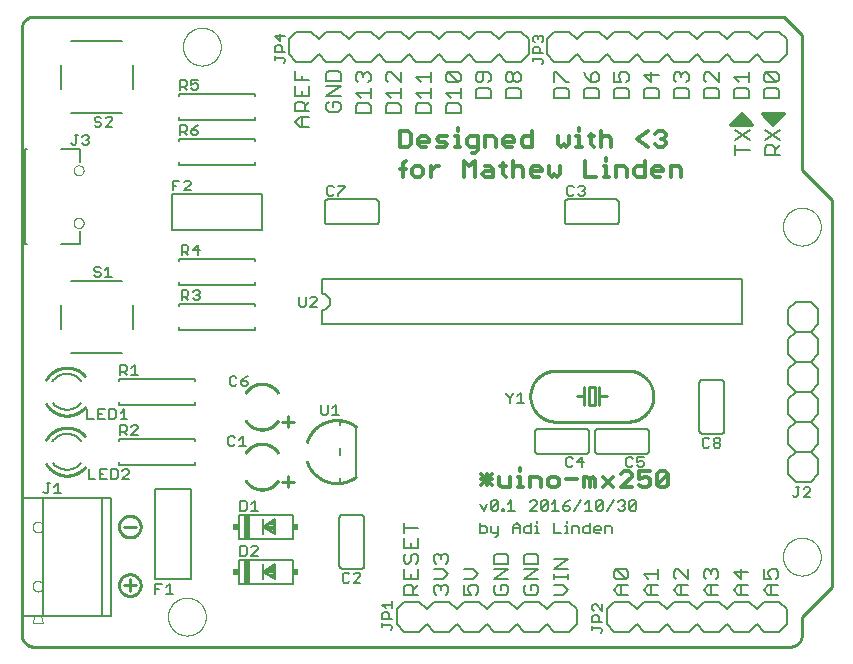
<source format=gto>
G75*
%MOIN*%
%OFA0B0*%
%FSLAX25Y25*%
%IPPOS*%
%LPD*%
%AMOC8*
5,1,8,0,0,1.08239X$1,22.5*
%
%ADD10C,0.01000*%
%ADD11C,0.01200*%
%ADD12C,0.00700*%
%ADD13C,0.00600*%
%ADD14C,0.00000*%
%ADD15C,0.00500*%
%ADD16C,0.00800*%
%ADD17C,0.00080*%
%ADD18R,0.02000X0.08000*%
%ADD19R,0.01630X0.02000*%
%ADD20R,0.02024X0.02000*%
%ADD21C,0.00300*%
D10*
X0006695Y0005737D02*
X0006695Y0207863D01*
X0006697Y0207987D01*
X0006703Y0208110D01*
X0006712Y0208234D01*
X0006726Y0208356D01*
X0006743Y0208479D01*
X0006765Y0208601D01*
X0006790Y0208722D01*
X0006819Y0208842D01*
X0006851Y0208961D01*
X0006888Y0209080D01*
X0006928Y0209197D01*
X0006971Y0209312D01*
X0007019Y0209427D01*
X0007070Y0209539D01*
X0007124Y0209650D01*
X0007182Y0209760D01*
X0007243Y0209867D01*
X0007308Y0209973D01*
X0007376Y0210076D01*
X0007447Y0210177D01*
X0007521Y0210276D01*
X0007598Y0210373D01*
X0007679Y0210467D01*
X0007762Y0210558D01*
X0007848Y0210647D01*
X0007937Y0210733D01*
X0008028Y0210816D01*
X0008122Y0210897D01*
X0008219Y0210974D01*
X0008318Y0211048D01*
X0008419Y0211119D01*
X0008522Y0211187D01*
X0008628Y0211252D01*
X0008735Y0211313D01*
X0008845Y0211371D01*
X0008956Y0211425D01*
X0009068Y0211476D01*
X0009183Y0211524D01*
X0009298Y0211567D01*
X0009415Y0211607D01*
X0009534Y0211644D01*
X0009653Y0211676D01*
X0009773Y0211705D01*
X0009894Y0211730D01*
X0010016Y0211752D01*
X0010139Y0211769D01*
X0010261Y0211783D01*
X0010385Y0211792D01*
X0010508Y0211798D01*
X0010632Y0211800D01*
X0260695Y0211800D01*
X0266695Y0205800D01*
X0266695Y0160800D01*
X0276695Y0150800D01*
X0276695Y0021800D01*
X0266695Y0011800D01*
X0266695Y0005737D01*
X0266693Y0005613D01*
X0266687Y0005490D01*
X0266678Y0005366D01*
X0266664Y0005244D01*
X0266647Y0005121D01*
X0266625Y0004999D01*
X0266600Y0004878D01*
X0266571Y0004758D01*
X0266539Y0004639D01*
X0266502Y0004520D01*
X0266462Y0004403D01*
X0266419Y0004288D01*
X0266371Y0004173D01*
X0266320Y0004061D01*
X0266266Y0003950D01*
X0266208Y0003840D01*
X0266147Y0003733D01*
X0266082Y0003627D01*
X0266014Y0003524D01*
X0265943Y0003423D01*
X0265869Y0003324D01*
X0265792Y0003227D01*
X0265711Y0003133D01*
X0265628Y0003042D01*
X0265542Y0002953D01*
X0265453Y0002867D01*
X0265362Y0002784D01*
X0265268Y0002703D01*
X0265171Y0002626D01*
X0265072Y0002552D01*
X0264971Y0002481D01*
X0264868Y0002413D01*
X0264762Y0002348D01*
X0264655Y0002287D01*
X0264545Y0002229D01*
X0264434Y0002175D01*
X0264322Y0002124D01*
X0264207Y0002076D01*
X0264092Y0002033D01*
X0263975Y0001993D01*
X0263856Y0001956D01*
X0263737Y0001924D01*
X0263617Y0001895D01*
X0263496Y0001870D01*
X0263374Y0001848D01*
X0263251Y0001831D01*
X0263129Y0001817D01*
X0263005Y0001808D01*
X0262882Y0001802D01*
X0262758Y0001800D01*
X0010632Y0001800D01*
X0010508Y0001802D01*
X0010385Y0001808D01*
X0010261Y0001817D01*
X0010139Y0001831D01*
X0010016Y0001848D01*
X0009894Y0001870D01*
X0009773Y0001895D01*
X0009653Y0001924D01*
X0009534Y0001956D01*
X0009415Y0001993D01*
X0009298Y0002033D01*
X0009183Y0002076D01*
X0009068Y0002124D01*
X0008956Y0002175D01*
X0008845Y0002229D01*
X0008735Y0002287D01*
X0008628Y0002348D01*
X0008522Y0002413D01*
X0008419Y0002481D01*
X0008318Y0002552D01*
X0008219Y0002626D01*
X0008122Y0002703D01*
X0008028Y0002784D01*
X0007937Y0002867D01*
X0007848Y0002953D01*
X0007762Y0003042D01*
X0007679Y0003133D01*
X0007598Y0003227D01*
X0007521Y0003324D01*
X0007447Y0003423D01*
X0007376Y0003524D01*
X0007308Y0003627D01*
X0007243Y0003733D01*
X0007182Y0003840D01*
X0007124Y0003950D01*
X0007070Y0004061D01*
X0007019Y0004173D01*
X0006971Y0004288D01*
X0006928Y0004403D01*
X0006888Y0004520D01*
X0006851Y0004639D01*
X0006819Y0004758D01*
X0006790Y0004878D01*
X0006765Y0004999D01*
X0006743Y0005121D01*
X0006726Y0005244D01*
X0006712Y0005366D01*
X0006703Y0005490D01*
X0006697Y0005613D01*
X0006695Y0005737D01*
X0040695Y0022300D02*
X0044695Y0022300D01*
X0039089Y0022300D02*
X0039091Y0022420D01*
X0039097Y0022540D01*
X0039107Y0022659D01*
X0039121Y0022778D01*
X0039139Y0022897D01*
X0039160Y0023015D01*
X0039186Y0023132D01*
X0039216Y0023248D01*
X0039249Y0023363D01*
X0039286Y0023477D01*
X0039327Y0023589D01*
X0039372Y0023701D01*
X0039421Y0023810D01*
X0039473Y0023918D01*
X0039528Y0024025D01*
X0039587Y0024129D01*
X0039650Y0024231D01*
X0039716Y0024331D01*
X0039785Y0024429D01*
X0039857Y0024525D01*
X0039933Y0024618D01*
X0040011Y0024708D01*
X0040093Y0024796D01*
X0040177Y0024881D01*
X0040264Y0024964D01*
X0040354Y0025043D01*
X0040447Y0025119D01*
X0040542Y0025192D01*
X0040639Y0025262D01*
X0040739Y0025329D01*
X0040840Y0025392D01*
X0040944Y0025452D01*
X0041050Y0025509D01*
X0041157Y0025562D01*
X0041267Y0025611D01*
X0041378Y0025657D01*
X0041490Y0025699D01*
X0041604Y0025737D01*
X0041718Y0025771D01*
X0041834Y0025802D01*
X0041951Y0025828D01*
X0042069Y0025851D01*
X0042187Y0025870D01*
X0042306Y0025885D01*
X0042426Y0025896D01*
X0042545Y0025903D01*
X0042665Y0025906D01*
X0042785Y0025905D01*
X0042905Y0025900D01*
X0043024Y0025891D01*
X0043143Y0025878D01*
X0043262Y0025861D01*
X0043380Y0025840D01*
X0043497Y0025816D01*
X0043614Y0025787D01*
X0043729Y0025755D01*
X0043843Y0025718D01*
X0043956Y0025678D01*
X0044068Y0025634D01*
X0044178Y0025587D01*
X0044287Y0025536D01*
X0044393Y0025481D01*
X0044498Y0025423D01*
X0044601Y0025361D01*
X0044702Y0025296D01*
X0044800Y0025228D01*
X0044896Y0025156D01*
X0044990Y0025082D01*
X0045081Y0025004D01*
X0045170Y0024923D01*
X0045255Y0024839D01*
X0045338Y0024753D01*
X0045418Y0024663D01*
X0045496Y0024572D01*
X0045569Y0024477D01*
X0045640Y0024381D01*
X0045708Y0024282D01*
X0045772Y0024180D01*
X0045833Y0024077D01*
X0045890Y0023972D01*
X0045944Y0023865D01*
X0045994Y0023756D01*
X0046041Y0023645D01*
X0046084Y0023533D01*
X0046123Y0023420D01*
X0046158Y0023305D01*
X0046189Y0023190D01*
X0046217Y0023073D01*
X0046241Y0022956D01*
X0046261Y0022837D01*
X0046277Y0022719D01*
X0046289Y0022599D01*
X0046297Y0022480D01*
X0046301Y0022360D01*
X0046301Y0022240D01*
X0046297Y0022120D01*
X0046289Y0022001D01*
X0046277Y0021881D01*
X0046261Y0021763D01*
X0046241Y0021644D01*
X0046217Y0021527D01*
X0046189Y0021410D01*
X0046158Y0021295D01*
X0046123Y0021180D01*
X0046084Y0021067D01*
X0046041Y0020955D01*
X0045994Y0020844D01*
X0045944Y0020735D01*
X0045890Y0020628D01*
X0045833Y0020523D01*
X0045772Y0020420D01*
X0045708Y0020318D01*
X0045640Y0020219D01*
X0045569Y0020123D01*
X0045496Y0020028D01*
X0045418Y0019937D01*
X0045338Y0019847D01*
X0045255Y0019761D01*
X0045170Y0019677D01*
X0045081Y0019596D01*
X0044990Y0019518D01*
X0044896Y0019444D01*
X0044800Y0019372D01*
X0044702Y0019304D01*
X0044601Y0019239D01*
X0044498Y0019177D01*
X0044393Y0019119D01*
X0044287Y0019064D01*
X0044178Y0019013D01*
X0044068Y0018966D01*
X0043956Y0018922D01*
X0043843Y0018882D01*
X0043729Y0018845D01*
X0043614Y0018813D01*
X0043497Y0018784D01*
X0043380Y0018760D01*
X0043262Y0018739D01*
X0043143Y0018722D01*
X0043024Y0018709D01*
X0042905Y0018700D01*
X0042785Y0018695D01*
X0042665Y0018694D01*
X0042545Y0018697D01*
X0042426Y0018704D01*
X0042306Y0018715D01*
X0042187Y0018730D01*
X0042069Y0018749D01*
X0041951Y0018772D01*
X0041834Y0018798D01*
X0041718Y0018829D01*
X0041604Y0018863D01*
X0041490Y0018901D01*
X0041378Y0018943D01*
X0041267Y0018989D01*
X0041157Y0019038D01*
X0041050Y0019091D01*
X0040944Y0019148D01*
X0040840Y0019208D01*
X0040739Y0019271D01*
X0040639Y0019338D01*
X0040542Y0019408D01*
X0040447Y0019481D01*
X0040354Y0019557D01*
X0040264Y0019636D01*
X0040177Y0019719D01*
X0040093Y0019804D01*
X0040011Y0019892D01*
X0039933Y0019982D01*
X0039857Y0020075D01*
X0039785Y0020171D01*
X0039716Y0020269D01*
X0039650Y0020369D01*
X0039587Y0020471D01*
X0039528Y0020575D01*
X0039473Y0020682D01*
X0039421Y0020790D01*
X0039372Y0020899D01*
X0039327Y0021011D01*
X0039286Y0021123D01*
X0039249Y0021237D01*
X0039216Y0021352D01*
X0039186Y0021468D01*
X0039160Y0021585D01*
X0039139Y0021703D01*
X0039121Y0021822D01*
X0039107Y0021941D01*
X0039097Y0022060D01*
X0039091Y0022180D01*
X0039089Y0022300D01*
X0042695Y0020300D02*
X0042695Y0024300D01*
X0039089Y0041800D02*
X0039091Y0041920D01*
X0039097Y0042040D01*
X0039107Y0042159D01*
X0039121Y0042278D01*
X0039139Y0042397D01*
X0039160Y0042515D01*
X0039186Y0042632D01*
X0039216Y0042748D01*
X0039249Y0042863D01*
X0039286Y0042977D01*
X0039327Y0043089D01*
X0039372Y0043201D01*
X0039421Y0043310D01*
X0039473Y0043418D01*
X0039528Y0043525D01*
X0039587Y0043629D01*
X0039650Y0043731D01*
X0039716Y0043831D01*
X0039785Y0043929D01*
X0039857Y0044025D01*
X0039933Y0044118D01*
X0040011Y0044208D01*
X0040093Y0044296D01*
X0040177Y0044381D01*
X0040264Y0044464D01*
X0040354Y0044543D01*
X0040447Y0044619D01*
X0040542Y0044692D01*
X0040639Y0044762D01*
X0040739Y0044829D01*
X0040840Y0044892D01*
X0040944Y0044952D01*
X0041050Y0045009D01*
X0041157Y0045062D01*
X0041267Y0045111D01*
X0041378Y0045157D01*
X0041490Y0045199D01*
X0041604Y0045237D01*
X0041718Y0045271D01*
X0041834Y0045302D01*
X0041951Y0045328D01*
X0042069Y0045351D01*
X0042187Y0045370D01*
X0042306Y0045385D01*
X0042426Y0045396D01*
X0042545Y0045403D01*
X0042665Y0045406D01*
X0042785Y0045405D01*
X0042905Y0045400D01*
X0043024Y0045391D01*
X0043143Y0045378D01*
X0043262Y0045361D01*
X0043380Y0045340D01*
X0043497Y0045316D01*
X0043614Y0045287D01*
X0043729Y0045255D01*
X0043843Y0045218D01*
X0043956Y0045178D01*
X0044068Y0045134D01*
X0044178Y0045087D01*
X0044287Y0045036D01*
X0044393Y0044981D01*
X0044498Y0044923D01*
X0044601Y0044861D01*
X0044702Y0044796D01*
X0044800Y0044728D01*
X0044896Y0044656D01*
X0044990Y0044582D01*
X0045081Y0044504D01*
X0045170Y0044423D01*
X0045255Y0044339D01*
X0045338Y0044253D01*
X0045418Y0044163D01*
X0045496Y0044072D01*
X0045569Y0043977D01*
X0045640Y0043881D01*
X0045708Y0043782D01*
X0045772Y0043680D01*
X0045833Y0043577D01*
X0045890Y0043472D01*
X0045944Y0043365D01*
X0045994Y0043256D01*
X0046041Y0043145D01*
X0046084Y0043033D01*
X0046123Y0042920D01*
X0046158Y0042805D01*
X0046189Y0042690D01*
X0046217Y0042573D01*
X0046241Y0042456D01*
X0046261Y0042337D01*
X0046277Y0042219D01*
X0046289Y0042099D01*
X0046297Y0041980D01*
X0046301Y0041860D01*
X0046301Y0041740D01*
X0046297Y0041620D01*
X0046289Y0041501D01*
X0046277Y0041381D01*
X0046261Y0041263D01*
X0046241Y0041144D01*
X0046217Y0041027D01*
X0046189Y0040910D01*
X0046158Y0040795D01*
X0046123Y0040680D01*
X0046084Y0040567D01*
X0046041Y0040455D01*
X0045994Y0040344D01*
X0045944Y0040235D01*
X0045890Y0040128D01*
X0045833Y0040023D01*
X0045772Y0039920D01*
X0045708Y0039818D01*
X0045640Y0039719D01*
X0045569Y0039623D01*
X0045496Y0039528D01*
X0045418Y0039437D01*
X0045338Y0039347D01*
X0045255Y0039261D01*
X0045170Y0039177D01*
X0045081Y0039096D01*
X0044990Y0039018D01*
X0044896Y0038944D01*
X0044800Y0038872D01*
X0044702Y0038804D01*
X0044601Y0038739D01*
X0044498Y0038677D01*
X0044393Y0038619D01*
X0044287Y0038564D01*
X0044178Y0038513D01*
X0044068Y0038466D01*
X0043956Y0038422D01*
X0043843Y0038382D01*
X0043729Y0038345D01*
X0043614Y0038313D01*
X0043497Y0038284D01*
X0043380Y0038260D01*
X0043262Y0038239D01*
X0043143Y0038222D01*
X0043024Y0038209D01*
X0042905Y0038200D01*
X0042785Y0038195D01*
X0042665Y0038194D01*
X0042545Y0038197D01*
X0042426Y0038204D01*
X0042306Y0038215D01*
X0042187Y0038230D01*
X0042069Y0038249D01*
X0041951Y0038272D01*
X0041834Y0038298D01*
X0041718Y0038329D01*
X0041604Y0038363D01*
X0041490Y0038401D01*
X0041378Y0038443D01*
X0041267Y0038489D01*
X0041157Y0038538D01*
X0041050Y0038591D01*
X0040944Y0038648D01*
X0040840Y0038708D01*
X0040739Y0038771D01*
X0040639Y0038838D01*
X0040542Y0038908D01*
X0040447Y0038981D01*
X0040354Y0039057D01*
X0040264Y0039136D01*
X0040177Y0039219D01*
X0040093Y0039304D01*
X0040011Y0039392D01*
X0039933Y0039482D01*
X0039857Y0039575D01*
X0039785Y0039671D01*
X0039716Y0039769D01*
X0039650Y0039869D01*
X0039587Y0039971D01*
X0039528Y0040075D01*
X0039473Y0040182D01*
X0039421Y0040290D01*
X0039372Y0040399D01*
X0039327Y0040511D01*
X0039286Y0040623D01*
X0039249Y0040737D01*
X0039216Y0040852D01*
X0039186Y0040968D01*
X0039160Y0041085D01*
X0039139Y0041203D01*
X0039121Y0041322D01*
X0039107Y0041441D01*
X0039097Y0041560D01*
X0039091Y0041680D01*
X0039089Y0041800D01*
X0040695Y0041800D02*
X0044695Y0041800D01*
X0021696Y0074800D02*
X0021504Y0074798D01*
X0021312Y0074791D01*
X0021120Y0074779D01*
X0020928Y0074763D01*
X0020737Y0074742D01*
X0020547Y0074717D01*
X0020357Y0074687D01*
X0020168Y0074653D01*
X0019980Y0074614D01*
X0019793Y0074570D01*
X0019607Y0074522D01*
X0019422Y0074470D01*
X0019238Y0074413D01*
X0019056Y0074352D01*
X0018876Y0074286D01*
X0018697Y0074216D01*
X0018519Y0074142D01*
X0018344Y0074064D01*
X0018170Y0073981D01*
X0017999Y0073894D01*
X0017830Y0073804D01*
X0017663Y0073709D01*
X0017498Y0073610D01*
X0017335Y0073507D01*
X0017176Y0073400D01*
X0017018Y0073290D01*
X0016864Y0073176D01*
X0016712Y0073058D01*
X0016563Y0072936D01*
X0016417Y0072811D01*
X0016275Y0072683D01*
X0016135Y0072551D01*
X0015998Y0072416D01*
X0015865Y0072277D01*
X0015735Y0072136D01*
X0015609Y0071991D01*
X0015486Y0071843D01*
X0015367Y0071693D01*
X0015251Y0071539D01*
X0015139Y0071383D01*
X0015031Y0071224D01*
X0014926Y0071063D01*
X0014826Y0070899D01*
X0014730Y0070733D01*
X0014637Y0070565D01*
X0014749Y0062831D02*
X0014848Y0062662D01*
X0014952Y0062496D01*
X0015059Y0062332D01*
X0015170Y0062171D01*
X0015285Y0062013D01*
X0015404Y0061858D01*
X0015527Y0061705D01*
X0015653Y0061556D01*
X0015783Y0061410D01*
X0015917Y0061267D01*
X0016054Y0061127D01*
X0016194Y0060991D01*
X0016338Y0060858D01*
X0016485Y0060729D01*
X0016635Y0060603D01*
X0016788Y0060482D01*
X0016944Y0060363D01*
X0017103Y0060249D01*
X0017264Y0060139D01*
X0017429Y0060033D01*
X0017595Y0059930D01*
X0017765Y0059832D01*
X0017936Y0059738D01*
X0018110Y0059648D01*
X0018286Y0059563D01*
X0018464Y0059481D01*
X0018644Y0059405D01*
X0018826Y0059332D01*
X0019009Y0059264D01*
X0019194Y0059201D01*
X0019381Y0059142D01*
X0019569Y0059088D01*
X0019758Y0059038D01*
X0019948Y0058993D01*
X0020140Y0058953D01*
X0020332Y0058917D01*
X0020525Y0058886D01*
X0020719Y0058860D01*
X0020914Y0058838D01*
X0021109Y0058822D01*
X0021304Y0058810D01*
X0021500Y0058802D01*
X0021695Y0058800D01*
X0021888Y0058802D01*
X0022081Y0058809D01*
X0022273Y0058821D01*
X0022466Y0058837D01*
X0022658Y0058858D01*
X0022849Y0058884D01*
X0023039Y0058914D01*
X0023229Y0058949D01*
X0023418Y0058988D01*
X0023606Y0059032D01*
X0023793Y0059080D01*
X0023979Y0059133D01*
X0024163Y0059190D01*
X0024346Y0059252D01*
X0024527Y0059318D01*
X0024707Y0059389D01*
X0024885Y0059463D01*
X0025061Y0059542D01*
X0025235Y0059626D01*
X0025407Y0059713D01*
X0025577Y0059805D01*
X0025744Y0059901D01*
X0025910Y0060000D01*
X0026073Y0060104D01*
X0026233Y0060211D01*
X0026390Y0060323D01*
X0026545Y0060438D01*
X0026697Y0060557D01*
X0026846Y0060679D01*
X0026993Y0060805D01*
X0027136Y0060935D01*
X0027276Y0061068D01*
X0027412Y0061204D01*
X0027546Y0061344D01*
X0027675Y0061486D01*
X0027802Y0061632D01*
X0027841Y0071922D02*
X0027714Y0072070D01*
X0027584Y0072215D01*
X0027451Y0072356D01*
X0027314Y0072495D01*
X0027174Y0072630D01*
X0027030Y0072761D01*
X0026883Y0072889D01*
X0026734Y0073014D01*
X0026581Y0073135D01*
X0026426Y0073252D01*
X0026267Y0073365D01*
X0026106Y0073474D01*
X0025942Y0073579D01*
X0025776Y0073681D01*
X0025607Y0073778D01*
X0025437Y0073871D01*
X0025263Y0073960D01*
X0025088Y0074045D01*
X0024911Y0074125D01*
X0024732Y0074201D01*
X0024551Y0074273D01*
X0024368Y0074340D01*
X0024184Y0074403D01*
X0023998Y0074461D01*
X0023811Y0074515D01*
X0023623Y0074564D01*
X0023433Y0074609D01*
X0023243Y0074649D01*
X0023051Y0074684D01*
X0022859Y0074715D01*
X0022666Y0074741D01*
X0022472Y0074762D01*
X0022278Y0074779D01*
X0022084Y0074791D01*
X0021890Y0074798D01*
X0021695Y0074800D01*
X0014637Y0090565D02*
X0014730Y0090733D01*
X0014826Y0090899D01*
X0014926Y0091063D01*
X0015031Y0091224D01*
X0015139Y0091383D01*
X0015251Y0091539D01*
X0015367Y0091693D01*
X0015486Y0091843D01*
X0015609Y0091991D01*
X0015735Y0092136D01*
X0015865Y0092277D01*
X0015998Y0092416D01*
X0016135Y0092551D01*
X0016275Y0092683D01*
X0016417Y0092811D01*
X0016563Y0092936D01*
X0016712Y0093058D01*
X0016864Y0093176D01*
X0017018Y0093290D01*
X0017176Y0093400D01*
X0017335Y0093507D01*
X0017498Y0093610D01*
X0017663Y0093709D01*
X0017830Y0093804D01*
X0017999Y0093894D01*
X0018170Y0093981D01*
X0018344Y0094064D01*
X0018519Y0094142D01*
X0018697Y0094216D01*
X0018876Y0094286D01*
X0019056Y0094352D01*
X0019238Y0094413D01*
X0019422Y0094470D01*
X0019607Y0094522D01*
X0019793Y0094570D01*
X0019980Y0094614D01*
X0020168Y0094653D01*
X0020357Y0094687D01*
X0020547Y0094717D01*
X0020737Y0094742D01*
X0020928Y0094763D01*
X0021120Y0094779D01*
X0021312Y0094791D01*
X0021504Y0094798D01*
X0021696Y0094800D01*
X0014749Y0082831D02*
X0014848Y0082662D01*
X0014952Y0082496D01*
X0015059Y0082332D01*
X0015170Y0082171D01*
X0015285Y0082013D01*
X0015404Y0081858D01*
X0015527Y0081705D01*
X0015653Y0081556D01*
X0015783Y0081410D01*
X0015917Y0081267D01*
X0016054Y0081127D01*
X0016194Y0080991D01*
X0016338Y0080858D01*
X0016485Y0080729D01*
X0016635Y0080603D01*
X0016788Y0080482D01*
X0016944Y0080363D01*
X0017103Y0080249D01*
X0017264Y0080139D01*
X0017429Y0080033D01*
X0017595Y0079930D01*
X0017765Y0079832D01*
X0017936Y0079738D01*
X0018110Y0079648D01*
X0018286Y0079563D01*
X0018464Y0079481D01*
X0018644Y0079405D01*
X0018826Y0079332D01*
X0019009Y0079264D01*
X0019194Y0079201D01*
X0019381Y0079142D01*
X0019569Y0079088D01*
X0019758Y0079038D01*
X0019948Y0078993D01*
X0020140Y0078953D01*
X0020332Y0078917D01*
X0020525Y0078886D01*
X0020719Y0078860D01*
X0020914Y0078838D01*
X0021109Y0078822D01*
X0021304Y0078810D01*
X0021500Y0078802D01*
X0021695Y0078800D01*
X0021888Y0078802D01*
X0022081Y0078809D01*
X0022273Y0078821D01*
X0022466Y0078837D01*
X0022658Y0078858D01*
X0022849Y0078884D01*
X0023039Y0078914D01*
X0023229Y0078949D01*
X0023418Y0078988D01*
X0023606Y0079032D01*
X0023793Y0079080D01*
X0023979Y0079133D01*
X0024163Y0079190D01*
X0024346Y0079252D01*
X0024527Y0079318D01*
X0024707Y0079389D01*
X0024885Y0079463D01*
X0025061Y0079542D01*
X0025235Y0079626D01*
X0025407Y0079713D01*
X0025577Y0079805D01*
X0025744Y0079901D01*
X0025910Y0080000D01*
X0026073Y0080104D01*
X0026233Y0080211D01*
X0026390Y0080323D01*
X0026545Y0080438D01*
X0026697Y0080557D01*
X0026846Y0080679D01*
X0026993Y0080805D01*
X0027136Y0080935D01*
X0027276Y0081068D01*
X0027412Y0081204D01*
X0027546Y0081344D01*
X0027675Y0081486D01*
X0027802Y0081632D01*
X0027841Y0091922D02*
X0027714Y0092070D01*
X0027584Y0092215D01*
X0027451Y0092356D01*
X0027314Y0092495D01*
X0027174Y0092630D01*
X0027030Y0092761D01*
X0026883Y0092889D01*
X0026734Y0093014D01*
X0026581Y0093135D01*
X0026426Y0093252D01*
X0026267Y0093365D01*
X0026106Y0093474D01*
X0025942Y0093579D01*
X0025776Y0093681D01*
X0025607Y0093778D01*
X0025437Y0093871D01*
X0025263Y0093960D01*
X0025088Y0094045D01*
X0024911Y0094125D01*
X0024732Y0094201D01*
X0024551Y0094273D01*
X0024368Y0094340D01*
X0024184Y0094403D01*
X0023998Y0094461D01*
X0023811Y0094515D01*
X0023623Y0094564D01*
X0023433Y0094609D01*
X0023243Y0094649D01*
X0023051Y0094684D01*
X0022859Y0094715D01*
X0022666Y0094741D01*
X0022472Y0094762D01*
X0022278Y0094779D01*
X0022084Y0094791D01*
X0021890Y0094798D01*
X0021695Y0094800D01*
X0093570Y0076800D02*
X0095445Y0076800D01*
X0095445Y0078675D01*
X0095445Y0076800D02*
X0095445Y0074925D01*
X0095445Y0076800D02*
X0097320Y0076800D01*
X0095445Y0058675D02*
X0095445Y0056800D01*
X0095445Y0054925D01*
X0095445Y0056800D02*
X0093570Y0056800D01*
X0095445Y0056800D02*
X0097320Y0056800D01*
X0184695Y0076800D02*
X0208695Y0076800D01*
X0199195Y0082300D02*
X0199195Y0085300D01*
X0201695Y0085300D01*
X0199195Y0085300D02*
X0199195Y0088300D01*
X0197695Y0088300D02*
X0197695Y0082300D01*
X0195695Y0082300D01*
X0195695Y0088300D01*
X0197695Y0088300D01*
X0194195Y0088300D02*
X0194195Y0085300D01*
X0191695Y0085300D01*
X0194195Y0085300D02*
X0194195Y0082300D01*
X0184695Y0076800D02*
X0184488Y0076803D01*
X0184281Y0076810D01*
X0184075Y0076823D01*
X0183868Y0076840D01*
X0183663Y0076863D01*
X0183457Y0076891D01*
X0183253Y0076923D01*
X0183049Y0076961D01*
X0182847Y0077003D01*
X0182645Y0077051D01*
X0182445Y0077103D01*
X0182246Y0077160D01*
X0182049Y0077222D01*
X0181853Y0077289D01*
X0181659Y0077361D01*
X0181466Y0077437D01*
X0181276Y0077518D01*
X0181087Y0077604D01*
X0180901Y0077694D01*
X0180717Y0077788D01*
X0180535Y0077888D01*
X0180356Y0077991D01*
X0180179Y0078099D01*
X0180005Y0078211D01*
X0179834Y0078327D01*
X0179665Y0078448D01*
X0179500Y0078572D01*
X0179338Y0078701D01*
X0179179Y0078833D01*
X0179023Y0078969D01*
X0178870Y0079109D01*
X0178721Y0079253D01*
X0178576Y0079400D01*
X0178434Y0079551D01*
X0178296Y0079705D01*
X0178161Y0079863D01*
X0178031Y0080023D01*
X0177905Y0080187D01*
X0177782Y0080354D01*
X0177664Y0080524D01*
X0177549Y0080697D01*
X0177439Y0080872D01*
X0177334Y0081050D01*
X0177232Y0081231D01*
X0177136Y0081413D01*
X0177043Y0081599D01*
X0176955Y0081786D01*
X0176872Y0081976D01*
X0176793Y0082167D01*
X0176719Y0082360D01*
X0176650Y0082556D01*
X0176586Y0082752D01*
X0176526Y0082950D01*
X0176471Y0083150D01*
X0176421Y0083351D01*
X0176376Y0083553D01*
X0176336Y0083756D01*
X0176301Y0083960D01*
X0176271Y0084165D01*
X0176246Y0084370D01*
X0176226Y0084576D01*
X0176211Y0084783D01*
X0176201Y0084990D01*
X0176196Y0085197D01*
X0176196Y0085403D01*
X0176201Y0085610D01*
X0176211Y0085817D01*
X0176226Y0086024D01*
X0176246Y0086230D01*
X0176271Y0086435D01*
X0176301Y0086640D01*
X0176336Y0086844D01*
X0176376Y0087047D01*
X0176421Y0087249D01*
X0176471Y0087450D01*
X0176526Y0087650D01*
X0176586Y0087848D01*
X0176650Y0088044D01*
X0176719Y0088240D01*
X0176793Y0088433D01*
X0176872Y0088624D01*
X0176955Y0088814D01*
X0177043Y0089001D01*
X0177136Y0089187D01*
X0177232Y0089369D01*
X0177334Y0089550D01*
X0177439Y0089728D01*
X0177549Y0089903D01*
X0177664Y0090076D01*
X0177782Y0090246D01*
X0177905Y0090413D01*
X0178031Y0090577D01*
X0178161Y0090737D01*
X0178296Y0090895D01*
X0178434Y0091049D01*
X0178576Y0091200D01*
X0178721Y0091347D01*
X0178870Y0091491D01*
X0179023Y0091631D01*
X0179179Y0091767D01*
X0179338Y0091899D01*
X0179500Y0092028D01*
X0179665Y0092152D01*
X0179834Y0092273D01*
X0180005Y0092389D01*
X0180179Y0092501D01*
X0180356Y0092609D01*
X0180535Y0092712D01*
X0180717Y0092812D01*
X0180901Y0092906D01*
X0181087Y0092996D01*
X0181276Y0093082D01*
X0181466Y0093163D01*
X0181659Y0093239D01*
X0181853Y0093311D01*
X0182049Y0093378D01*
X0182246Y0093440D01*
X0182445Y0093497D01*
X0182645Y0093549D01*
X0182847Y0093597D01*
X0183049Y0093639D01*
X0183253Y0093677D01*
X0183457Y0093709D01*
X0183663Y0093737D01*
X0183868Y0093760D01*
X0184075Y0093777D01*
X0184281Y0093790D01*
X0184488Y0093797D01*
X0184695Y0093800D01*
X0208695Y0093800D01*
X0208902Y0093797D01*
X0209109Y0093790D01*
X0209315Y0093777D01*
X0209522Y0093760D01*
X0209727Y0093737D01*
X0209933Y0093709D01*
X0210137Y0093677D01*
X0210341Y0093639D01*
X0210543Y0093597D01*
X0210745Y0093549D01*
X0210945Y0093497D01*
X0211144Y0093440D01*
X0211341Y0093378D01*
X0211537Y0093311D01*
X0211731Y0093239D01*
X0211924Y0093163D01*
X0212114Y0093082D01*
X0212303Y0092996D01*
X0212489Y0092906D01*
X0212673Y0092812D01*
X0212855Y0092712D01*
X0213034Y0092609D01*
X0213211Y0092501D01*
X0213385Y0092389D01*
X0213556Y0092273D01*
X0213725Y0092152D01*
X0213890Y0092028D01*
X0214052Y0091899D01*
X0214211Y0091767D01*
X0214367Y0091631D01*
X0214520Y0091491D01*
X0214669Y0091347D01*
X0214814Y0091200D01*
X0214956Y0091049D01*
X0215094Y0090895D01*
X0215229Y0090737D01*
X0215359Y0090577D01*
X0215485Y0090413D01*
X0215608Y0090246D01*
X0215726Y0090076D01*
X0215841Y0089903D01*
X0215951Y0089728D01*
X0216056Y0089550D01*
X0216158Y0089369D01*
X0216254Y0089187D01*
X0216347Y0089001D01*
X0216435Y0088814D01*
X0216518Y0088624D01*
X0216597Y0088433D01*
X0216671Y0088240D01*
X0216740Y0088044D01*
X0216804Y0087848D01*
X0216864Y0087650D01*
X0216919Y0087450D01*
X0216969Y0087249D01*
X0217014Y0087047D01*
X0217054Y0086844D01*
X0217089Y0086640D01*
X0217119Y0086435D01*
X0217144Y0086230D01*
X0217164Y0086024D01*
X0217179Y0085817D01*
X0217189Y0085610D01*
X0217194Y0085403D01*
X0217194Y0085197D01*
X0217189Y0084990D01*
X0217179Y0084783D01*
X0217164Y0084576D01*
X0217144Y0084370D01*
X0217119Y0084165D01*
X0217089Y0083960D01*
X0217054Y0083756D01*
X0217014Y0083553D01*
X0216969Y0083351D01*
X0216919Y0083150D01*
X0216864Y0082950D01*
X0216804Y0082752D01*
X0216740Y0082556D01*
X0216671Y0082360D01*
X0216597Y0082167D01*
X0216518Y0081976D01*
X0216435Y0081786D01*
X0216347Y0081599D01*
X0216254Y0081413D01*
X0216158Y0081231D01*
X0216056Y0081050D01*
X0215951Y0080872D01*
X0215841Y0080697D01*
X0215726Y0080524D01*
X0215608Y0080354D01*
X0215485Y0080187D01*
X0215359Y0080023D01*
X0215229Y0079863D01*
X0215094Y0079705D01*
X0214956Y0079551D01*
X0214814Y0079400D01*
X0214669Y0079253D01*
X0214520Y0079109D01*
X0214367Y0078969D01*
X0214211Y0078833D01*
X0214052Y0078701D01*
X0213890Y0078572D01*
X0213725Y0078448D01*
X0213556Y0078327D01*
X0213385Y0078211D01*
X0213211Y0078099D01*
X0213034Y0077991D01*
X0212855Y0077888D01*
X0212673Y0077788D01*
X0212489Y0077694D01*
X0212303Y0077604D01*
X0212114Y0077518D01*
X0211924Y0077437D01*
X0211731Y0077361D01*
X0211537Y0077289D01*
X0211341Y0077222D01*
X0211144Y0077160D01*
X0210945Y0077103D01*
X0210745Y0077051D01*
X0210543Y0077003D01*
X0210341Y0076961D01*
X0210137Y0076923D01*
X0209933Y0076891D01*
X0209727Y0076863D01*
X0209522Y0076840D01*
X0209315Y0076823D01*
X0209109Y0076810D01*
X0208902Y0076803D01*
X0208695Y0076800D01*
D11*
X0209089Y0060305D02*
X0207288Y0060305D01*
X0206387Y0059404D01*
X0203913Y0058503D02*
X0200310Y0054900D01*
X0197836Y0054900D02*
X0197836Y0057602D01*
X0196935Y0058503D01*
X0196034Y0057602D01*
X0196034Y0054900D01*
X0194233Y0054900D02*
X0194233Y0058503D01*
X0195133Y0058503D01*
X0196034Y0057602D01*
X0200310Y0058503D02*
X0203913Y0054900D01*
X0206387Y0054900D02*
X0209990Y0058503D01*
X0209990Y0059404D01*
X0209089Y0060305D01*
X0212464Y0060305D02*
X0212464Y0057602D01*
X0214266Y0058503D01*
X0215167Y0058503D01*
X0216067Y0057602D01*
X0216067Y0055801D01*
X0215167Y0054900D01*
X0213365Y0054900D01*
X0212464Y0055801D01*
X0209990Y0054900D02*
X0206387Y0054900D01*
X0212464Y0060305D02*
X0216067Y0060305D01*
X0218541Y0059404D02*
X0219442Y0060305D01*
X0221244Y0060305D01*
X0222145Y0059404D01*
X0218541Y0055801D01*
X0219442Y0054900D01*
X0221244Y0054900D01*
X0222145Y0055801D01*
X0222145Y0059404D01*
X0218541Y0059404D02*
X0218541Y0055801D01*
X0191759Y0057602D02*
X0188155Y0057602D01*
X0185681Y0057602D02*
X0184781Y0058503D01*
X0182979Y0058503D01*
X0182078Y0057602D01*
X0182078Y0055801D01*
X0182979Y0054900D01*
X0184781Y0054900D01*
X0185681Y0055801D01*
X0185681Y0057602D01*
X0179604Y0057602D02*
X0179604Y0054900D01*
X0179604Y0057602D02*
X0178703Y0058503D01*
X0176001Y0058503D01*
X0176001Y0054900D01*
X0173751Y0054900D02*
X0171950Y0054900D01*
X0172850Y0054900D02*
X0172850Y0058503D01*
X0171950Y0058503D01*
X0172850Y0060305D02*
X0172850Y0061205D01*
X0169476Y0058503D02*
X0169476Y0054900D01*
X0166773Y0054900D01*
X0165872Y0055801D01*
X0165872Y0058503D01*
X0163398Y0057602D02*
X0159795Y0057602D01*
X0159795Y0055801D02*
X0163398Y0059404D01*
X0161597Y0059404D02*
X0161597Y0055801D01*
X0163398Y0055801D02*
X0159795Y0059404D01*
X0161043Y0158400D02*
X0160143Y0159301D01*
X0161043Y0160202D01*
X0163746Y0160202D01*
X0163746Y0161102D02*
X0163746Y0158400D01*
X0161043Y0158400D01*
X0157669Y0158400D02*
X0157669Y0163805D01*
X0155867Y0162003D01*
X0154065Y0163805D01*
X0154065Y0158400D01*
X0161043Y0162003D02*
X0162845Y0162003D01*
X0163746Y0161102D01*
X0166220Y0162003D02*
X0168021Y0162003D01*
X0167121Y0162904D02*
X0167121Y0159301D01*
X0168021Y0158400D01*
X0170271Y0158400D02*
X0170271Y0163805D01*
X0171172Y0162003D02*
X0172974Y0162003D01*
X0173874Y0161102D01*
X0173874Y0158400D01*
X0176348Y0159301D02*
X0176348Y0161102D01*
X0177249Y0162003D01*
X0179051Y0162003D01*
X0179952Y0161102D01*
X0179952Y0160202D01*
X0176348Y0160202D01*
X0176348Y0159301D02*
X0177249Y0158400D01*
X0179051Y0158400D01*
X0182426Y0159301D02*
X0182426Y0162003D01*
X0182426Y0159301D02*
X0183326Y0158400D01*
X0184227Y0159301D01*
X0185128Y0158400D01*
X0186029Y0159301D01*
X0186029Y0162003D01*
X0186365Y0168300D02*
X0187266Y0169201D01*
X0188167Y0168300D01*
X0189067Y0169201D01*
X0189067Y0171903D01*
X0191541Y0171903D02*
X0192442Y0171903D01*
X0192442Y0168300D01*
X0191541Y0168300D02*
X0193343Y0168300D01*
X0196494Y0169201D02*
X0197394Y0168300D01*
X0196494Y0169201D02*
X0196494Y0172804D01*
X0197394Y0171903D02*
X0195593Y0171903D01*
X0192442Y0173705D02*
X0192442Y0174605D01*
X0199644Y0173705D02*
X0199644Y0168300D01*
X0203247Y0168300D02*
X0203247Y0171002D01*
X0202347Y0171903D01*
X0200545Y0171903D01*
X0199644Y0171002D01*
X0201558Y0164705D02*
X0201558Y0163805D01*
X0201558Y0162003D02*
X0201558Y0158400D01*
X0200657Y0158400D02*
X0202459Y0158400D01*
X0204709Y0158400D02*
X0204709Y0162003D01*
X0207411Y0162003D01*
X0208312Y0161102D01*
X0208312Y0158400D01*
X0210786Y0159301D02*
X0210786Y0161102D01*
X0211687Y0162003D01*
X0214389Y0162003D01*
X0214389Y0163805D02*
X0214389Y0158400D01*
X0211687Y0158400D01*
X0210786Y0159301D01*
X0216863Y0159301D02*
X0216863Y0161102D01*
X0217764Y0162003D01*
X0219565Y0162003D01*
X0220466Y0161102D01*
X0220466Y0160202D01*
X0216863Y0160202D01*
X0216863Y0159301D02*
X0217764Y0158400D01*
X0219565Y0158400D01*
X0222940Y0158400D02*
X0222940Y0162003D01*
X0225643Y0162003D01*
X0226543Y0161102D01*
X0226543Y0158400D01*
X0220578Y0168300D02*
X0218777Y0168300D01*
X0217876Y0169201D01*
X0219677Y0171002D02*
X0220578Y0171002D01*
X0221479Y0170102D01*
X0221479Y0169201D01*
X0220578Y0168300D01*
X0220578Y0171002D02*
X0221479Y0171903D01*
X0221479Y0172804D01*
X0220578Y0173705D01*
X0218777Y0173705D01*
X0217876Y0172804D01*
X0215402Y0173705D02*
X0211799Y0171002D01*
X0215402Y0168300D01*
X0201558Y0162003D02*
X0200657Y0162003D01*
X0198183Y0158400D02*
X0194580Y0158400D01*
X0194580Y0163805D01*
X0186365Y0168300D02*
X0185464Y0169201D01*
X0185464Y0171903D01*
X0176913Y0171903D02*
X0174211Y0171903D01*
X0173310Y0171002D01*
X0173310Y0169201D01*
X0174211Y0168300D01*
X0176913Y0168300D01*
X0176913Y0173705D01*
X0170836Y0171002D02*
X0170836Y0170102D01*
X0167233Y0170102D01*
X0167233Y0171002D02*
X0167233Y0169201D01*
X0168133Y0168300D01*
X0169935Y0168300D01*
X0170836Y0171002D02*
X0169935Y0171903D01*
X0168133Y0171903D01*
X0167233Y0171002D01*
X0164759Y0171002D02*
X0164759Y0168300D01*
X0164759Y0171002D02*
X0163858Y0171903D01*
X0161155Y0171903D01*
X0161155Y0168300D01*
X0158681Y0168300D02*
X0155979Y0168300D01*
X0155078Y0169201D01*
X0155078Y0171002D01*
X0155979Y0171903D01*
X0158681Y0171903D01*
X0158681Y0167399D01*
X0157781Y0166498D01*
X0156880Y0166498D01*
X0152828Y0168300D02*
X0151027Y0168300D01*
X0151928Y0168300D02*
X0151928Y0171903D01*
X0151027Y0171903D01*
X0151928Y0173705D02*
X0151928Y0174605D01*
X0148553Y0171903D02*
X0145850Y0171903D01*
X0144950Y0171002D01*
X0145850Y0170102D01*
X0147652Y0170102D01*
X0148553Y0169201D01*
X0147652Y0168300D01*
X0144950Y0168300D01*
X0142476Y0170102D02*
X0138872Y0170102D01*
X0138872Y0171002D02*
X0138872Y0169201D01*
X0139773Y0168300D01*
X0141575Y0168300D01*
X0142476Y0170102D02*
X0142476Y0171002D01*
X0141575Y0171903D01*
X0139773Y0171903D01*
X0138872Y0171002D01*
X0136398Y0169201D02*
X0136398Y0172804D01*
X0135498Y0173705D01*
X0132795Y0173705D01*
X0132795Y0168300D01*
X0135498Y0168300D01*
X0136398Y0169201D01*
X0134597Y0163805D02*
X0133696Y0162904D01*
X0133696Y0158400D01*
X0132795Y0161102D02*
X0134597Y0161102D01*
X0136847Y0161102D02*
X0136847Y0159301D01*
X0137747Y0158400D01*
X0139549Y0158400D01*
X0140450Y0159301D01*
X0140450Y0161102D01*
X0139549Y0162003D01*
X0137747Y0162003D01*
X0136847Y0161102D01*
X0142924Y0160202D02*
X0144725Y0162003D01*
X0145626Y0162003D01*
X0142924Y0162003D02*
X0142924Y0158400D01*
X0170271Y0161102D02*
X0171172Y0162003D01*
X0243195Y0175800D02*
X0246695Y0179300D01*
X0250195Y0175800D01*
X0243195Y0175800D01*
X0244695Y0176300D02*
X0246695Y0178300D01*
X0248695Y0176300D01*
X0245695Y0176300D01*
X0247195Y0177300D01*
X0253695Y0179300D02*
X0257195Y0175800D01*
X0260695Y0179300D01*
X0253695Y0179300D01*
X0255195Y0178800D02*
X0259195Y0178800D01*
X0257195Y0176800D01*
X0255695Y0178300D01*
X0257695Y0178300D01*
X0257195Y0177800D02*
X0257195Y0177300D01*
D12*
X0258945Y0184837D02*
X0254041Y0184837D01*
X0254041Y0187289D01*
X0254858Y0188107D01*
X0258128Y0188107D01*
X0258945Y0187289D01*
X0258945Y0184837D01*
X0258128Y0189994D02*
X0254858Y0189994D01*
X0254041Y0190811D01*
X0254041Y0192446D01*
X0254858Y0193263D01*
X0258128Y0189994D01*
X0258945Y0190811D01*
X0258945Y0192446D01*
X0258128Y0193263D01*
X0254858Y0193263D01*
X0248945Y0193263D02*
X0248945Y0189994D01*
X0248945Y0191628D02*
X0244041Y0191628D01*
X0245676Y0189994D01*
X0244858Y0188107D02*
X0244041Y0187289D01*
X0244041Y0184837D01*
X0248945Y0184837D01*
X0248945Y0187289D01*
X0248128Y0188107D01*
X0244858Y0188107D01*
X0238945Y0187289D02*
X0238945Y0184837D01*
X0234041Y0184837D01*
X0234041Y0187289D01*
X0234858Y0188107D01*
X0238128Y0188107D01*
X0238945Y0187289D01*
X0238945Y0189994D02*
X0235676Y0193263D01*
X0234858Y0193263D01*
X0234041Y0192446D01*
X0234041Y0190811D01*
X0234858Y0189994D01*
X0238945Y0189994D02*
X0238945Y0193263D01*
X0228945Y0192446D02*
X0228945Y0190811D01*
X0228128Y0189994D01*
X0228128Y0188107D02*
X0224858Y0188107D01*
X0224041Y0187289D01*
X0224041Y0184837D01*
X0228945Y0184837D01*
X0228945Y0187289D01*
X0228128Y0188107D01*
X0224858Y0189994D02*
X0224041Y0190811D01*
X0224041Y0192446D01*
X0224858Y0193263D01*
X0225676Y0193263D01*
X0226493Y0192446D01*
X0227311Y0193263D01*
X0228128Y0193263D01*
X0228945Y0192446D01*
X0226493Y0192446D02*
X0226493Y0191628D01*
X0218945Y0192446D02*
X0214041Y0192446D01*
X0216493Y0189994D01*
X0216493Y0193263D01*
X0214858Y0188107D02*
X0214041Y0187289D01*
X0214041Y0184837D01*
X0218945Y0184837D01*
X0218945Y0187289D01*
X0218128Y0188107D01*
X0214858Y0188107D01*
X0208945Y0187289D02*
X0208945Y0184837D01*
X0204041Y0184837D01*
X0204041Y0187289D01*
X0204858Y0188107D01*
X0208128Y0188107D01*
X0208945Y0187289D01*
X0208128Y0189994D02*
X0208945Y0190811D01*
X0208945Y0192446D01*
X0208128Y0193263D01*
X0206493Y0193263D01*
X0205676Y0192446D01*
X0205676Y0191628D01*
X0206493Y0189994D01*
X0204041Y0189994D01*
X0204041Y0193263D01*
X0198945Y0192446D02*
X0198945Y0190811D01*
X0198128Y0189994D01*
X0196493Y0189994D01*
X0196493Y0192446D01*
X0197311Y0193263D01*
X0198128Y0193263D01*
X0198945Y0192446D01*
X0196493Y0189994D02*
X0194858Y0191628D01*
X0194041Y0193263D01*
X0194858Y0188107D02*
X0194041Y0187289D01*
X0194041Y0184837D01*
X0198945Y0184837D01*
X0198945Y0187289D01*
X0198128Y0188107D01*
X0194858Y0188107D01*
X0188945Y0187289D02*
X0188945Y0184837D01*
X0184041Y0184837D01*
X0184041Y0187289D01*
X0184858Y0188107D01*
X0188128Y0188107D01*
X0188945Y0187289D01*
X0188945Y0189994D02*
X0188128Y0189994D01*
X0184858Y0193263D01*
X0184041Y0193263D01*
X0184041Y0189994D01*
X0179995Y0195901D02*
X0180545Y0196451D01*
X0180545Y0197002D01*
X0179995Y0197552D01*
X0177242Y0197552D01*
X0177242Y0197002D02*
X0177242Y0198102D01*
X0177242Y0199584D02*
X0177242Y0201235D01*
X0177793Y0201786D01*
X0178894Y0201786D01*
X0179444Y0201235D01*
X0179444Y0199584D01*
X0180545Y0199584D02*
X0177242Y0199584D01*
X0177793Y0203267D02*
X0177242Y0203817D01*
X0177242Y0204918D01*
X0177793Y0205469D01*
X0178343Y0205469D01*
X0178894Y0204918D01*
X0179444Y0205469D01*
X0179995Y0205469D01*
X0180545Y0204918D01*
X0180545Y0203817D01*
X0179995Y0203267D01*
X0178894Y0204368D02*
X0178894Y0204918D01*
X0172128Y0193263D02*
X0172945Y0192446D01*
X0172945Y0190811D01*
X0172128Y0189994D01*
X0171311Y0189994D01*
X0170493Y0190811D01*
X0170493Y0192446D01*
X0171311Y0193263D01*
X0172128Y0193263D01*
X0170493Y0192446D02*
X0169676Y0193263D01*
X0168858Y0193263D01*
X0168041Y0192446D01*
X0168041Y0190811D01*
X0168858Y0189994D01*
X0169676Y0189994D01*
X0170493Y0190811D01*
X0168858Y0188107D02*
X0168041Y0187289D01*
X0168041Y0184837D01*
X0172945Y0184837D01*
X0172945Y0187289D01*
X0172128Y0188107D01*
X0168858Y0188107D01*
X0162945Y0187289D02*
X0162945Y0184837D01*
X0158041Y0184837D01*
X0158041Y0187289D01*
X0158858Y0188107D01*
X0162128Y0188107D01*
X0162945Y0187289D01*
X0162128Y0189994D02*
X0162945Y0190811D01*
X0162945Y0192446D01*
X0162128Y0193263D01*
X0158858Y0193263D01*
X0158041Y0192446D01*
X0158041Y0190811D01*
X0158858Y0189994D01*
X0159676Y0189994D01*
X0160493Y0190811D01*
X0160493Y0193263D01*
X0152945Y0192446D02*
X0152945Y0190811D01*
X0152128Y0189994D01*
X0148858Y0193263D01*
X0152128Y0193263D01*
X0152945Y0192446D01*
X0148858Y0193263D02*
X0148041Y0192446D01*
X0148041Y0190811D01*
X0148858Y0189994D01*
X0152128Y0189994D01*
X0152945Y0188107D02*
X0152945Y0184837D01*
X0152945Y0186472D02*
X0148041Y0186472D01*
X0149676Y0184837D01*
X0148858Y0182950D02*
X0148041Y0182133D01*
X0148041Y0179681D01*
X0152945Y0179681D01*
X0152945Y0182133D01*
X0152128Y0182950D01*
X0148858Y0182950D01*
X0142945Y0182133D02*
X0142945Y0179681D01*
X0138041Y0179681D01*
X0138041Y0182133D01*
X0138858Y0182950D01*
X0142128Y0182950D01*
X0142945Y0182133D01*
X0142945Y0184837D02*
X0142945Y0188107D01*
X0142945Y0186472D02*
X0138041Y0186472D01*
X0139676Y0184837D01*
X0139676Y0189994D02*
X0138041Y0191628D01*
X0142945Y0191628D01*
X0142945Y0189994D02*
X0142945Y0193263D01*
X0132945Y0193263D02*
X0132945Y0189994D01*
X0129676Y0193263D01*
X0128858Y0193263D01*
X0128041Y0192446D01*
X0128041Y0190811D01*
X0128858Y0189994D01*
X0128041Y0186472D02*
X0132945Y0186472D01*
X0132945Y0184837D02*
X0132945Y0188107D01*
X0129676Y0184837D02*
X0128041Y0186472D01*
X0122945Y0186472D02*
X0118041Y0186472D01*
X0119676Y0184837D01*
X0118858Y0182950D02*
X0118041Y0182133D01*
X0118041Y0179681D01*
X0122945Y0179681D01*
X0122945Y0182133D01*
X0122128Y0182950D01*
X0118858Y0182950D01*
X0122945Y0184837D02*
X0122945Y0188107D01*
X0122128Y0189994D02*
X0122945Y0190811D01*
X0122945Y0192446D01*
X0122128Y0193263D01*
X0121311Y0193263D01*
X0120493Y0192446D01*
X0120493Y0191628D01*
X0120493Y0192446D02*
X0119676Y0193263D01*
X0118858Y0193263D01*
X0118041Y0192446D01*
X0118041Y0190811D01*
X0118858Y0189994D01*
X0113020Y0190446D02*
X0113020Y0192898D01*
X0112203Y0193715D01*
X0108933Y0193715D01*
X0108116Y0192898D01*
X0108116Y0190446D01*
X0113020Y0190446D01*
X0113020Y0188559D02*
X0108116Y0188559D01*
X0108116Y0185289D02*
X0113020Y0188559D01*
X0113020Y0185289D02*
X0108116Y0185289D01*
X0108933Y0183402D02*
X0108116Y0182585D01*
X0108116Y0180950D01*
X0108933Y0180133D01*
X0112203Y0180133D01*
X0113020Y0180950D01*
X0113020Y0182585D01*
X0112203Y0183402D01*
X0110568Y0183402D01*
X0110568Y0181767D01*
X0102563Y0180233D02*
X0097658Y0180233D01*
X0097658Y0182685D01*
X0098476Y0183502D01*
X0100111Y0183502D01*
X0100928Y0182685D01*
X0100928Y0180233D01*
X0100928Y0181867D02*
X0102563Y0183502D01*
X0102563Y0185389D02*
X0097658Y0185389D01*
X0097658Y0188659D01*
X0097658Y0190546D02*
X0097658Y0193815D01*
X0100111Y0192180D02*
X0100111Y0190546D01*
X0102563Y0190546D02*
X0097658Y0190546D01*
X0102563Y0188659D02*
X0102563Y0185389D01*
X0100111Y0185389D02*
X0100111Y0187024D01*
X0100111Y0178346D02*
X0100111Y0175076D01*
X0099293Y0175076D02*
X0097658Y0176711D01*
X0099293Y0178346D01*
X0102563Y0178346D01*
X0102563Y0175076D02*
X0099293Y0175076D01*
X0109096Y0155453D02*
X0108545Y0154902D01*
X0108545Y0152700D01*
X0109096Y0152150D01*
X0110197Y0152150D01*
X0110747Y0152700D01*
X0112228Y0152700D02*
X0112228Y0152150D01*
X0112228Y0152700D02*
X0114430Y0154902D01*
X0114430Y0155453D01*
X0112228Y0155453D01*
X0110747Y0154902D02*
X0110197Y0155453D01*
X0109096Y0155453D01*
X0128041Y0179681D02*
X0128041Y0182133D01*
X0128858Y0182950D01*
X0132128Y0182950D01*
X0132945Y0182133D01*
X0132945Y0179681D01*
X0128041Y0179681D01*
X0094545Y0196951D02*
X0093995Y0196401D01*
X0094545Y0196951D02*
X0094545Y0197502D01*
X0093995Y0198052D01*
X0091242Y0198052D01*
X0091242Y0197502D02*
X0091242Y0198602D01*
X0091242Y0200084D02*
X0091242Y0201735D01*
X0091793Y0202286D01*
X0092894Y0202286D01*
X0093444Y0201735D01*
X0093444Y0200084D01*
X0094545Y0200084D02*
X0091242Y0200084D01*
X0092894Y0203767D02*
X0092894Y0205969D01*
X0094545Y0205418D02*
X0091242Y0205418D01*
X0092894Y0203767D01*
X0065430Y0190703D02*
X0063228Y0190703D01*
X0063228Y0189051D01*
X0064329Y0189602D01*
X0064880Y0189602D01*
X0065430Y0189051D01*
X0065430Y0187950D01*
X0064880Y0187400D01*
X0063779Y0187400D01*
X0063228Y0187950D01*
X0061747Y0187400D02*
X0060646Y0188501D01*
X0061197Y0188501D02*
X0059545Y0188501D01*
X0059545Y0187400D02*
X0059545Y0190703D01*
X0061197Y0190703D01*
X0061747Y0190152D01*
X0061747Y0189051D01*
X0061197Y0188501D01*
X0061197Y0175703D02*
X0061747Y0175152D01*
X0061747Y0174051D01*
X0061197Y0173501D01*
X0059545Y0173501D01*
X0059545Y0172400D02*
X0059545Y0175703D01*
X0061197Y0175703D01*
X0060646Y0173501D02*
X0061747Y0172400D01*
X0063228Y0172950D02*
X0063779Y0172400D01*
X0064880Y0172400D01*
X0065430Y0172950D01*
X0065430Y0173501D01*
X0064880Y0174051D01*
X0063228Y0174051D01*
X0063228Y0172950D01*
X0063228Y0174051D02*
X0064329Y0175152D01*
X0065430Y0175703D01*
X0062380Y0157165D02*
X0061279Y0157165D01*
X0060728Y0156615D01*
X0059247Y0157165D02*
X0057045Y0157165D01*
X0057045Y0153863D01*
X0057045Y0155514D02*
X0058146Y0155514D01*
X0060728Y0153863D02*
X0062930Y0156064D01*
X0062930Y0156615D01*
X0062380Y0157165D01*
X0062930Y0153863D02*
X0060728Y0153863D01*
X0060045Y0135703D02*
X0061697Y0135703D01*
X0062247Y0135152D01*
X0062247Y0134051D01*
X0061697Y0133501D01*
X0060045Y0133501D01*
X0060045Y0132400D02*
X0060045Y0135703D01*
X0061146Y0133501D02*
X0062247Y0132400D01*
X0063728Y0134051D02*
X0065930Y0134051D01*
X0065380Y0132400D02*
X0065380Y0135703D01*
X0063728Y0134051D01*
X0064279Y0120703D02*
X0063728Y0120152D01*
X0064279Y0120703D02*
X0065380Y0120703D01*
X0065930Y0120152D01*
X0065930Y0119602D01*
X0065380Y0119051D01*
X0065930Y0118501D01*
X0065930Y0117950D01*
X0065380Y0117400D01*
X0064279Y0117400D01*
X0063728Y0117950D01*
X0064829Y0119051D02*
X0065380Y0119051D01*
X0062247Y0119051D02*
X0062247Y0120152D01*
X0061697Y0120703D01*
X0060045Y0120703D01*
X0060045Y0117400D01*
X0060045Y0118501D02*
X0061697Y0118501D01*
X0062247Y0119051D01*
X0061146Y0118501D02*
X0062247Y0117400D01*
X0036680Y0125150D02*
X0034478Y0125150D01*
X0035579Y0125150D02*
X0035579Y0128453D01*
X0034478Y0127352D01*
X0032997Y0127902D02*
X0032447Y0128453D01*
X0031346Y0128453D01*
X0030795Y0127902D01*
X0030795Y0127352D01*
X0031346Y0126801D01*
X0032447Y0126801D01*
X0032997Y0126251D01*
X0032997Y0125700D01*
X0032447Y0125150D01*
X0031346Y0125150D01*
X0030795Y0125700D01*
X0039545Y0095703D02*
X0041197Y0095703D01*
X0041747Y0095152D01*
X0041747Y0094051D01*
X0041197Y0093501D01*
X0039545Y0093501D01*
X0039545Y0092400D02*
X0039545Y0095703D01*
X0040646Y0093501D02*
X0041747Y0092400D01*
X0043228Y0092400D02*
X0045430Y0092400D01*
X0044329Y0092400D02*
X0044329Y0095703D01*
X0043228Y0094602D01*
X0040696Y0080953D02*
X0040696Y0077650D01*
X0039595Y0077650D02*
X0041797Y0077650D01*
X0041197Y0075703D02*
X0041747Y0075152D01*
X0041747Y0074051D01*
X0041197Y0073501D01*
X0039545Y0073501D01*
X0039545Y0072400D02*
X0039545Y0075703D01*
X0041197Y0075703D01*
X0043228Y0075152D02*
X0043779Y0075703D01*
X0044880Y0075703D01*
X0045430Y0075152D01*
X0045430Y0074602D01*
X0043228Y0072400D01*
X0045430Y0072400D01*
X0041747Y0072400D02*
X0040646Y0073501D01*
X0037563Y0077650D02*
X0035912Y0077650D01*
X0035912Y0080953D01*
X0037563Y0080953D01*
X0038113Y0080402D01*
X0038113Y0078200D01*
X0037563Y0077650D01*
X0039595Y0079852D02*
X0040696Y0080953D01*
X0034430Y0080953D02*
X0032228Y0080953D01*
X0032228Y0077650D01*
X0034430Y0077650D01*
X0033329Y0079301D02*
X0032228Y0079301D01*
X0030747Y0077650D02*
X0028545Y0077650D01*
X0028545Y0080953D01*
X0029045Y0060953D02*
X0029045Y0057650D01*
X0031247Y0057650D01*
X0032728Y0057650D02*
X0034930Y0057650D01*
X0036412Y0057650D02*
X0038063Y0057650D01*
X0038613Y0058200D01*
X0038613Y0060402D01*
X0038063Y0060953D01*
X0036412Y0060953D01*
X0036412Y0057650D01*
X0033829Y0059301D02*
X0032728Y0059301D01*
X0032728Y0057650D02*
X0032728Y0060953D01*
X0034930Y0060953D01*
X0040095Y0060402D02*
X0040645Y0060953D01*
X0041746Y0060953D01*
X0042297Y0060402D01*
X0042297Y0059852D01*
X0040095Y0057650D01*
X0042297Y0057650D01*
X0019745Y0052898D02*
X0017543Y0052898D01*
X0018644Y0052898D02*
X0018644Y0056201D01*
X0017543Y0055100D01*
X0016062Y0056201D02*
X0014961Y0056201D01*
X0015512Y0056201D02*
X0015512Y0053448D01*
X0014961Y0052898D01*
X0014411Y0052898D01*
X0013860Y0053448D01*
X0051179Y0022740D02*
X0053381Y0022740D01*
X0054862Y0021639D02*
X0055963Y0022740D01*
X0055963Y0019437D01*
X0054862Y0019437D02*
X0057064Y0019437D01*
X0052280Y0021089D02*
X0051179Y0021089D01*
X0051179Y0022740D02*
X0051179Y0019437D01*
X0079545Y0032150D02*
X0081197Y0032150D01*
X0081747Y0032700D01*
X0081747Y0034902D01*
X0081197Y0035453D01*
X0079545Y0035453D01*
X0079545Y0032150D01*
X0083228Y0032150D02*
X0085430Y0034352D01*
X0085430Y0034902D01*
X0084880Y0035453D01*
X0083779Y0035453D01*
X0083228Y0034902D01*
X0083228Y0032150D02*
X0085430Y0032150D01*
X0085430Y0047150D02*
X0083228Y0047150D01*
X0084329Y0047150D02*
X0084329Y0050453D01*
X0083228Y0049352D01*
X0081747Y0049902D02*
X0081197Y0050453D01*
X0079545Y0050453D01*
X0079545Y0047150D01*
X0081197Y0047150D01*
X0081747Y0047700D01*
X0081747Y0049902D01*
X0081430Y0068650D02*
X0079228Y0068650D01*
X0080329Y0068650D02*
X0080329Y0071953D01*
X0079228Y0070852D01*
X0077747Y0071402D02*
X0077197Y0071953D01*
X0076096Y0071953D01*
X0075545Y0071402D01*
X0075545Y0069200D01*
X0076096Y0068650D01*
X0077197Y0068650D01*
X0077747Y0069200D01*
X0077697Y0088650D02*
X0078247Y0089200D01*
X0077697Y0088650D02*
X0076596Y0088650D01*
X0076045Y0089200D01*
X0076045Y0091402D01*
X0076596Y0091953D01*
X0077697Y0091953D01*
X0078247Y0091402D01*
X0079728Y0090301D02*
X0081380Y0090301D01*
X0081930Y0089751D01*
X0081930Y0089200D01*
X0081380Y0088650D01*
X0080279Y0088650D01*
X0079728Y0089200D01*
X0079728Y0090301D01*
X0080829Y0091402D01*
X0081930Y0091953D01*
X0106545Y0082453D02*
X0106545Y0079700D01*
X0107096Y0079150D01*
X0108197Y0079150D01*
X0108747Y0079700D01*
X0108747Y0082453D01*
X0110228Y0081352D02*
X0111329Y0082453D01*
X0111329Y0079150D01*
X0110228Y0079150D02*
X0112430Y0079150D01*
X0105064Y0115150D02*
X0102862Y0115150D01*
X0105064Y0117352D01*
X0105064Y0117902D01*
X0104514Y0118453D01*
X0103413Y0118453D01*
X0102862Y0117902D01*
X0101381Y0118453D02*
X0101381Y0115700D01*
X0100830Y0115150D01*
X0099729Y0115150D01*
X0099179Y0115700D01*
X0099179Y0118453D01*
X0168179Y0086453D02*
X0168179Y0085902D01*
X0169280Y0084801D01*
X0169280Y0083150D01*
X0169280Y0084801D02*
X0170381Y0085902D01*
X0170381Y0086453D01*
X0171862Y0085352D02*
X0172963Y0086453D01*
X0172963Y0083150D01*
X0171862Y0083150D02*
X0174064Y0083150D01*
X0188729Y0064953D02*
X0188179Y0064402D01*
X0188179Y0062200D01*
X0188729Y0061650D01*
X0189830Y0061650D01*
X0190381Y0062200D01*
X0191862Y0063301D02*
X0194064Y0063301D01*
X0193514Y0061650D02*
X0193514Y0064953D01*
X0191862Y0063301D01*
X0190381Y0064402D02*
X0189830Y0064953D01*
X0188729Y0064953D01*
X0208179Y0064402D02*
X0208179Y0062200D01*
X0208729Y0061650D01*
X0209830Y0061650D01*
X0210381Y0062200D01*
X0211862Y0062200D02*
X0212413Y0061650D01*
X0213514Y0061650D01*
X0214064Y0062200D01*
X0214064Y0063301D01*
X0213514Y0063852D01*
X0212963Y0063852D01*
X0211862Y0063301D01*
X0211862Y0064953D01*
X0214064Y0064953D01*
X0210381Y0064402D02*
X0209830Y0064953D01*
X0208729Y0064953D01*
X0208179Y0064402D01*
X0233679Y0068700D02*
X0234229Y0068150D01*
X0235330Y0068150D01*
X0235881Y0068700D01*
X0237362Y0068700D02*
X0237913Y0068150D01*
X0239014Y0068150D01*
X0239564Y0068700D01*
X0239564Y0069251D01*
X0239014Y0069801D01*
X0237913Y0069801D01*
X0237362Y0070352D01*
X0237362Y0070902D01*
X0237913Y0071453D01*
X0239014Y0071453D01*
X0239564Y0070902D01*
X0239564Y0070352D01*
X0239014Y0069801D01*
X0237913Y0069801D02*
X0237362Y0069251D01*
X0237362Y0068700D01*
X0235881Y0070902D02*
X0235330Y0071453D01*
X0234229Y0071453D01*
X0233679Y0070902D01*
X0233679Y0068700D01*
X0263679Y0052200D02*
X0264229Y0051650D01*
X0264780Y0051650D01*
X0265330Y0052200D01*
X0265330Y0054953D01*
X0264780Y0054953D02*
X0265881Y0054953D01*
X0267362Y0054402D02*
X0267913Y0054953D01*
X0269014Y0054953D01*
X0269564Y0054402D01*
X0269564Y0053852D01*
X0267362Y0051650D01*
X0269564Y0051650D01*
X0258028Y0027576D02*
X0258845Y0026758D01*
X0258845Y0025124D01*
X0258028Y0024306D01*
X0256393Y0024306D02*
X0255576Y0025941D01*
X0255576Y0026758D01*
X0256393Y0027576D01*
X0258028Y0027576D01*
X0256393Y0024306D02*
X0253941Y0024306D01*
X0253941Y0027576D01*
X0248845Y0026758D02*
X0243941Y0026758D01*
X0246393Y0024306D01*
X0246393Y0027576D01*
X0246393Y0022419D02*
X0246393Y0019150D01*
X0245576Y0019150D02*
X0243941Y0020785D01*
X0245576Y0022419D01*
X0248845Y0022419D01*
X0248845Y0019150D02*
X0245576Y0019150D01*
X0238845Y0019150D02*
X0235576Y0019150D01*
X0233941Y0020785D01*
X0235576Y0022419D01*
X0238845Y0022419D01*
X0238028Y0024306D02*
X0238845Y0025124D01*
X0238845Y0026758D01*
X0238028Y0027576D01*
X0237211Y0027576D01*
X0236393Y0026758D01*
X0236393Y0025941D01*
X0236393Y0026758D02*
X0235576Y0027576D01*
X0234758Y0027576D01*
X0233941Y0026758D01*
X0233941Y0025124D01*
X0234758Y0024306D01*
X0236393Y0022419D02*
X0236393Y0019150D01*
X0228845Y0019150D02*
X0225576Y0019150D01*
X0223941Y0020785D01*
X0225576Y0022419D01*
X0228845Y0022419D01*
X0228845Y0024306D02*
X0225576Y0027576D01*
X0224758Y0027576D01*
X0223941Y0026758D01*
X0223941Y0025124D01*
X0224758Y0024306D01*
X0226393Y0022419D02*
X0226393Y0019150D01*
X0228845Y0024306D02*
X0228845Y0027576D01*
X0218845Y0027576D02*
X0218845Y0024306D01*
X0218845Y0025941D02*
X0213941Y0025941D01*
X0215576Y0024306D01*
X0215576Y0022419D02*
X0218845Y0022419D01*
X0216393Y0022419D02*
X0216393Y0019150D01*
X0215576Y0019150D02*
X0213941Y0020785D01*
X0215576Y0022419D01*
X0215576Y0019150D02*
X0218845Y0019150D01*
X0208845Y0019150D02*
X0205576Y0019150D01*
X0203941Y0020785D01*
X0205576Y0022419D01*
X0208845Y0022419D01*
X0208028Y0024306D02*
X0204758Y0024306D01*
X0203941Y0025124D01*
X0203941Y0026758D01*
X0204758Y0027576D01*
X0208028Y0024306D01*
X0208845Y0025124D01*
X0208845Y0026758D01*
X0208028Y0027576D01*
X0204758Y0027576D01*
X0206393Y0022419D02*
X0206393Y0019150D01*
X0200145Y0015918D02*
X0200145Y0013716D01*
X0197943Y0015918D01*
X0197393Y0015918D01*
X0196842Y0015368D01*
X0196842Y0014267D01*
X0197393Y0013716D01*
X0197393Y0012235D02*
X0198494Y0012235D01*
X0199044Y0011685D01*
X0199044Y0010033D01*
X0200145Y0010033D02*
X0196842Y0010033D01*
X0196842Y0011685D01*
X0197393Y0012235D01*
X0196842Y0008552D02*
X0196842Y0007451D01*
X0196842Y0008001D02*
X0199595Y0008001D01*
X0200145Y0007451D01*
X0200145Y0006900D01*
X0199595Y0006350D01*
X0187211Y0019150D02*
X0183941Y0019150D01*
X0187211Y0019150D02*
X0188845Y0020785D01*
X0187211Y0022419D01*
X0183941Y0022419D01*
X0183941Y0024306D02*
X0183941Y0025941D01*
X0183941Y0025124D02*
X0188845Y0025124D01*
X0188845Y0025941D02*
X0188845Y0024306D01*
X0188845Y0027744D02*
X0183941Y0027744D01*
X0188845Y0031013D01*
X0183941Y0031013D01*
X0178845Y0031915D02*
X0178845Y0029463D01*
X0173941Y0029463D01*
X0173941Y0031915D01*
X0174758Y0032732D01*
X0178028Y0032732D01*
X0178845Y0031915D01*
X0178845Y0027576D02*
X0173941Y0027576D01*
X0173941Y0024306D02*
X0178845Y0027576D01*
X0178845Y0024306D02*
X0173941Y0024306D01*
X0174758Y0022419D02*
X0173941Y0021602D01*
X0173941Y0019967D01*
X0174758Y0019150D01*
X0178028Y0019150D01*
X0178845Y0019967D01*
X0178845Y0021602D01*
X0178028Y0022419D01*
X0176393Y0022419D01*
X0176393Y0020785D01*
X0168845Y0019967D02*
X0168845Y0021602D01*
X0168028Y0022419D01*
X0166393Y0022419D01*
X0166393Y0020785D01*
X0164758Y0022419D02*
X0163941Y0021602D01*
X0163941Y0019967D01*
X0164758Y0019150D01*
X0168028Y0019150D01*
X0168845Y0019967D01*
X0168845Y0024306D02*
X0163941Y0024306D01*
X0168845Y0027576D01*
X0163941Y0027576D01*
X0163941Y0029463D02*
X0163941Y0031915D01*
X0164758Y0032732D01*
X0168028Y0032732D01*
X0168845Y0031915D01*
X0168845Y0029463D01*
X0163941Y0029463D01*
X0158845Y0025941D02*
X0157211Y0027576D01*
X0153941Y0027576D01*
X0153941Y0024306D02*
X0157211Y0024306D01*
X0158845Y0025941D01*
X0158028Y0022419D02*
X0158845Y0021602D01*
X0158845Y0019967D01*
X0158028Y0019150D01*
X0156393Y0019150D02*
X0155576Y0020785D01*
X0155576Y0021602D01*
X0156393Y0022419D01*
X0158028Y0022419D01*
X0153941Y0022419D02*
X0153941Y0019150D01*
X0156393Y0019150D01*
X0148845Y0019967D02*
X0148028Y0019150D01*
X0148845Y0019967D02*
X0148845Y0021602D01*
X0148028Y0022419D01*
X0147211Y0022419D01*
X0146393Y0021602D01*
X0146393Y0020785D01*
X0146393Y0021602D02*
X0145576Y0022419D01*
X0144758Y0022419D01*
X0143941Y0021602D01*
X0143941Y0019967D01*
X0144758Y0019150D01*
X0138845Y0019150D02*
X0133941Y0019150D01*
X0133941Y0021602D01*
X0134758Y0022419D01*
X0136393Y0022419D01*
X0137211Y0021602D01*
X0137211Y0019150D01*
X0137211Y0020785D02*
X0138845Y0022419D01*
X0138845Y0024306D02*
X0133941Y0024306D01*
X0133941Y0027576D01*
X0134758Y0029463D02*
X0135576Y0029463D01*
X0136393Y0030280D01*
X0136393Y0031915D01*
X0137211Y0032732D01*
X0138028Y0032732D01*
X0138845Y0031915D01*
X0138845Y0030280D01*
X0138028Y0029463D01*
X0138845Y0027576D02*
X0138845Y0024306D01*
X0136393Y0024306D02*
X0136393Y0025941D01*
X0134758Y0029463D02*
X0133941Y0030280D01*
X0133941Y0031915D01*
X0134758Y0032732D01*
X0133941Y0034619D02*
X0138845Y0034619D01*
X0138845Y0037889D01*
X0136393Y0036254D02*
X0136393Y0034619D01*
X0133941Y0034619D02*
X0133941Y0037889D01*
X0133941Y0039776D02*
X0133941Y0043045D01*
X0133941Y0041410D02*
X0138845Y0041410D01*
X0144758Y0032732D02*
X0145576Y0032732D01*
X0146393Y0031915D01*
X0147211Y0032732D01*
X0148028Y0032732D01*
X0148845Y0031915D01*
X0148845Y0030280D01*
X0148028Y0029463D01*
X0147211Y0027576D02*
X0143941Y0027576D01*
X0144758Y0029463D02*
X0143941Y0030280D01*
X0143941Y0031915D01*
X0144758Y0032732D01*
X0146393Y0031915D02*
X0146393Y0031098D01*
X0147211Y0027576D02*
X0148845Y0025941D01*
X0147211Y0024306D01*
X0143941Y0024306D01*
X0130145Y0016918D02*
X0130145Y0014716D01*
X0130145Y0015817D02*
X0126842Y0015817D01*
X0127943Y0014716D01*
X0127393Y0013235D02*
X0128494Y0013235D01*
X0129044Y0012685D01*
X0129044Y0011033D01*
X0130145Y0011033D02*
X0126842Y0011033D01*
X0126842Y0012685D01*
X0127393Y0013235D01*
X0126842Y0009552D02*
X0126842Y0008451D01*
X0126842Y0009001D02*
X0129595Y0009001D01*
X0130145Y0008451D01*
X0130145Y0007900D01*
X0129595Y0007350D01*
X0119564Y0023150D02*
X0117362Y0023150D01*
X0119564Y0025352D01*
X0119564Y0025902D01*
X0119014Y0026453D01*
X0117913Y0026453D01*
X0117362Y0025902D01*
X0115881Y0025902D02*
X0115330Y0026453D01*
X0114229Y0026453D01*
X0113679Y0025902D01*
X0113679Y0023700D01*
X0114229Y0023150D01*
X0115330Y0023150D01*
X0115881Y0023700D01*
X0253941Y0020785D02*
X0255576Y0019150D01*
X0258845Y0019150D01*
X0256393Y0019150D02*
X0256393Y0022419D01*
X0255576Y0022419D02*
X0258845Y0022419D01*
X0255576Y0022419D02*
X0253941Y0020785D01*
X0193880Y0152150D02*
X0192779Y0152150D01*
X0192228Y0152700D01*
X0190747Y0152700D02*
X0190197Y0152150D01*
X0189096Y0152150D01*
X0188545Y0152700D01*
X0188545Y0154902D01*
X0189096Y0155453D01*
X0190197Y0155453D01*
X0190747Y0154902D01*
X0192228Y0154902D02*
X0192779Y0155453D01*
X0193880Y0155453D01*
X0194430Y0154902D01*
X0194430Y0154352D01*
X0193880Y0153801D01*
X0194430Y0153251D01*
X0194430Y0152700D01*
X0193880Y0152150D01*
X0193880Y0153801D02*
X0193329Y0153801D01*
X0036814Y0175150D02*
X0034612Y0175150D01*
X0036814Y0177352D01*
X0036814Y0177902D01*
X0036264Y0178453D01*
X0035163Y0178453D01*
X0034612Y0177902D01*
X0033131Y0177902D02*
X0032580Y0178453D01*
X0031479Y0178453D01*
X0030929Y0177902D01*
X0030929Y0177352D01*
X0031479Y0176801D01*
X0032580Y0176801D01*
X0033131Y0176251D01*
X0033131Y0175700D01*
X0032580Y0175150D01*
X0031479Y0175150D01*
X0030929Y0175700D01*
X0028490Y0172398D02*
X0027389Y0172398D01*
X0026839Y0171847D01*
X0027940Y0170746D02*
X0028490Y0170746D01*
X0029041Y0170196D01*
X0029041Y0169645D01*
X0028490Y0169095D01*
X0027389Y0169095D01*
X0026839Y0169645D01*
X0028490Y0170746D02*
X0029041Y0171297D01*
X0029041Y0171847D01*
X0028490Y0172398D01*
X0025357Y0172398D02*
X0024256Y0172398D01*
X0024807Y0172398D02*
X0024807Y0169645D01*
X0024256Y0169095D01*
X0023706Y0169095D01*
X0023156Y0169645D01*
D13*
X0016959Y0083117D02*
X0017053Y0082998D01*
X0017151Y0082882D01*
X0017251Y0082768D01*
X0017355Y0082657D01*
X0017461Y0082549D01*
X0017569Y0082443D01*
X0017681Y0082341D01*
X0017795Y0082241D01*
X0017911Y0082143D01*
X0018030Y0082049D01*
X0018151Y0081958D01*
X0018275Y0081870D01*
X0018401Y0081785D01*
X0018528Y0081704D01*
X0018658Y0081625D01*
X0018790Y0081550D01*
X0018923Y0081479D01*
X0019059Y0081410D01*
X0019196Y0081345D01*
X0019334Y0081284D01*
X0019475Y0081226D01*
X0019616Y0081172D01*
X0019759Y0081121D01*
X0019903Y0081074D01*
X0020048Y0081030D01*
X0020195Y0080991D01*
X0020342Y0080955D01*
X0020490Y0080922D01*
X0020639Y0080894D01*
X0020789Y0080869D01*
X0020939Y0080848D01*
X0021089Y0080831D01*
X0021241Y0080817D01*
X0021392Y0080808D01*
X0021543Y0080802D01*
X0021695Y0080800D01*
X0016895Y0090400D02*
X0016987Y0090519D01*
X0017081Y0090636D01*
X0017179Y0090750D01*
X0017279Y0090862D01*
X0017383Y0090972D01*
X0017488Y0091078D01*
X0017597Y0091183D01*
X0017708Y0091284D01*
X0017822Y0091382D01*
X0017938Y0091478D01*
X0018056Y0091571D01*
X0018177Y0091660D01*
X0018300Y0091747D01*
X0018425Y0091830D01*
X0018552Y0091911D01*
X0018681Y0091988D01*
X0018812Y0092062D01*
X0018945Y0092133D01*
X0019079Y0092200D01*
X0019215Y0092264D01*
X0019353Y0092324D01*
X0019492Y0092381D01*
X0019633Y0092434D01*
X0019775Y0092484D01*
X0019918Y0092531D01*
X0020062Y0092573D01*
X0020207Y0092613D01*
X0020353Y0092648D01*
X0020500Y0092680D01*
X0020648Y0092708D01*
X0020796Y0092732D01*
X0020945Y0092753D01*
X0021095Y0092770D01*
X0021244Y0092783D01*
X0021394Y0092792D01*
X0021545Y0092798D01*
X0021695Y0092800D01*
X0026431Y0083117D02*
X0026337Y0082998D01*
X0026239Y0082882D01*
X0026139Y0082768D01*
X0026035Y0082657D01*
X0025929Y0082549D01*
X0025821Y0082443D01*
X0025709Y0082341D01*
X0025595Y0082241D01*
X0025479Y0082143D01*
X0025360Y0082049D01*
X0025239Y0081958D01*
X0025115Y0081870D01*
X0024989Y0081785D01*
X0024862Y0081704D01*
X0024732Y0081625D01*
X0024600Y0081550D01*
X0024467Y0081479D01*
X0024331Y0081410D01*
X0024194Y0081345D01*
X0024056Y0081284D01*
X0023915Y0081226D01*
X0023774Y0081172D01*
X0023631Y0081121D01*
X0023487Y0081074D01*
X0023342Y0081030D01*
X0023195Y0080991D01*
X0023048Y0080955D01*
X0022900Y0080922D01*
X0022751Y0080894D01*
X0022601Y0080869D01*
X0022451Y0080848D01*
X0022301Y0080831D01*
X0022149Y0080817D01*
X0021998Y0080808D01*
X0021847Y0080802D01*
X0021695Y0080800D01*
X0026577Y0090287D02*
X0026486Y0090412D01*
X0026392Y0090534D01*
X0026294Y0090653D01*
X0026194Y0090770D01*
X0026090Y0090884D01*
X0025984Y0090996D01*
X0025875Y0091104D01*
X0025763Y0091210D01*
X0025648Y0091313D01*
X0025531Y0091413D01*
X0025411Y0091511D01*
X0025289Y0091604D01*
X0025165Y0091695D01*
X0025038Y0091783D01*
X0024909Y0091867D01*
X0024777Y0091948D01*
X0024644Y0092025D01*
X0024509Y0092099D01*
X0024372Y0092170D01*
X0024233Y0092237D01*
X0024093Y0092300D01*
X0023950Y0092360D01*
X0023807Y0092416D01*
X0023662Y0092468D01*
X0023516Y0092517D01*
X0023368Y0092562D01*
X0023220Y0092603D01*
X0023070Y0092640D01*
X0022920Y0092674D01*
X0022768Y0092703D01*
X0022616Y0092729D01*
X0022464Y0092751D01*
X0022311Y0092768D01*
X0022157Y0092782D01*
X0022003Y0092792D01*
X0021849Y0092798D01*
X0021695Y0092800D01*
X0016959Y0063117D02*
X0017053Y0062998D01*
X0017151Y0062882D01*
X0017251Y0062768D01*
X0017355Y0062657D01*
X0017461Y0062549D01*
X0017569Y0062443D01*
X0017681Y0062341D01*
X0017795Y0062241D01*
X0017911Y0062143D01*
X0018030Y0062049D01*
X0018151Y0061958D01*
X0018275Y0061870D01*
X0018401Y0061785D01*
X0018528Y0061704D01*
X0018658Y0061625D01*
X0018790Y0061550D01*
X0018923Y0061479D01*
X0019059Y0061410D01*
X0019196Y0061345D01*
X0019334Y0061284D01*
X0019475Y0061226D01*
X0019616Y0061172D01*
X0019759Y0061121D01*
X0019903Y0061074D01*
X0020048Y0061030D01*
X0020195Y0060991D01*
X0020342Y0060955D01*
X0020490Y0060922D01*
X0020639Y0060894D01*
X0020789Y0060869D01*
X0020939Y0060848D01*
X0021089Y0060831D01*
X0021241Y0060817D01*
X0021392Y0060808D01*
X0021543Y0060802D01*
X0021695Y0060800D01*
X0016895Y0070400D02*
X0016987Y0070519D01*
X0017081Y0070636D01*
X0017179Y0070750D01*
X0017279Y0070862D01*
X0017383Y0070972D01*
X0017488Y0071078D01*
X0017597Y0071183D01*
X0017708Y0071284D01*
X0017822Y0071382D01*
X0017938Y0071478D01*
X0018056Y0071571D01*
X0018177Y0071660D01*
X0018300Y0071747D01*
X0018425Y0071830D01*
X0018552Y0071911D01*
X0018681Y0071988D01*
X0018812Y0072062D01*
X0018945Y0072133D01*
X0019079Y0072200D01*
X0019215Y0072264D01*
X0019353Y0072324D01*
X0019492Y0072381D01*
X0019633Y0072434D01*
X0019775Y0072484D01*
X0019918Y0072531D01*
X0020062Y0072573D01*
X0020207Y0072613D01*
X0020353Y0072648D01*
X0020500Y0072680D01*
X0020648Y0072708D01*
X0020796Y0072732D01*
X0020945Y0072753D01*
X0021095Y0072770D01*
X0021244Y0072783D01*
X0021394Y0072792D01*
X0021545Y0072798D01*
X0021695Y0072800D01*
X0026431Y0063117D02*
X0026337Y0062998D01*
X0026239Y0062882D01*
X0026139Y0062768D01*
X0026035Y0062657D01*
X0025929Y0062549D01*
X0025821Y0062443D01*
X0025709Y0062341D01*
X0025595Y0062241D01*
X0025479Y0062143D01*
X0025360Y0062049D01*
X0025239Y0061958D01*
X0025115Y0061870D01*
X0024989Y0061785D01*
X0024862Y0061704D01*
X0024732Y0061625D01*
X0024600Y0061550D01*
X0024467Y0061479D01*
X0024331Y0061410D01*
X0024194Y0061345D01*
X0024056Y0061284D01*
X0023915Y0061226D01*
X0023774Y0061172D01*
X0023631Y0061121D01*
X0023487Y0061074D01*
X0023342Y0061030D01*
X0023195Y0060991D01*
X0023048Y0060955D01*
X0022900Y0060922D01*
X0022751Y0060894D01*
X0022601Y0060869D01*
X0022451Y0060848D01*
X0022301Y0060831D01*
X0022149Y0060817D01*
X0021998Y0060808D01*
X0021847Y0060802D01*
X0021695Y0060800D01*
X0026577Y0070287D02*
X0026486Y0070412D01*
X0026392Y0070534D01*
X0026294Y0070653D01*
X0026194Y0070770D01*
X0026090Y0070884D01*
X0025984Y0070996D01*
X0025875Y0071104D01*
X0025763Y0071210D01*
X0025648Y0071313D01*
X0025531Y0071413D01*
X0025411Y0071511D01*
X0025289Y0071604D01*
X0025165Y0071695D01*
X0025038Y0071783D01*
X0024909Y0071867D01*
X0024777Y0071948D01*
X0024644Y0072025D01*
X0024509Y0072099D01*
X0024372Y0072170D01*
X0024233Y0072237D01*
X0024093Y0072300D01*
X0023950Y0072360D01*
X0023807Y0072416D01*
X0023662Y0072468D01*
X0023516Y0072517D01*
X0023368Y0072562D01*
X0023220Y0072603D01*
X0023070Y0072640D01*
X0022920Y0072674D01*
X0022768Y0072703D01*
X0022616Y0072729D01*
X0022464Y0072751D01*
X0022311Y0072768D01*
X0022157Y0072782D01*
X0022003Y0072792D01*
X0021849Y0072798D01*
X0021695Y0072800D01*
X0013743Y0051485D02*
X0006931Y0051485D01*
X0006931Y0012115D01*
X0010888Y0012115D01*
X0013211Y0012115D01*
X0013743Y0012115D01*
X0013743Y0051485D01*
X0033546Y0051485D01*
X0033546Y0012115D01*
X0013743Y0012115D01*
X0033546Y0012115D02*
X0036459Y0012115D01*
X0036459Y0051485D01*
X0033546Y0051485D01*
X0244374Y0165648D02*
X0244374Y0168984D01*
X0244374Y0167316D02*
X0249378Y0167316D01*
X0249378Y0170804D02*
X0244374Y0174141D01*
X0244374Y0170804D02*
X0249378Y0174141D01*
X0254391Y0174093D02*
X0259395Y0170756D01*
X0259395Y0168936D02*
X0257727Y0167268D01*
X0257727Y0168102D02*
X0257727Y0165600D01*
X0259395Y0165600D02*
X0254391Y0165600D01*
X0254391Y0168102D01*
X0255225Y0168936D01*
X0256893Y0168936D01*
X0257727Y0168102D01*
X0254391Y0170756D02*
X0259395Y0174093D01*
D14*
X0260396Y0141800D02*
X0260398Y0141958D01*
X0260404Y0142116D01*
X0260414Y0142274D01*
X0260428Y0142432D01*
X0260446Y0142589D01*
X0260467Y0142746D01*
X0260493Y0142902D01*
X0260523Y0143058D01*
X0260556Y0143213D01*
X0260594Y0143366D01*
X0260635Y0143519D01*
X0260680Y0143671D01*
X0260729Y0143822D01*
X0260782Y0143971D01*
X0260838Y0144119D01*
X0260898Y0144265D01*
X0260962Y0144410D01*
X0261030Y0144553D01*
X0261101Y0144695D01*
X0261175Y0144835D01*
X0261253Y0144972D01*
X0261335Y0145108D01*
X0261419Y0145242D01*
X0261508Y0145373D01*
X0261599Y0145502D01*
X0261694Y0145629D01*
X0261791Y0145754D01*
X0261892Y0145876D01*
X0261996Y0145995D01*
X0262103Y0146112D01*
X0262213Y0146226D01*
X0262326Y0146337D01*
X0262441Y0146446D01*
X0262559Y0146551D01*
X0262680Y0146653D01*
X0262803Y0146753D01*
X0262929Y0146849D01*
X0263057Y0146942D01*
X0263187Y0147032D01*
X0263320Y0147118D01*
X0263455Y0147202D01*
X0263591Y0147281D01*
X0263730Y0147358D01*
X0263871Y0147430D01*
X0264013Y0147500D01*
X0264157Y0147565D01*
X0264303Y0147627D01*
X0264450Y0147685D01*
X0264599Y0147740D01*
X0264749Y0147791D01*
X0264900Y0147838D01*
X0265052Y0147881D01*
X0265205Y0147920D01*
X0265360Y0147956D01*
X0265515Y0147987D01*
X0265671Y0148015D01*
X0265827Y0148039D01*
X0265984Y0148059D01*
X0266142Y0148075D01*
X0266299Y0148087D01*
X0266458Y0148095D01*
X0266616Y0148099D01*
X0266774Y0148099D01*
X0266932Y0148095D01*
X0267091Y0148087D01*
X0267248Y0148075D01*
X0267406Y0148059D01*
X0267563Y0148039D01*
X0267719Y0148015D01*
X0267875Y0147987D01*
X0268030Y0147956D01*
X0268185Y0147920D01*
X0268338Y0147881D01*
X0268490Y0147838D01*
X0268641Y0147791D01*
X0268791Y0147740D01*
X0268940Y0147685D01*
X0269087Y0147627D01*
X0269233Y0147565D01*
X0269377Y0147500D01*
X0269519Y0147430D01*
X0269660Y0147358D01*
X0269799Y0147281D01*
X0269935Y0147202D01*
X0270070Y0147118D01*
X0270203Y0147032D01*
X0270333Y0146942D01*
X0270461Y0146849D01*
X0270587Y0146753D01*
X0270710Y0146653D01*
X0270831Y0146551D01*
X0270949Y0146446D01*
X0271064Y0146337D01*
X0271177Y0146226D01*
X0271287Y0146112D01*
X0271394Y0145995D01*
X0271498Y0145876D01*
X0271599Y0145754D01*
X0271696Y0145629D01*
X0271791Y0145502D01*
X0271882Y0145373D01*
X0271971Y0145242D01*
X0272055Y0145108D01*
X0272137Y0144972D01*
X0272215Y0144835D01*
X0272289Y0144695D01*
X0272360Y0144553D01*
X0272428Y0144410D01*
X0272492Y0144265D01*
X0272552Y0144119D01*
X0272608Y0143971D01*
X0272661Y0143822D01*
X0272710Y0143671D01*
X0272755Y0143519D01*
X0272796Y0143366D01*
X0272834Y0143213D01*
X0272867Y0143058D01*
X0272897Y0142902D01*
X0272923Y0142746D01*
X0272944Y0142589D01*
X0272962Y0142432D01*
X0272976Y0142274D01*
X0272986Y0142116D01*
X0272992Y0141958D01*
X0272994Y0141800D01*
X0272992Y0141642D01*
X0272986Y0141484D01*
X0272976Y0141326D01*
X0272962Y0141168D01*
X0272944Y0141011D01*
X0272923Y0140854D01*
X0272897Y0140698D01*
X0272867Y0140542D01*
X0272834Y0140387D01*
X0272796Y0140234D01*
X0272755Y0140081D01*
X0272710Y0139929D01*
X0272661Y0139778D01*
X0272608Y0139629D01*
X0272552Y0139481D01*
X0272492Y0139335D01*
X0272428Y0139190D01*
X0272360Y0139047D01*
X0272289Y0138905D01*
X0272215Y0138765D01*
X0272137Y0138628D01*
X0272055Y0138492D01*
X0271971Y0138358D01*
X0271882Y0138227D01*
X0271791Y0138098D01*
X0271696Y0137971D01*
X0271599Y0137846D01*
X0271498Y0137724D01*
X0271394Y0137605D01*
X0271287Y0137488D01*
X0271177Y0137374D01*
X0271064Y0137263D01*
X0270949Y0137154D01*
X0270831Y0137049D01*
X0270710Y0136947D01*
X0270587Y0136847D01*
X0270461Y0136751D01*
X0270333Y0136658D01*
X0270203Y0136568D01*
X0270070Y0136482D01*
X0269935Y0136398D01*
X0269799Y0136319D01*
X0269660Y0136242D01*
X0269519Y0136170D01*
X0269377Y0136100D01*
X0269233Y0136035D01*
X0269087Y0135973D01*
X0268940Y0135915D01*
X0268791Y0135860D01*
X0268641Y0135809D01*
X0268490Y0135762D01*
X0268338Y0135719D01*
X0268185Y0135680D01*
X0268030Y0135644D01*
X0267875Y0135613D01*
X0267719Y0135585D01*
X0267563Y0135561D01*
X0267406Y0135541D01*
X0267248Y0135525D01*
X0267091Y0135513D01*
X0266932Y0135505D01*
X0266774Y0135501D01*
X0266616Y0135501D01*
X0266458Y0135505D01*
X0266299Y0135513D01*
X0266142Y0135525D01*
X0265984Y0135541D01*
X0265827Y0135561D01*
X0265671Y0135585D01*
X0265515Y0135613D01*
X0265360Y0135644D01*
X0265205Y0135680D01*
X0265052Y0135719D01*
X0264900Y0135762D01*
X0264749Y0135809D01*
X0264599Y0135860D01*
X0264450Y0135915D01*
X0264303Y0135973D01*
X0264157Y0136035D01*
X0264013Y0136100D01*
X0263871Y0136170D01*
X0263730Y0136242D01*
X0263591Y0136319D01*
X0263455Y0136398D01*
X0263320Y0136482D01*
X0263187Y0136568D01*
X0263057Y0136658D01*
X0262929Y0136751D01*
X0262803Y0136847D01*
X0262680Y0136947D01*
X0262559Y0137049D01*
X0262441Y0137154D01*
X0262326Y0137263D01*
X0262213Y0137374D01*
X0262103Y0137488D01*
X0261996Y0137605D01*
X0261892Y0137724D01*
X0261791Y0137846D01*
X0261694Y0137971D01*
X0261599Y0138098D01*
X0261508Y0138227D01*
X0261419Y0138358D01*
X0261335Y0138492D01*
X0261253Y0138628D01*
X0261175Y0138765D01*
X0261101Y0138905D01*
X0261030Y0139047D01*
X0260962Y0139190D01*
X0260898Y0139335D01*
X0260838Y0139481D01*
X0260782Y0139629D01*
X0260729Y0139778D01*
X0260680Y0139929D01*
X0260635Y0140081D01*
X0260594Y0140234D01*
X0260556Y0140387D01*
X0260523Y0140542D01*
X0260493Y0140698D01*
X0260467Y0140854D01*
X0260446Y0141011D01*
X0260428Y0141168D01*
X0260414Y0141326D01*
X0260404Y0141484D01*
X0260398Y0141642D01*
X0260396Y0141800D01*
X0260396Y0031800D02*
X0260398Y0031958D01*
X0260404Y0032116D01*
X0260414Y0032274D01*
X0260428Y0032432D01*
X0260446Y0032589D01*
X0260467Y0032746D01*
X0260493Y0032902D01*
X0260523Y0033058D01*
X0260556Y0033213D01*
X0260594Y0033366D01*
X0260635Y0033519D01*
X0260680Y0033671D01*
X0260729Y0033822D01*
X0260782Y0033971D01*
X0260838Y0034119D01*
X0260898Y0034265D01*
X0260962Y0034410D01*
X0261030Y0034553D01*
X0261101Y0034695D01*
X0261175Y0034835D01*
X0261253Y0034972D01*
X0261335Y0035108D01*
X0261419Y0035242D01*
X0261508Y0035373D01*
X0261599Y0035502D01*
X0261694Y0035629D01*
X0261791Y0035754D01*
X0261892Y0035876D01*
X0261996Y0035995D01*
X0262103Y0036112D01*
X0262213Y0036226D01*
X0262326Y0036337D01*
X0262441Y0036446D01*
X0262559Y0036551D01*
X0262680Y0036653D01*
X0262803Y0036753D01*
X0262929Y0036849D01*
X0263057Y0036942D01*
X0263187Y0037032D01*
X0263320Y0037118D01*
X0263455Y0037202D01*
X0263591Y0037281D01*
X0263730Y0037358D01*
X0263871Y0037430D01*
X0264013Y0037500D01*
X0264157Y0037565D01*
X0264303Y0037627D01*
X0264450Y0037685D01*
X0264599Y0037740D01*
X0264749Y0037791D01*
X0264900Y0037838D01*
X0265052Y0037881D01*
X0265205Y0037920D01*
X0265360Y0037956D01*
X0265515Y0037987D01*
X0265671Y0038015D01*
X0265827Y0038039D01*
X0265984Y0038059D01*
X0266142Y0038075D01*
X0266299Y0038087D01*
X0266458Y0038095D01*
X0266616Y0038099D01*
X0266774Y0038099D01*
X0266932Y0038095D01*
X0267091Y0038087D01*
X0267248Y0038075D01*
X0267406Y0038059D01*
X0267563Y0038039D01*
X0267719Y0038015D01*
X0267875Y0037987D01*
X0268030Y0037956D01*
X0268185Y0037920D01*
X0268338Y0037881D01*
X0268490Y0037838D01*
X0268641Y0037791D01*
X0268791Y0037740D01*
X0268940Y0037685D01*
X0269087Y0037627D01*
X0269233Y0037565D01*
X0269377Y0037500D01*
X0269519Y0037430D01*
X0269660Y0037358D01*
X0269799Y0037281D01*
X0269935Y0037202D01*
X0270070Y0037118D01*
X0270203Y0037032D01*
X0270333Y0036942D01*
X0270461Y0036849D01*
X0270587Y0036753D01*
X0270710Y0036653D01*
X0270831Y0036551D01*
X0270949Y0036446D01*
X0271064Y0036337D01*
X0271177Y0036226D01*
X0271287Y0036112D01*
X0271394Y0035995D01*
X0271498Y0035876D01*
X0271599Y0035754D01*
X0271696Y0035629D01*
X0271791Y0035502D01*
X0271882Y0035373D01*
X0271971Y0035242D01*
X0272055Y0035108D01*
X0272137Y0034972D01*
X0272215Y0034835D01*
X0272289Y0034695D01*
X0272360Y0034553D01*
X0272428Y0034410D01*
X0272492Y0034265D01*
X0272552Y0034119D01*
X0272608Y0033971D01*
X0272661Y0033822D01*
X0272710Y0033671D01*
X0272755Y0033519D01*
X0272796Y0033366D01*
X0272834Y0033213D01*
X0272867Y0033058D01*
X0272897Y0032902D01*
X0272923Y0032746D01*
X0272944Y0032589D01*
X0272962Y0032432D01*
X0272976Y0032274D01*
X0272986Y0032116D01*
X0272992Y0031958D01*
X0272994Y0031800D01*
X0272992Y0031642D01*
X0272986Y0031484D01*
X0272976Y0031326D01*
X0272962Y0031168D01*
X0272944Y0031011D01*
X0272923Y0030854D01*
X0272897Y0030698D01*
X0272867Y0030542D01*
X0272834Y0030387D01*
X0272796Y0030234D01*
X0272755Y0030081D01*
X0272710Y0029929D01*
X0272661Y0029778D01*
X0272608Y0029629D01*
X0272552Y0029481D01*
X0272492Y0029335D01*
X0272428Y0029190D01*
X0272360Y0029047D01*
X0272289Y0028905D01*
X0272215Y0028765D01*
X0272137Y0028628D01*
X0272055Y0028492D01*
X0271971Y0028358D01*
X0271882Y0028227D01*
X0271791Y0028098D01*
X0271696Y0027971D01*
X0271599Y0027846D01*
X0271498Y0027724D01*
X0271394Y0027605D01*
X0271287Y0027488D01*
X0271177Y0027374D01*
X0271064Y0027263D01*
X0270949Y0027154D01*
X0270831Y0027049D01*
X0270710Y0026947D01*
X0270587Y0026847D01*
X0270461Y0026751D01*
X0270333Y0026658D01*
X0270203Y0026568D01*
X0270070Y0026482D01*
X0269935Y0026398D01*
X0269799Y0026319D01*
X0269660Y0026242D01*
X0269519Y0026170D01*
X0269377Y0026100D01*
X0269233Y0026035D01*
X0269087Y0025973D01*
X0268940Y0025915D01*
X0268791Y0025860D01*
X0268641Y0025809D01*
X0268490Y0025762D01*
X0268338Y0025719D01*
X0268185Y0025680D01*
X0268030Y0025644D01*
X0267875Y0025613D01*
X0267719Y0025585D01*
X0267563Y0025561D01*
X0267406Y0025541D01*
X0267248Y0025525D01*
X0267091Y0025513D01*
X0266932Y0025505D01*
X0266774Y0025501D01*
X0266616Y0025501D01*
X0266458Y0025505D01*
X0266299Y0025513D01*
X0266142Y0025525D01*
X0265984Y0025541D01*
X0265827Y0025561D01*
X0265671Y0025585D01*
X0265515Y0025613D01*
X0265360Y0025644D01*
X0265205Y0025680D01*
X0265052Y0025719D01*
X0264900Y0025762D01*
X0264749Y0025809D01*
X0264599Y0025860D01*
X0264450Y0025915D01*
X0264303Y0025973D01*
X0264157Y0026035D01*
X0264013Y0026100D01*
X0263871Y0026170D01*
X0263730Y0026242D01*
X0263591Y0026319D01*
X0263455Y0026398D01*
X0263320Y0026482D01*
X0263187Y0026568D01*
X0263057Y0026658D01*
X0262929Y0026751D01*
X0262803Y0026847D01*
X0262680Y0026947D01*
X0262559Y0027049D01*
X0262441Y0027154D01*
X0262326Y0027263D01*
X0262213Y0027374D01*
X0262103Y0027488D01*
X0261996Y0027605D01*
X0261892Y0027724D01*
X0261791Y0027846D01*
X0261694Y0027971D01*
X0261599Y0028098D01*
X0261508Y0028227D01*
X0261419Y0028358D01*
X0261335Y0028492D01*
X0261253Y0028628D01*
X0261175Y0028765D01*
X0261101Y0028905D01*
X0261030Y0029047D01*
X0260962Y0029190D01*
X0260898Y0029335D01*
X0260838Y0029481D01*
X0260782Y0029629D01*
X0260729Y0029778D01*
X0260680Y0029929D01*
X0260635Y0030081D01*
X0260594Y0030234D01*
X0260556Y0030387D01*
X0260523Y0030542D01*
X0260493Y0030698D01*
X0260467Y0030854D01*
X0260446Y0031011D01*
X0260428Y0031168D01*
X0260414Y0031326D01*
X0260404Y0031484D01*
X0260398Y0031642D01*
X0260396Y0031800D01*
X0055396Y0011800D02*
X0055398Y0011958D01*
X0055404Y0012116D01*
X0055414Y0012274D01*
X0055428Y0012432D01*
X0055446Y0012589D01*
X0055467Y0012746D01*
X0055493Y0012902D01*
X0055523Y0013058D01*
X0055556Y0013213D01*
X0055594Y0013366D01*
X0055635Y0013519D01*
X0055680Y0013671D01*
X0055729Y0013822D01*
X0055782Y0013971D01*
X0055838Y0014119D01*
X0055898Y0014265D01*
X0055962Y0014410D01*
X0056030Y0014553D01*
X0056101Y0014695D01*
X0056175Y0014835D01*
X0056253Y0014972D01*
X0056335Y0015108D01*
X0056419Y0015242D01*
X0056508Y0015373D01*
X0056599Y0015502D01*
X0056694Y0015629D01*
X0056791Y0015754D01*
X0056892Y0015876D01*
X0056996Y0015995D01*
X0057103Y0016112D01*
X0057213Y0016226D01*
X0057326Y0016337D01*
X0057441Y0016446D01*
X0057559Y0016551D01*
X0057680Y0016653D01*
X0057803Y0016753D01*
X0057929Y0016849D01*
X0058057Y0016942D01*
X0058187Y0017032D01*
X0058320Y0017118D01*
X0058455Y0017202D01*
X0058591Y0017281D01*
X0058730Y0017358D01*
X0058871Y0017430D01*
X0059013Y0017500D01*
X0059157Y0017565D01*
X0059303Y0017627D01*
X0059450Y0017685D01*
X0059599Y0017740D01*
X0059749Y0017791D01*
X0059900Y0017838D01*
X0060052Y0017881D01*
X0060205Y0017920D01*
X0060360Y0017956D01*
X0060515Y0017987D01*
X0060671Y0018015D01*
X0060827Y0018039D01*
X0060984Y0018059D01*
X0061142Y0018075D01*
X0061299Y0018087D01*
X0061458Y0018095D01*
X0061616Y0018099D01*
X0061774Y0018099D01*
X0061932Y0018095D01*
X0062091Y0018087D01*
X0062248Y0018075D01*
X0062406Y0018059D01*
X0062563Y0018039D01*
X0062719Y0018015D01*
X0062875Y0017987D01*
X0063030Y0017956D01*
X0063185Y0017920D01*
X0063338Y0017881D01*
X0063490Y0017838D01*
X0063641Y0017791D01*
X0063791Y0017740D01*
X0063940Y0017685D01*
X0064087Y0017627D01*
X0064233Y0017565D01*
X0064377Y0017500D01*
X0064519Y0017430D01*
X0064660Y0017358D01*
X0064799Y0017281D01*
X0064935Y0017202D01*
X0065070Y0017118D01*
X0065203Y0017032D01*
X0065333Y0016942D01*
X0065461Y0016849D01*
X0065587Y0016753D01*
X0065710Y0016653D01*
X0065831Y0016551D01*
X0065949Y0016446D01*
X0066064Y0016337D01*
X0066177Y0016226D01*
X0066287Y0016112D01*
X0066394Y0015995D01*
X0066498Y0015876D01*
X0066599Y0015754D01*
X0066696Y0015629D01*
X0066791Y0015502D01*
X0066882Y0015373D01*
X0066971Y0015242D01*
X0067055Y0015108D01*
X0067137Y0014972D01*
X0067215Y0014835D01*
X0067289Y0014695D01*
X0067360Y0014553D01*
X0067428Y0014410D01*
X0067492Y0014265D01*
X0067552Y0014119D01*
X0067608Y0013971D01*
X0067661Y0013822D01*
X0067710Y0013671D01*
X0067755Y0013519D01*
X0067796Y0013366D01*
X0067834Y0013213D01*
X0067867Y0013058D01*
X0067897Y0012902D01*
X0067923Y0012746D01*
X0067944Y0012589D01*
X0067962Y0012432D01*
X0067976Y0012274D01*
X0067986Y0012116D01*
X0067992Y0011958D01*
X0067994Y0011800D01*
X0067992Y0011642D01*
X0067986Y0011484D01*
X0067976Y0011326D01*
X0067962Y0011168D01*
X0067944Y0011011D01*
X0067923Y0010854D01*
X0067897Y0010698D01*
X0067867Y0010542D01*
X0067834Y0010387D01*
X0067796Y0010234D01*
X0067755Y0010081D01*
X0067710Y0009929D01*
X0067661Y0009778D01*
X0067608Y0009629D01*
X0067552Y0009481D01*
X0067492Y0009335D01*
X0067428Y0009190D01*
X0067360Y0009047D01*
X0067289Y0008905D01*
X0067215Y0008765D01*
X0067137Y0008628D01*
X0067055Y0008492D01*
X0066971Y0008358D01*
X0066882Y0008227D01*
X0066791Y0008098D01*
X0066696Y0007971D01*
X0066599Y0007846D01*
X0066498Y0007724D01*
X0066394Y0007605D01*
X0066287Y0007488D01*
X0066177Y0007374D01*
X0066064Y0007263D01*
X0065949Y0007154D01*
X0065831Y0007049D01*
X0065710Y0006947D01*
X0065587Y0006847D01*
X0065461Y0006751D01*
X0065333Y0006658D01*
X0065203Y0006568D01*
X0065070Y0006482D01*
X0064935Y0006398D01*
X0064799Y0006319D01*
X0064660Y0006242D01*
X0064519Y0006170D01*
X0064377Y0006100D01*
X0064233Y0006035D01*
X0064087Y0005973D01*
X0063940Y0005915D01*
X0063791Y0005860D01*
X0063641Y0005809D01*
X0063490Y0005762D01*
X0063338Y0005719D01*
X0063185Y0005680D01*
X0063030Y0005644D01*
X0062875Y0005613D01*
X0062719Y0005585D01*
X0062563Y0005561D01*
X0062406Y0005541D01*
X0062248Y0005525D01*
X0062091Y0005513D01*
X0061932Y0005505D01*
X0061774Y0005501D01*
X0061616Y0005501D01*
X0061458Y0005505D01*
X0061299Y0005513D01*
X0061142Y0005525D01*
X0060984Y0005541D01*
X0060827Y0005561D01*
X0060671Y0005585D01*
X0060515Y0005613D01*
X0060360Y0005644D01*
X0060205Y0005680D01*
X0060052Y0005719D01*
X0059900Y0005762D01*
X0059749Y0005809D01*
X0059599Y0005860D01*
X0059450Y0005915D01*
X0059303Y0005973D01*
X0059157Y0006035D01*
X0059013Y0006100D01*
X0058871Y0006170D01*
X0058730Y0006242D01*
X0058591Y0006319D01*
X0058455Y0006398D01*
X0058320Y0006482D01*
X0058187Y0006568D01*
X0058057Y0006658D01*
X0057929Y0006751D01*
X0057803Y0006847D01*
X0057680Y0006947D01*
X0057559Y0007049D01*
X0057441Y0007154D01*
X0057326Y0007263D01*
X0057213Y0007374D01*
X0057103Y0007488D01*
X0056996Y0007605D01*
X0056892Y0007724D01*
X0056791Y0007846D01*
X0056694Y0007971D01*
X0056599Y0008098D01*
X0056508Y0008227D01*
X0056419Y0008358D01*
X0056335Y0008492D01*
X0056253Y0008628D01*
X0056175Y0008765D01*
X0056101Y0008905D01*
X0056030Y0009047D01*
X0055962Y0009190D01*
X0055898Y0009335D01*
X0055838Y0009481D01*
X0055782Y0009629D01*
X0055729Y0009778D01*
X0055680Y0009929D01*
X0055635Y0010081D01*
X0055594Y0010234D01*
X0055556Y0010387D01*
X0055523Y0010542D01*
X0055493Y0010698D01*
X0055467Y0010854D01*
X0055446Y0011011D01*
X0055428Y0011168D01*
X0055414Y0011326D01*
X0055404Y0011484D01*
X0055398Y0011642D01*
X0055396Y0011800D01*
X0023940Y0143040D02*
X0023942Y0143121D01*
X0023948Y0143203D01*
X0023958Y0143284D01*
X0023972Y0143364D01*
X0023989Y0143443D01*
X0024011Y0143522D01*
X0024036Y0143599D01*
X0024065Y0143676D01*
X0024098Y0143750D01*
X0024135Y0143823D01*
X0024174Y0143894D01*
X0024218Y0143963D01*
X0024264Y0144030D01*
X0024314Y0144094D01*
X0024367Y0144156D01*
X0024423Y0144216D01*
X0024481Y0144272D01*
X0024543Y0144326D01*
X0024607Y0144377D01*
X0024673Y0144424D01*
X0024741Y0144468D01*
X0024812Y0144509D01*
X0024884Y0144546D01*
X0024959Y0144580D01*
X0025034Y0144610D01*
X0025112Y0144636D01*
X0025190Y0144659D01*
X0025269Y0144677D01*
X0025349Y0144692D01*
X0025430Y0144703D01*
X0025511Y0144710D01*
X0025593Y0144713D01*
X0025674Y0144712D01*
X0025755Y0144707D01*
X0025836Y0144698D01*
X0025917Y0144685D01*
X0025997Y0144668D01*
X0026075Y0144648D01*
X0026153Y0144623D01*
X0026230Y0144595D01*
X0026305Y0144563D01*
X0026378Y0144528D01*
X0026449Y0144489D01*
X0026519Y0144446D01*
X0026586Y0144401D01*
X0026652Y0144352D01*
X0026714Y0144300D01*
X0026774Y0144244D01*
X0026831Y0144186D01*
X0026886Y0144126D01*
X0026937Y0144062D01*
X0026985Y0143997D01*
X0027030Y0143929D01*
X0027072Y0143859D01*
X0027110Y0143787D01*
X0027145Y0143713D01*
X0027176Y0143638D01*
X0027203Y0143561D01*
X0027226Y0143483D01*
X0027246Y0143404D01*
X0027262Y0143324D01*
X0027274Y0143243D01*
X0027282Y0143162D01*
X0027286Y0143081D01*
X0027286Y0142999D01*
X0027282Y0142918D01*
X0027274Y0142837D01*
X0027262Y0142756D01*
X0027246Y0142676D01*
X0027226Y0142597D01*
X0027203Y0142519D01*
X0027176Y0142442D01*
X0027145Y0142367D01*
X0027110Y0142293D01*
X0027072Y0142221D01*
X0027030Y0142151D01*
X0026985Y0142083D01*
X0026937Y0142018D01*
X0026886Y0141954D01*
X0026831Y0141894D01*
X0026774Y0141836D01*
X0026714Y0141780D01*
X0026652Y0141728D01*
X0026586Y0141679D01*
X0026519Y0141634D01*
X0026450Y0141591D01*
X0026378Y0141552D01*
X0026305Y0141517D01*
X0026230Y0141485D01*
X0026153Y0141457D01*
X0026075Y0141432D01*
X0025997Y0141412D01*
X0025917Y0141395D01*
X0025836Y0141382D01*
X0025755Y0141373D01*
X0025674Y0141368D01*
X0025593Y0141367D01*
X0025511Y0141370D01*
X0025430Y0141377D01*
X0025349Y0141388D01*
X0025269Y0141403D01*
X0025190Y0141421D01*
X0025112Y0141444D01*
X0025034Y0141470D01*
X0024959Y0141500D01*
X0024884Y0141534D01*
X0024812Y0141571D01*
X0024741Y0141612D01*
X0024673Y0141656D01*
X0024607Y0141703D01*
X0024543Y0141754D01*
X0024481Y0141808D01*
X0024423Y0141864D01*
X0024367Y0141924D01*
X0024314Y0141986D01*
X0024264Y0142050D01*
X0024218Y0142117D01*
X0024174Y0142186D01*
X0024135Y0142257D01*
X0024098Y0142330D01*
X0024065Y0142404D01*
X0024036Y0142481D01*
X0024011Y0142558D01*
X0023989Y0142637D01*
X0023972Y0142716D01*
X0023958Y0142796D01*
X0023948Y0142877D01*
X0023942Y0142959D01*
X0023940Y0143040D01*
X0023940Y0160560D02*
X0023942Y0160641D01*
X0023948Y0160723D01*
X0023958Y0160804D01*
X0023972Y0160884D01*
X0023989Y0160963D01*
X0024011Y0161042D01*
X0024036Y0161119D01*
X0024065Y0161196D01*
X0024098Y0161270D01*
X0024135Y0161343D01*
X0024174Y0161414D01*
X0024218Y0161483D01*
X0024264Y0161550D01*
X0024314Y0161614D01*
X0024367Y0161676D01*
X0024423Y0161736D01*
X0024481Y0161792D01*
X0024543Y0161846D01*
X0024607Y0161897D01*
X0024673Y0161944D01*
X0024741Y0161988D01*
X0024812Y0162029D01*
X0024884Y0162066D01*
X0024959Y0162100D01*
X0025034Y0162130D01*
X0025112Y0162156D01*
X0025190Y0162179D01*
X0025269Y0162197D01*
X0025349Y0162212D01*
X0025430Y0162223D01*
X0025511Y0162230D01*
X0025593Y0162233D01*
X0025674Y0162232D01*
X0025755Y0162227D01*
X0025836Y0162218D01*
X0025917Y0162205D01*
X0025997Y0162188D01*
X0026075Y0162168D01*
X0026153Y0162143D01*
X0026230Y0162115D01*
X0026305Y0162083D01*
X0026378Y0162048D01*
X0026449Y0162009D01*
X0026519Y0161966D01*
X0026586Y0161921D01*
X0026652Y0161872D01*
X0026714Y0161820D01*
X0026774Y0161764D01*
X0026831Y0161706D01*
X0026886Y0161646D01*
X0026937Y0161582D01*
X0026985Y0161517D01*
X0027030Y0161449D01*
X0027072Y0161379D01*
X0027110Y0161307D01*
X0027145Y0161233D01*
X0027176Y0161158D01*
X0027203Y0161081D01*
X0027226Y0161003D01*
X0027246Y0160924D01*
X0027262Y0160844D01*
X0027274Y0160763D01*
X0027282Y0160682D01*
X0027286Y0160601D01*
X0027286Y0160519D01*
X0027282Y0160438D01*
X0027274Y0160357D01*
X0027262Y0160276D01*
X0027246Y0160196D01*
X0027226Y0160117D01*
X0027203Y0160039D01*
X0027176Y0159962D01*
X0027145Y0159887D01*
X0027110Y0159813D01*
X0027072Y0159741D01*
X0027030Y0159671D01*
X0026985Y0159603D01*
X0026937Y0159538D01*
X0026886Y0159474D01*
X0026831Y0159414D01*
X0026774Y0159356D01*
X0026714Y0159300D01*
X0026652Y0159248D01*
X0026586Y0159199D01*
X0026519Y0159154D01*
X0026450Y0159111D01*
X0026378Y0159072D01*
X0026305Y0159037D01*
X0026230Y0159005D01*
X0026153Y0158977D01*
X0026075Y0158952D01*
X0025997Y0158932D01*
X0025917Y0158915D01*
X0025836Y0158902D01*
X0025755Y0158893D01*
X0025674Y0158888D01*
X0025593Y0158887D01*
X0025511Y0158890D01*
X0025430Y0158897D01*
X0025349Y0158908D01*
X0025269Y0158923D01*
X0025190Y0158941D01*
X0025112Y0158964D01*
X0025034Y0158990D01*
X0024959Y0159020D01*
X0024884Y0159054D01*
X0024812Y0159091D01*
X0024741Y0159132D01*
X0024673Y0159176D01*
X0024607Y0159223D01*
X0024543Y0159274D01*
X0024481Y0159328D01*
X0024423Y0159384D01*
X0024367Y0159444D01*
X0024314Y0159506D01*
X0024264Y0159570D01*
X0024218Y0159637D01*
X0024174Y0159706D01*
X0024135Y0159777D01*
X0024098Y0159850D01*
X0024065Y0159924D01*
X0024036Y0160001D01*
X0024011Y0160078D01*
X0023989Y0160157D01*
X0023972Y0160236D01*
X0023958Y0160316D01*
X0023948Y0160397D01*
X0023942Y0160479D01*
X0023940Y0160560D01*
X0060396Y0201800D02*
X0060398Y0201958D01*
X0060404Y0202116D01*
X0060414Y0202274D01*
X0060428Y0202432D01*
X0060446Y0202589D01*
X0060467Y0202746D01*
X0060493Y0202902D01*
X0060523Y0203058D01*
X0060556Y0203213D01*
X0060594Y0203366D01*
X0060635Y0203519D01*
X0060680Y0203671D01*
X0060729Y0203822D01*
X0060782Y0203971D01*
X0060838Y0204119D01*
X0060898Y0204265D01*
X0060962Y0204410D01*
X0061030Y0204553D01*
X0061101Y0204695D01*
X0061175Y0204835D01*
X0061253Y0204972D01*
X0061335Y0205108D01*
X0061419Y0205242D01*
X0061508Y0205373D01*
X0061599Y0205502D01*
X0061694Y0205629D01*
X0061791Y0205754D01*
X0061892Y0205876D01*
X0061996Y0205995D01*
X0062103Y0206112D01*
X0062213Y0206226D01*
X0062326Y0206337D01*
X0062441Y0206446D01*
X0062559Y0206551D01*
X0062680Y0206653D01*
X0062803Y0206753D01*
X0062929Y0206849D01*
X0063057Y0206942D01*
X0063187Y0207032D01*
X0063320Y0207118D01*
X0063455Y0207202D01*
X0063591Y0207281D01*
X0063730Y0207358D01*
X0063871Y0207430D01*
X0064013Y0207500D01*
X0064157Y0207565D01*
X0064303Y0207627D01*
X0064450Y0207685D01*
X0064599Y0207740D01*
X0064749Y0207791D01*
X0064900Y0207838D01*
X0065052Y0207881D01*
X0065205Y0207920D01*
X0065360Y0207956D01*
X0065515Y0207987D01*
X0065671Y0208015D01*
X0065827Y0208039D01*
X0065984Y0208059D01*
X0066142Y0208075D01*
X0066299Y0208087D01*
X0066458Y0208095D01*
X0066616Y0208099D01*
X0066774Y0208099D01*
X0066932Y0208095D01*
X0067091Y0208087D01*
X0067248Y0208075D01*
X0067406Y0208059D01*
X0067563Y0208039D01*
X0067719Y0208015D01*
X0067875Y0207987D01*
X0068030Y0207956D01*
X0068185Y0207920D01*
X0068338Y0207881D01*
X0068490Y0207838D01*
X0068641Y0207791D01*
X0068791Y0207740D01*
X0068940Y0207685D01*
X0069087Y0207627D01*
X0069233Y0207565D01*
X0069377Y0207500D01*
X0069519Y0207430D01*
X0069660Y0207358D01*
X0069799Y0207281D01*
X0069935Y0207202D01*
X0070070Y0207118D01*
X0070203Y0207032D01*
X0070333Y0206942D01*
X0070461Y0206849D01*
X0070587Y0206753D01*
X0070710Y0206653D01*
X0070831Y0206551D01*
X0070949Y0206446D01*
X0071064Y0206337D01*
X0071177Y0206226D01*
X0071287Y0206112D01*
X0071394Y0205995D01*
X0071498Y0205876D01*
X0071599Y0205754D01*
X0071696Y0205629D01*
X0071791Y0205502D01*
X0071882Y0205373D01*
X0071971Y0205242D01*
X0072055Y0205108D01*
X0072137Y0204972D01*
X0072215Y0204835D01*
X0072289Y0204695D01*
X0072360Y0204553D01*
X0072428Y0204410D01*
X0072492Y0204265D01*
X0072552Y0204119D01*
X0072608Y0203971D01*
X0072661Y0203822D01*
X0072710Y0203671D01*
X0072755Y0203519D01*
X0072796Y0203366D01*
X0072834Y0203213D01*
X0072867Y0203058D01*
X0072897Y0202902D01*
X0072923Y0202746D01*
X0072944Y0202589D01*
X0072962Y0202432D01*
X0072976Y0202274D01*
X0072986Y0202116D01*
X0072992Y0201958D01*
X0072994Y0201800D01*
X0072992Y0201642D01*
X0072986Y0201484D01*
X0072976Y0201326D01*
X0072962Y0201168D01*
X0072944Y0201011D01*
X0072923Y0200854D01*
X0072897Y0200698D01*
X0072867Y0200542D01*
X0072834Y0200387D01*
X0072796Y0200234D01*
X0072755Y0200081D01*
X0072710Y0199929D01*
X0072661Y0199778D01*
X0072608Y0199629D01*
X0072552Y0199481D01*
X0072492Y0199335D01*
X0072428Y0199190D01*
X0072360Y0199047D01*
X0072289Y0198905D01*
X0072215Y0198765D01*
X0072137Y0198628D01*
X0072055Y0198492D01*
X0071971Y0198358D01*
X0071882Y0198227D01*
X0071791Y0198098D01*
X0071696Y0197971D01*
X0071599Y0197846D01*
X0071498Y0197724D01*
X0071394Y0197605D01*
X0071287Y0197488D01*
X0071177Y0197374D01*
X0071064Y0197263D01*
X0070949Y0197154D01*
X0070831Y0197049D01*
X0070710Y0196947D01*
X0070587Y0196847D01*
X0070461Y0196751D01*
X0070333Y0196658D01*
X0070203Y0196568D01*
X0070070Y0196482D01*
X0069935Y0196398D01*
X0069799Y0196319D01*
X0069660Y0196242D01*
X0069519Y0196170D01*
X0069377Y0196100D01*
X0069233Y0196035D01*
X0069087Y0195973D01*
X0068940Y0195915D01*
X0068791Y0195860D01*
X0068641Y0195809D01*
X0068490Y0195762D01*
X0068338Y0195719D01*
X0068185Y0195680D01*
X0068030Y0195644D01*
X0067875Y0195613D01*
X0067719Y0195585D01*
X0067563Y0195561D01*
X0067406Y0195541D01*
X0067248Y0195525D01*
X0067091Y0195513D01*
X0066932Y0195505D01*
X0066774Y0195501D01*
X0066616Y0195501D01*
X0066458Y0195505D01*
X0066299Y0195513D01*
X0066142Y0195525D01*
X0065984Y0195541D01*
X0065827Y0195561D01*
X0065671Y0195585D01*
X0065515Y0195613D01*
X0065360Y0195644D01*
X0065205Y0195680D01*
X0065052Y0195719D01*
X0064900Y0195762D01*
X0064749Y0195809D01*
X0064599Y0195860D01*
X0064450Y0195915D01*
X0064303Y0195973D01*
X0064157Y0196035D01*
X0064013Y0196100D01*
X0063871Y0196170D01*
X0063730Y0196242D01*
X0063591Y0196319D01*
X0063455Y0196398D01*
X0063320Y0196482D01*
X0063187Y0196568D01*
X0063057Y0196658D01*
X0062929Y0196751D01*
X0062803Y0196847D01*
X0062680Y0196947D01*
X0062559Y0197049D01*
X0062441Y0197154D01*
X0062326Y0197263D01*
X0062213Y0197374D01*
X0062103Y0197488D01*
X0061996Y0197605D01*
X0061892Y0197724D01*
X0061791Y0197846D01*
X0061694Y0197971D01*
X0061599Y0198098D01*
X0061508Y0198227D01*
X0061419Y0198358D01*
X0061335Y0198492D01*
X0061253Y0198628D01*
X0061175Y0198765D01*
X0061101Y0198905D01*
X0061030Y0199047D01*
X0060962Y0199190D01*
X0060898Y0199335D01*
X0060838Y0199481D01*
X0060782Y0199629D01*
X0060729Y0199778D01*
X0060680Y0199929D01*
X0060635Y0200081D01*
X0060594Y0200234D01*
X0060556Y0200387D01*
X0060523Y0200542D01*
X0060493Y0200698D01*
X0060467Y0200854D01*
X0060446Y0201011D01*
X0060428Y0201168D01*
X0060414Y0201326D01*
X0060404Y0201484D01*
X0060398Y0201642D01*
X0060396Y0201800D01*
D15*
X0159445Y0049385D02*
X0160613Y0047050D01*
X0161781Y0049385D01*
X0163128Y0049969D02*
X0163712Y0050553D01*
X0164880Y0050553D01*
X0165464Y0049969D01*
X0163128Y0047634D01*
X0163712Y0047050D01*
X0164880Y0047050D01*
X0165464Y0047634D01*
X0165464Y0049969D01*
X0163128Y0049969D02*
X0163128Y0047634D01*
X0166812Y0047634D02*
X0167395Y0047634D01*
X0167395Y0047050D01*
X0166812Y0047050D01*
X0166812Y0047634D01*
X0168653Y0047050D02*
X0170988Y0047050D01*
X0169821Y0047050D02*
X0169821Y0050553D01*
X0168653Y0049385D01*
X0171662Y0043053D02*
X0172830Y0041885D01*
X0172830Y0039550D01*
X0174178Y0040134D02*
X0174178Y0041301D01*
X0174762Y0041885D01*
X0176513Y0041885D01*
X0176513Y0043053D02*
X0176513Y0039550D01*
X0174762Y0039550D01*
X0174178Y0040134D01*
X0172830Y0041301D02*
X0170495Y0041301D01*
X0170495Y0041885D02*
X0171662Y0043053D01*
X0170495Y0041885D02*
X0170495Y0039550D01*
X0165464Y0039550D02*
X0163712Y0039550D01*
X0163128Y0040134D01*
X0163128Y0041885D01*
X0161781Y0041301D02*
X0161197Y0041885D01*
X0159445Y0041885D01*
X0159445Y0043053D02*
X0159445Y0039550D01*
X0161197Y0039550D01*
X0161781Y0040134D01*
X0161781Y0041301D01*
X0165464Y0041885D02*
X0165464Y0038966D01*
X0164880Y0038382D01*
X0164296Y0038382D01*
X0177861Y0039550D02*
X0179029Y0039550D01*
X0178445Y0039550D02*
X0178445Y0041885D01*
X0177861Y0041885D01*
X0178445Y0043053D02*
X0178445Y0043637D01*
X0178355Y0047050D02*
X0176019Y0047050D01*
X0178355Y0049385D01*
X0178355Y0049969D01*
X0177771Y0050553D01*
X0176603Y0050553D01*
X0176019Y0049969D01*
X0179703Y0049969D02*
X0179703Y0047634D01*
X0182038Y0049969D01*
X0182038Y0047634D01*
X0181454Y0047050D01*
X0180286Y0047050D01*
X0179703Y0047634D01*
X0179703Y0049969D02*
X0180286Y0050553D01*
X0181454Y0050553D01*
X0182038Y0049969D01*
X0183386Y0049385D02*
X0184553Y0050553D01*
X0184553Y0047050D01*
X0183386Y0047050D02*
X0185721Y0047050D01*
X0187069Y0047634D02*
X0187653Y0047050D01*
X0188820Y0047050D01*
X0189404Y0047634D01*
X0189404Y0048218D01*
X0188820Y0048801D01*
X0187069Y0048801D01*
X0187069Y0047634D01*
X0187069Y0048801D02*
X0188237Y0049969D01*
X0189404Y0050553D01*
X0193087Y0050553D02*
X0190752Y0047050D01*
X0194435Y0047050D02*
X0196770Y0047050D01*
X0195603Y0047050D02*
X0195603Y0050553D01*
X0194435Y0049385D01*
X0198118Y0049969D02*
X0198118Y0047634D01*
X0200454Y0049969D01*
X0200454Y0047634D01*
X0199870Y0047050D01*
X0198702Y0047050D01*
X0198118Y0047634D01*
X0198118Y0049969D02*
X0198702Y0050553D01*
X0199870Y0050553D01*
X0200454Y0049969D01*
X0201801Y0047050D02*
X0204137Y0050553D01*
X0205485Y0049969D02*
X0206068Y0050553D01*
X0207236Y0050553D01*
X0207820Y0049969D01*
X0207820Y0049385D01*
X0207236Y0048801D01*
X0207820Y0048218D01*
X0207820Y0047634D01*
X0207236Y0047050D01*
X0206068Y0047050D01*
X0205485Y0047634D01*
X0206652Y0048801D02*
X0207236Y0048801D01*
X0209168Y0047634D02*
X0211503Y0049969D01*
X0211503Y0047634D01*
X0210919Y0047050D01*
X0209752Y0047050D01*
X0209168Y0047634D01*
X0209168Y0049969D01*
X0209752Y0050553D01*
X0210919Y0050553D01*
X0211503Y0049969D01*
X0202939Y0041885D02*
X0203523Y0041301D01*
X0203523Y0039550D01*
X0201188Y0039550D02*
X0201188Y0041885D01*
X0202939Y0041885D01*
X0199840Y0041301D02*
X0199840Y0040718D01*
X0197504Y0040718D01*
X0197504Y0041301D02*
X0198088Y0041885D01*
X0199256Y0041885D01*
X0199840Y0041301D01*
X0199256Y0039550D02*
X0198088Y0039550D01*
X0197504Y0040134D01*
X0197504Y0041301D01*
X0196157Y0041885D02*
X0194405Y0041885D01*
X0193821Y0041301D01*
X0193821Y0040134D01*
X0194405Y0039550D01*
X0196157Y0039550D01*
X0196157Y0043053D01*
X0192473Y0041301D02*
X0192473Y0039550D01*
X0192473Y0041301D02*
X0191890Y0041885D01*
X0190138Y0041885D01*
X0190138Y0039550D01*
X0188850Y0039550D02*
X0187683Y0039550D01*
X0188267Y0039550D02*
X0188267Y0041885D01*
X0187683Y0041885D01*
X0188267Y0043053D02*
X0188267Y0043637D01*
X0184000Y0043053D02*
X0184000Y0039550D01*
X0186335Y0039550D01*
D16*
X0184195Y0016800D02*
X0189195Y0016800D01*
X0191695Y0014300D01*
X0191695Y0009300D01*
X0189195Y0006800D01*
X0184195Y0006800D01*
X0181695Y0009300D01*
X0179195Y0006800D01*
X0174195Y0006800D01*
X0171695Y0009300D01*
X0169195Y0006800D01*
X0164195Y0006800D01*
X0161695Y0009300D01*
X0159195Y0006800D01*
X0154195Y0006800D01*
X0151695Y0009300D01*
X0149195Y0006800D01*
X0144195Y0006800D01*
X0141695Y0009300D01*
X0139195Y0006800D01*
X0134195Y0006800D01*
X0131695Y0009300D01*
X0131695Y0014300D01*
X0134195Y0016800D01*
X0139195Y0016800D01*
X0141695Y0014300D01*
X0144195Y0016800D01*
X0149195Y0016800D01*
X0151695Y0014300D01*
X0154195Y0016800D01*
X0159195Y0016800D01*
X0161695Y0014300D01*
X0164195Y0016800D01*
X0169195Y0016800D01*
X0171695Y0014300D01*
X0174195Y0016800D01*
X0179195Y0016800D01*
X0181695Y0014300D01*
X0184195Y0016800D01*
X0201695Y0014300D02*
X0201695Y0009300D01*
X0204195Y0006800D01*
X0209195Y0006800D01*
X0211695Y0009300D01*
X0214195Y0006800D01*
X0219195Y0006800D01*
X0221695Y0009300D01*
X0224195Y0006800D01*
X0229195Y0006800D01*
X0231695Y0009300D01*
X0234195Y0006800D01*
X0239195Y0006800D01*
X0241695Y0009300D01*
X0244195Y0006800D01*
X0249195Y0006800D01*
X0251695Y0009300D01*
X0254195Y0006800D01*
X0259195Y0006800D01*
X0261695Y0009300D01*
X0261695Y0014300D01*
X0259195Y0016800D01*
X0254195Y0016800D01*
X0251695Y0014300D01*
X0249195Y0016800D01*
X0244195Y0016800D01*
X0241695Y0014300D01*
X0239195Y0016800D01*
X0234195Y0016800D01*
X0231695Y0014300D01*
X0229195Y0016800D01*
X0224195Y0016800D01*
X0221695Y0014300D01*
X0219195Y0016800D01*
X0214195Y0016800D01*
X0211695Y0014300D01*
X0209195Y0016800D01*
X0204195Y0016800D01*
X0201695Y0014300D01*
X0262195Y0059300D02*
X0262195Y0064300D01*
X0264695Y0066800D01*
X0269695Y0066800D01*
X0272195Y0064300D01*
X0272195Y0059300D01*
X0269695Y0056800D01*
X0264695Y0056800D01*
X0262195Y0059300D01*
X0264695Y0066800D02*
X0262195Y0069300D01*
X0262195Y0074300D01*
X0264695Y0076800D01*
X0269695Y0076800D01*
X0272195Y0074300D01*
X0272195Y0069300D01*
X0269695Y0066800D01*
X0269695Y0076800D02*
X0272195Y0079300D01*
X0272195Y0084300D01*
X0269695Y0086800D01*
X0264695Y0086800D01*
X0262195Y0089300D01*
X0262195Y0094300D01*
X0264695Y0096800D01*
X0269695Y0096800D01*
X0272195Y0094300D01*
X0272195Y0089300D01*
X0269695Y0086800D01*
X0264695Y0086800D02*
X0262195Y0084300D01*
X0262195Y0079300D01*
X0264695Y0076800D01*
X0240863Y0073839D02*
X0240863Y0089761D01*
X0240861Y0089821D01*
X0240856Y0089882D01*
X0240847Y0089941D01*
X0240834Y0090000D01*
X0240818Y0090059D01*
X0240798Y0090116D01*
X0240775Y0090171D01*
X0240748Y0090226D01*
X0240719Y0090278D01*
X0240686Y0090329D01*
X0240650Y0090378D01*
X0240612Y0090424D01*
X0240570Y0090468D01*
X0240526Y0090510D01*
X0240480Y0090548D01*
X0240431Y0090584D01*
X0240380Y0090617D01*
X0240328Y0090646D01*
X0240273Y0090673D01*
X0240218Y0090696D01*
X0240161Y0090716D01*
X0240102Y0090732D01*
X0240043Y0090745D01*
X0239984Y0090754D01*
X0239923Y0090759D01*
X0239863Y0090761D01*
X0233527Y0090761D01*
X0233467Y0090759D01*
X0233406Y0090754D01*
X0233347Y0090745D01*
X0233288Y0090732D01*
X0233229Y0090716D01*
X0233172Y0090696D01*
X0233117Y0090673D01*
X0233062Y0090646D01*
X0233010Y0090617D01*
X0232959Y0090584D01*
X0232910Y0090548D01*
X0232864Y0090510D01*
X0232820Y0090468D01*
X0232778Y0090424D01*
X0232740Y0090378D01*
X0232704Y0090329D01*
X0232671Y0090278D01*
X0232642Y0090226D01*
X0232615Y0090171D01*
X0232592Y0090116D01*
X0232572Y0090059D01*
X0232556Y0090000D01*
X0232543Y0089941D01*
X0232534Y0089882D01*
X0232529Y0089821D01*
X0232527Y0089761D01*
X0232527Y0073839D01*
X0232529Y0073779D01*
X0232534Y0073718D01*
X0232543Y0073659D01*
X0232556Y0073600D01*
X0232572Y0073541D01*
X0232592Y0073484D01*
X0232615Y0073429D01*
X0232642Y0073374D01*
X0232671Y0073322D01*
X0232704Y0073271D01*
X0232740Y0073222D01*
X0232778Y0073176D01*
X0232820Y0073132D01*
X0232864Y0073090D01*
X0232910Y0073052D01*
X0232959Y0073016D01*
X0233010Y0072983D01*
X0233062Y0072954D01*
X0233117Y0072927D01*
X0233172Y0072904D01*
X0233229Y0072884D01*
X0233288Y0072868D01*
X0233347Y0072855D01*
X0233406Y0072846D01*
X0233467Y0072841D01*
X0233527Y0072839D01*
X0239863Y0072839D01*
X0239923Y0072841D01*
X0239984Y0072846D01*
X0240043Y0072855D01*
X0240102Y0072868D01*
X0240161Y0072884D01*
X0240218Y0072904D01*
X0240273Y0072927D01*
X0240328Y0072954D01*
X0240380Y0072983D01*
X0240431Y0073016D01*
X0240480Y0073052D01*
X0240526Y0073090D01*
X0240570Y0073132D01*
X0240612Y0073176D01*
X0240650Y0073222D01*
X0240686Y0073271D01*
X0240719Y0073322D01*
X0240748Y0073374D01*
X0240775Y0073429D01*
X0240798Y0073484D01*
X0240818Y0073541D01*
X0240834Y0073600D01*
X0240847Y0073659D01*
X0240856Y0073718D01*
X0240861Y0073779D01*
X0240863Y0073839D01*
X0215657Y0073468D02*
X0215657Y0067132D01*
X0215655Y0067072D01*
X0215650Y0067011D01*
X0215641Y0066952D01*
X0215628Y0066893D01*
X0215612Y0066834D01*
X0215592Y0066777D01*
X0215569Y0066722D01*
X0215542Y0066667D01*
X0215513Y0066615D01*
X0215480Y0066564D01*
X0215444Y0066515D01*
X0215406Y0066469D01*
X0215364Y0066425D01*
X0215320Y0066383D01*
X0215274Y0066345D01*
X0215225Y0066309D01*
X0215174Y0066276D01*
X0215122Y0066247D01*
X0215067Y0066220D01*
X0215012Y0066197D01*
X0214955Y0066177D01*
X0214896Y0066161D01*
X0214837Y0066148D01*
X0214778Y0066139D01*
X0214717Y0066134D01*
X0214657Y0066132D01*
X0198734Y0066132D01*
X0198674Y0066134D01*
X0198613Y0066139D01*
X0198554Y0066148D01*
X0198495Y0066161D01*
X0198436Y0066177D01*
X0198379Y0066197D01*
X0198324Y0066220D01*
X0198269Y0066247D01*
X0198217Y0066276D01*
X0198166Y0066309D01*
X0198117Y0066345D01*
X0198071Y0066383D01*
X0198027Y0066425D01*
X0197985Y0066469D01*
X0197947Y0066515D01*
X0197911Y0066564D01*
X0197878Y0066615D01*
X0197849Y0066667D01*
X0197822Y0066722D01*
X0197799Y0066777D01*
X0197779Y0066834D01*
X0197763Y0066893D01*
X0197750Y0066952D01*
X0197741Y0067011D01*
X0197736Y0067072D01*
X0197734Y0067132D01*
X0197734Y0073468D01*
X0197736Y0073528D01*
X0197741Y0073589D01*
X0197750Y0073648D01*
X0197763Y0073707D01*
X0197779Y0073766D01*
X0197799Y0073823D01*
X0197822Y0073878D01*
X0197849Y0073933D01*
X0197878Y0073985D01*
X0197911Y0074036D01*
X0197947Y0074085D01*
X0197985Y0074131D01*
X0198027Y0074175D01*
X0198071Y0074217D01*
X0198117Y0074255D01*
X0198166Y0074291D01*
X0198217Y0074324D01*
X0198269Y0074353D01*
X0198324Y0074380D01*
X0198379Y0074403D01*
X0198436Y0074423D01*
X0198495Y0074439D01*
X0198554Y0074452D01*
X0198613Y0074461D01*
X0198674Y0074466D01*
X0198734Y0074468D01*
X0214657Y0074468D01*
X0214717Y0074466D01*
X0214778Y0074461D01*
X0214837Y0074452D01*
X0214896Y0074439D01*
X0214955Y0074423D01*
X0215012Y0074403D01*
X0215067Y0074380D01*
X0215122Y0074353D01*
X0215174Y0074324D01*
X0215225Y0074291D01*
X0215274Y0074255D01*
X0215320Y0074217D01*
X0215364Y0074175D01*
X0215406Y0074131D01*
X0215444Y0074085D01*
X0215480Y0074036D01*
X0215513Y0073985D01*
X0215542Y0073933D01*
X0215569Y0073878D01*
X0215592Y0073823D01*
X0215612Y0073766D01*
X0215628Y0073707D01*
X0215641Y0073648D01*
X0215650Y0073589D01*
X0215655Y0073528D01*
X0215657Y0073468D01*
X0195657Y0073468D02*
X0195657Y0067132D01*
X0195655Y0067072D01*
X0195650Y0067011D01*
X0195641Y0066952D01*
X0195628Y0066893D01*
X0195612Y0066834D01*
X0195592Y0066777D01*
X0195569Y0066722D01*
X0195542Y0066667D01*
X0195513Y0066615D01*
X0195480Y0066564D01*
X0195444Y0066515D01*
X0195406Y0066469D01*
X0195364Y0066425D01*
X0195320Y0066383D01*
X0195274Y0066345D01*
X0195225Y0066309D01*
X0195174Y0066276D01*
X0195122Y0066247D01*
X0195067Y0066220D01*
X0195012Y0066197D01*
X0194955Y0066177D01*
X0194896Y0066161D01*
X0194837Y0066148D01*
X0194778Y0066139D01*
X0194717Y0066134D01*
X0194657Y0066132D01*
X0178734Y0066132D01*
X0178674Y0066134D01*
X0178613Y0066139D01*
X0178554Y0066148D01*
X0178495Y0066161D01*
X0178436Y0066177D01*
X0178379Y0066197D01*
X0178324Y0066220D01*
X0178269Y0066247D01*
X0178217Y0066276D01*
X0178166Y0066309D01*
X0178117Y0066345D01*
X0178071Y0066383D01*
X0178027Y0066425D01*
X0177985Y0066469D01*
X0177947Y0066515D01*
X0177911Y0066564D01*
X0177878Y0066615D01*
X0177849Y0066667D01*
X0177822Y0066722D01*
X0177799Y0066777D01*
X0177779Y0066834D01*
X0177763Y0066893D01*
X0177750Y0066952D01*
X0177741Y0067011D01*
X0177736Y0067072D01*
X0177734Y0067132D01*
X0177734Y0073468D01*
X0177736Y0073528D01*
X0177741Y0073589D01*
X0177750Y0073648D01*
X0177763Y0073707D01*
X0177779Y0073766D01*
X0177799Y0073823D01*
X0177822Y0073878D01*
X0177849Y0073933D01*
X0177878Y0073985D01*
X0177911Y0074036D01*
X0177947Y0074085D01*
X0177985Y0074131D01*
X0178027Y0074175D01*
X0178071Y0074217D01*
X0178117Y0074255D01*
X0178166Y0074291D01*
X0178217Y0074324D01*
X0178269Y0074353D01*
X0178324Y0074380D01*
X0178379Y0074403D01*
X0178436Y0074423D01*
X0178495Y0074439D01*
X0178554Y0074452D01*
X0178613Y0074461D01*
X0178674Y0074466D01*
X0178734Y0074468D01*
X0194657Y0074468D01*
X0194717Y0074466D01*
X0194778Y0074461D01*
X0194837Y0074452D01*
X0194896Y0074439D01*
X0194955Y0074423D01*
X0195012Y0074403D01*
X0195067Y0074380D01*
X0195122Y0074353D01*
X0195174Y0074324D01*
X0195225Y0074291D01*
X0195274Y0074255D01*
X0195320Y0074217D01*
X0195364Y0074175D01*
X0195406Y0074131D01*
X0195444Y0074085D01*
X0195480Y0074036D01*
X0195513Y0073985D01*
X0195542Y0073933D01*
X0195569Y0073878D01*
X0195592Y0073823D01*
X0195612Y0073766D01*
X0195628Y0073707D01*
X0195641Y0073648D01*
X0195650Y0073589D01*
X0195655Y0073528D01*
X0195657Y0073468D01*
X0246695Y0109300D02*
X0246695Y0124300D01*
X0106695Y0124300D01*
X0106695Y0119550D01*
X0106799Y0119548D01*
X0106903Y0119542D01*
X0107007Y0119532D01*
X0107110Y0119519D01*
X0107212Y0119501D01*
X0107314Y0119479D01*
X0107415Y0119454D01*
X0107515Y0119425D01*
X0107614Y0119392D01*
X0107711Y0119355D01*
X0107807Y0119315D01*
X0107902Y0119271D01*
X0107994Y0119224D01*
X0108085Y0119173D01*
X0108174Y0119119D01*
X0108260Y0119061D01*
X0108345Y0119000D01*
X0108427Y0118936D01*
X0108507Y0118869D01*
X0108584Y0118799D01*
X0108658Y0118726D01*
X0108729Y0118650D01*
X0108798Y0118572D01*
X0108863Y0118491D01*
X0108926Y0118408D01*
X0108985Y0118322D01*
X0109041Y0118235D01*
X0109094Y0118145D01*
X0109143Y0118053D01*
X0109189Y0117960D01*
X0109231Y0117864D01*
X0109269Y0117768D01*
X0109304Y0117670D01*
X0109335Y0117570D01*
X0109362Y0117470D01*
X0109386Y0117368D01*
X0109405Y0117266D01*
X0109421Y0117163D01*
X0109433Y0117060D01*
X0109441Y0116956D01*
X0109445Y0116852D01*
X0109445Y0116748D01*
X0109441Y0116644D01*
X0109433Y0116540D01*
X0109421Y0116437D01*
X0109405Y0116334D01*
X0109386Y0116232D01*
X0109362Y0116130D01*
X0109335Y0116030D01*
X0109304Y0115930D01*
X0109269Y0115832D01*
X0109231Y0115736D01*
X0109189Y0115640D01*
X0109143Y0115547D01*
X0109094Y0115455D01*
X0109041Y0115365D01*
X0108985Y0115278D01*
X0108926Y0115192D01*
X0108863Y0115109D01*
X0108798Y0115028D01*
X0108729Y0114950D01*
X0108658Y0114874D01*
X0108584Y0114801D01*
X0108507Y0114731D01*
X0108427Y0114664D01*
X0108345Y0114600D01*
X0108260Y0114539D01*
X0108174Y0114481D01*
X0108085Y0114427D01*
X0107994Y0114376D01*
X0107902Y0114329D01*
X0107807Y0114285D01*
X0107711Y0114245D01*
X0107614Y0114208D01*
X0107515Y0114175D01*
X0107415Y0114146D01*
X0107314Y0114121D01*
X0107212Y0114099D01*
X0107110Y0114081D01*
X0107007Y0114068D01*
X0106903Y0114058D01*
X0106799Y0114052D01*
X0106695Y0114050D01*
X0106695Y0109300D01*
X0246695Y0109300D01*
X0262195Y0109300D02*
X0262195Y0114300D01*
X0264695Y0116800D01*
X0269695Y0116800D01*
X0272195Y0114300D01*
X0272195Y0109300D01*
X0269695Y0106800D01*
X0264695Y0106800D01*
X0262195Y0109300D01*
X0264695Y0106800D02*
X0262195Y0104300D01*
X0262195Y0099300D01*
X0264695Y0096800D01*
X0269695Y0096800D02*
X0272195Y0099300D01*
X0272195Y0104300D01*
X0269695Y0106800D01*
X0205657Y0143632D02*
X0205657Y0149968D01*
X0205655Y0150028D01*
X0205650Y0150089D01*
X0205641Y0150148D01*
X0205628Y0150207D01*
X0205612Y0150266D01*
X0205592Y0150323D01*
X0205569Y0150378D01*
X0205542Y0150433D01*
X0205513Y0150485D01*
X0205480Y0150536D01*
X0205444Y0150585D01*
X0205406Y0150631D01*
X0205364Y0150675D01*
X0205320Y0150717D01*
X0205274Y0150755D01*
X0205225Y0150791D01*
X0205174Y0150824D01*
X0205122Y0150853D01*
X0205067Y0150880D01*
X0205012Y0150903D01*
X0204955Y0150923D01*
X0204896Y0150939D01*
X0204837Y0150952D01*
X0204778Y0150961D01*
X0204717Y0150966D01*
X0204657Y0150968D01*
X0188734Y0150968D01*
X0188674Y0150966D01*
X0188613Y0150961D01*
X0188554Y0150952D01*
X0188495Y0150939D01*
X0188436Y0150923D01*
X0188379Y0150903D01*
X0188324Y0150880D01*
X0188269Y0150853D01*
X0188217Y0150824D01*
X0188166Y0150791D01*
X0188117Y0150755D01*
X0188071Y0150717D01*
X0188027Y0150675D01*
X0187985Y0150631D01*
X0187947Y0150585D01*
X0187911Y0150536D01*
X0187878Y0150485D01*
X0187849Y0150433D01*
X0187822Y0150378D01*
X0187799Y0150323D01*
X0187779Y0150266D01*
X0187763Y0150207D01*
X0187750Y0150148D01*
X0187741Y0150089D01*
X0187736Y0150028D01*
X0187734Y0149968D01*
X0187734Y0143632D01*
X0187736Y0143572D01*
X0187741Y0143511D01*
X0187750Y0143452D01*
X0187763Y0143393D01*
X0187779Y0143334D01*
X0187799Y0143277D01*
X0187822Y0143222D01*
X0187849Y0143167D01*
X0187878Y0143115D01*
X0187911Y0143064D01*
X0187947Y0143015D01*
X0187985Y0142969D01*
X0188027Y0142925D01*
X0188071Y0142883D01*
X0188117Y0142845D01*
X0188166Y0142809D01*
X0188217Y0142776D01*
X0188269Y0142747D01*
X0188324Y0142720D01*
X0188379Y0142697D01*
X0188436Y0142677D01*
X0188495Y0142661D01*
X0188554Y0142648D01*
X0188613Y0142639D01*
X0188674Y0142634D01*
X0188734Y0142632D01*
X0204657Y0142632D01*
X0204717Y0142634D01*
X0204778Y0142639D01*
X0204837Y0142648D01*
X0204896Y0142661D01*
X0204955Y0142677D01*
X0205012Y0142697D01*
X0205067Y0142720D01*
X0205122Y0142747D01*
X0205174Y0142776D01*
X0205225Y0142809D01*
X0205274Y0142845D01*
X0205320Y0142883D01*
X0205364Y0142925D01*
X0205406Y0142969D01*
X0205444Y0143015D01*
X0205480Y0143064D01*
X0205513Y0143115D01*
X0205542Y0143167D01*
X0205569Y0143222D01*
X0205592Y0143277D01*
X0205612Y0143334D01*
X0205628Y0143393D01*
X0205641Y0143452D01*
X0205650Y0143511D01*
X0205655Y0143572D01*
X0205657Y0143632D01*
X0204195Y0196800D02*
X0201695Y0199300D01*
X0199195Y0196800D01*
X0194195Y0196800D01*
X0191695Y0199300D01*
X0189195Y0196800D01*
X0184195Y0196800D01*
X0181695Y0199300D01*
X0181695Y0204300D01*
X0184195Y0206800D01*
X0189195Y0206800D01*
X0191695Y0204300D01*
X0194195Y0206800D01*
X0199195Y0206800D01*
X0201695Y0204300D01*
X0204195Y0206800D01*
X0209195Y0206800D01*
X0211695Y0204300D01*
X0214195Y0206800D01*
X0219195Y0206800D01*
X0221695Y0204300D01*
X0224195Y0206800D01*
X0229195Y0206800D01*
X0231695Y0204300D01*
X0234195Y0206800D01*
X0239195Y0206800D01*
X0241695Y0204300D01*
X0244195Y0206800D01*
X0249195Y0206800D01*
X0251695Y0204300D01*
X0254195Y0206800D01*
X0259195Y0206800D01*
X0261695Y0204300D01*
X0261695Y0199300D01*
X0259195Y0196800D01*
X0254195Y0196800D01*
X0251695Y0199300D01*
X0249195Y0196800D01*
X0244195Y0196800D01*
X0241695Y0199300D01*
X0239195Y0196800D01*
X0234195Y0196800D01*
X0231695Y0199300D01*
X0229195Y0196800D01*
X0224195Y0196800D01*
X0221695Y0199300D01*
X0219195Y0196800D01*
X0214195Y0196800D01*
X0211695Y0199300D01*
X0209195Y0196800D01*
X0204195Y0196800D01*
X0175695Y0199300D02*
X0173195Y0196800D01*
X0168195Y0196800D01*
X0165695Y0199300D01*
X0163195Y0196800D01*
X0158195Y0196800D01*
X0155695Y0199300D01*
X0153195Y0196800D01*
X0148195Y0196800D01*
X0145695Y0199300D01*
X0143195Y0196800D01*
X0138195Y0196800D01*
X0135695Y0199300D01*
X0133195Y0196800D01*
X0128195Y0196800D01*
X0125695Y0199300D01*
X0123195Y0196800D01*
X0118195Y0196800D01*
X0115695Y0199300D01*
X0113195Y0196800D01*
X0108195Y0196800D01*
X0105695Y0199300D01*
X0103195Y0196800D01*
X0098195Y0196800D01*
X0095695Y0199300D01*
X0095695Y0204300D01*
X0098195Y0206800D01*
X0103195Y0206800D01*
X0105695Y0204300D01*
X0108195Y0206800D01*
X0113195Y0206800D01*
X0115695Y0204300D01*
X0118195Y0206800D01*
X0123195Y0206800D01*
X0125695Y0204300D01*
X0128195Y0206800D01*
X0133195Y0206800D01*
X0135695Y0204300D01*
X0138195Y0206800D01*
X0143195Y0206800D01*
X0145695Y0204300D01*
X0148195Y0206800D01*
X0153195Y0206800D01*
X0155695Y0204300D01*
X0158195Y0206800D01*
X0163195Y0206800D01*
X0165695Y0204300D01*
X0168195Y0206800D01*
X0173195Y0206800D01*
X0175695Y0204300D01*
X0175695Y0199300D01*
X0125657Y0149968D02*
X0125657Y0143632D01*
X0125655Y0143572D01*
X0125650Y0143511D01*
X0125641Y0143452D01*
X0125628Y0143393D01*
X0125612Y0143334D01*
X0125592Y0143277D01*
X0125569Y0143222D01*
X0125542Y0143167D01*
X0125513Y0143115D01*
X0125480Y0143064D01*
X0125444Y0143015D01*
X0125406Y0142969D01*
X0125364Y0142925D01*
X0125320Y0142883D01*
X0125274Y0142845D01*
X0125225Y0142809D01*
X0125174Y0142776D01*
X0125122Y0142747D01*
X0125067Y0142720D01*
X0125012Y0142697D01*
X0124955Y0142677D01*
X0124896Y0142661D01*
X0124837Y0142648D01*
X0124778Y0142639D01*
X0124717Y0142634D01*
X0124657Y0142632D01*
X0108734Y0142632D01*
X0108674Y0142634D01*
X0108613Y0142639D01*
X0108554Y0142648D01*
X0108495Y0142661D01*
X0108436Y0142677D01*
X0108379Y0142697D01*
X0108324Y0142720D01*
X0108269Y0142747D01*
X0108217Y0142776D01*
X0108166Y0142809D01*
X0108117Y0142845D01*
X0108071Y0142883D01*
X0108027Y0142925D01*
X0107985Y0142969D01*
X0107947Y0143015D01*
X0107911Y0143064D01*
X0107878Y0143115D01*
X0107849Y0143167D01*
X0107822Y0143222D01*
X0107799Y0143277D01*
X0107779Y0143334D01*
X0107763Y0143393D01*
X0107750Y0143452D01*
X0107741Y0143511D01*
X0107736Y0143572D01*
X0107734Y0143632D01*
X0107734Y0149968D01*
X0107736Y0150028D01*
X0107741Y0150089D01*
X0107750Y0150148D01*
X0107763Y0150207D01*
X0107779Y0150266D01*
X0107799Y0150323D01*
X0107822Y0150378D01*
X0107849Y0150433D01*
X0107878Y0150485D01*
X0107911Y0150536D01*
X0107947Y0150585D01*
X0107985Y0150631D01*
X0108027Y0150675D01*
X0108071Y0150717D01*
X0108117Y0150755D01*
X0108166Y0150791D01*
X0108217Y0150824D01*
X0108269Y0150853D01*
X0108324Y0150880D01*
X0108379Y0150903D01*
X0108436Y0150923D01*
X0108495Y0150939D01*
X0108554Y0150952D01*
X0108613Y0150961D01*
X0108674Y0150966D01*
X0108734Y0150968D01*
X0124657Y0150968D01*
X0124717Y0150966D01*
X0124778Y0150961D01*
X0124837Y0150952D01*
X0124896Y0150939D01*
X0124955Y0150923D01*
X0125012Y0150903D01*
X0125067Y0150880D01*
X0125122Y0150853D01*
X0125174Y0150824D01*
X0125225Y0150791D01*
X0125274Y0150755D01*
X0125320Y0150717D01*
X0125364Y0150675D01*
X0125406Y0150631D01*
X0125444Y0150585D01*
X0125480Y0150536D01*
X0125513Y0150485D01*
X0125542Y0150433D01*
X0125569Y0150378D01*
X0125592Y0150323D01*
X0125612Y0150266D01*
X0125628Y0150207D01*
X0125641Y0150148D01*
X0125650Y0150089D01*
X0125655Y0150028D01*
X0125657Y0149968D01*
X0086695Y0152800D02*
X0086695Y0140800D01*
X0056695Y0140800D01*
X0056695Y0152800D01*
X0086695Y0152800D01*
X0084294Y0162469D02*
X0084294Y0163257D01*
X0084294Y0162469D02*
X0059097Y0162469D01*
X0059097Y0163257D01*
X0059097Y0170343D02*
X0059097Y0171131D01*
X0084294Y0171131D01*
X0084294Y0170343D01*
X0084294Y0177469D02*
X0084294Y0178257D01*
X0084294Y0177469D02*
X0059097Y0177469D01*
X0059097Y0178257D01*
X0059097Y0185343D02*
X0059097Y0186131D01*
X0084294Y0186131D01*
X0084294Y0185343D01*
X0043695Y0187800D02*
X0043695Y0195800D01*
X0040227Y0203800D02*
X0023164Y0203800D01*
X0019695Y0195800D02*
X0019695Y0187800D01*
X0023164Y0179800D02*
X0040227Y0179800D01*
X0026006Y0167548D02*
X0019904Y0167548D01*
X0026006Y0167548D02*
X0026006Y0163217D01*
X0008487Y0167548D02*
X0007896Y0167548D01*
X0007896Y0136052D01*
X0008487Y0136052D01*
X0019904Y0136052D02*
X0026006Y0136052D01*
X0026006Y0140383D01*
X0023164Y0123800D02*
X0040227Y0123800D01*
X0043695Y0115800D02*
X0043695Y0107800D01*
X0040227Y0099800D02*
X0023164Y0099800D01*
X0019695Y0107800D02*
X0019695Y0115800D01*
X0039097Y0091131D02*
X0039097Y0090343D01*
X0039097Y0091131D02*
X0064294Y0091131D01*
X0064294Y0090343D01*
X0064294Y0083257D02*
X0064294Y0082469D01*
X0039097Y0082469D01*
X0039097Y0083257D01*
X0039097Y0071131D02*
X0039097Y0070343D01*
X0039097Y0071131D02*
X0064294Y0071131D01*
X0064294Y0070343D01*
X0064294Y0063257D02*
X0064294Y0062469D01*
X0039097Y0062469D01*
X0039097Y0063257D01*
X0051195Y0054300D02*
X0063195Y0054300D01*
X0063195Y0024300D01*
X0051195Y0024300D01*
X0051195Y0054300D01*
X0079195Y0045800D02*
X0079195Y0037800D01*
X0097195Y0037800D01*
X0097195Y0045800D01*
X0079195Y0045800D01*
X0086945Y0044300D02*
X0086945Y0041800D01*
X0086945Y0039300D01*
X0086945Y0041800D02*
X0090945Y0044300D01*
X0090945Y0039300D01*
X0086945Y0041800D01*
X0087695Y0041800D02*
X0090695Y0039800D01*
X0090695Y0043800D01*
X0087695Y0041800D01*
X0087807Y0041726D02*
X0090695Y0041726D01*
X0090695Y0042524D02*
X0088781Y0042524D01*
X0089979Y0043323D02*
X0090695Y0043323D01*
X0090695Y0040927D02*
X0089005Y0040927D01*
X0090202Y0040129D02*
X0090695Y0040129D01*
X0097195Y0030800D02*
X0079195Y0030800D01*
X0079195Y0022800D01*
X0097195Y0022800D01*
X0097195Y0030800D01*
X0090945Y0029300D02*
X0086945Y0026800D01*
X0086945Y0024300D01*
X0086945Y0026800D02*
X0086945Y0029300D01*
X0086945Y0026800D02*
X0090945Y0024300D01*
X0090945Y0029300D01*
X0090695Y0028800D02*
X0090695Y0024800D01*
X0087695Y0026800D01*
X0090695Y0028800D01*
X0090695Y0028151D02*
X0089722Y0028151D01*
X0090695Y0027352D02*
X0088524Y0027352D01*
X0088065Y0026554D02*
X0090695Y0026554D01*
X0090695Y0025755D02*
X0089262Y0025755D01*
X0090460Y0024957D02*
X0090695Y0024957D01*
X0112527Y0028839D02*
X0112527Y0044761D01*
X0112529Y0044821D01*
X0112534Y0044882D01*
X0112543Y0044941D01*
X0112556Y0045000D01*
X0112572Y0045059D01*
X0112592Y0045116D01*
X0112615Y0045171D01*
X0112642Y0045226D01*
X0112671Y0045278D01*
X0112704Y0045329D01*
X0112740Y0045378D01*
X0112778Y0045424D01*
X0112820Y0045468D01*
X0112864Y0045510D01*
X0112910Y0045548D01*
X0112959Y0045584D01*
X0113010Y0045617D01*
X0113062Y0045646D01*
X0113117Y0045673D01*
X0113172Y0045696D01*
X0113229Y0045716D01*
X0113288Y0045732D01*
X0113347Y0045745D01*
X0113406Y0045754D01*
X0113467Y0045759D01*
X0113527Y0045761D01*
X0119863Y0045761D01*
X0119923Y0045759D01*
X0119984Y0045754D01*
X0120043Y0045745D01*
X0120102Y0045732D01*
X0120161Y0045716D01*
X0120218Y0045696D01*
X0120273Y0045673D01*
X0120328Y0045646D01*
X0120380Y0045617D01*
X0120431Y0045584D01*
X0120480Y0045548D01*
X0120526Y0045510D01*
X0120570Y0045468D01*
X0120612Y0045424D01*
X0120650Y0045378D01*
X0120686Y0045329D01*
X0120719Y0045278D01*
X0120748Y0045226D01*
X0120775Y0045171D01*
X0120798Y0045116D01*
X0120818Y0045059D01*
X0120834Y0045000D01*
X0120847Y0044941D01*
X0120856Y0044882D01*
X0120861Y0044821D01*
X0120863Y0044761D01*
X0120863Y0028839D01*
X0120861Y0028779D01*
X0120856Y0028718D01*
X0120847Y0028659D01*
X0120834Y0028600D01*
X0120818Y0028541D01*
X0120798Y0028484D01*
X0120775Y0028429D01*
X0120748Y0028374D01*
X0120719Y0028322D01*
X0120686Y0028271D01*
X0120650Y0028222D01*
X0120612Y0028176D01*
X0120570Y0028132D01*
X0120526Y0028090D01*
X0120480Y0028052D01*
X0120431Y0028016D01*
X0120380Y0027983D01*
X0120328Y0027954D01*
X0120273Y0027927D01*
X0120218Y0027904D01*
X0120161Y0027884D01*
X0120102Y0027868D01*
X0120043Y0027855D01*
X0119984Y0027846D01*
X0119923Y0027841D01*
X0119863Y0027839D01*
X0113527Y0027839D01*
X0113467Y0027841D01*
X0113406Y0027846D01*
X0113347Y0027855D01*
X0113288Y0027868D01*
X0113229Y0027884D01*
X0113172Y0027904D01*
X0113117Y0027927D01*
X0113062Y0027954D01*
X0113010Y0027983D01*
X0112959Y0028016D01*
X0112910Y0028052D01*
X0112864Y0028090D01*
X0112820Y0028132D01*
X0112778Y0028176D01*
X0112740Y0028222D01*
X0112704Y0028271D01*
X0112671Y0028322D01*
X0112642Y0028374D01*
X0112615Y0028429D01*
X0112592Y0028484D01*
X0112572Y0028541D01*
X0112556Y0028600D01*
X0112543Y0028659D01*
X0112534Y0028718D01*
X0112529Y0028779D01*
X0112527Y0028839D01*
X0112695Y0056348D02*
X0112695Y0057927D01*
X0118195Y0058554D02*
X0118195Y0075046D01*
X0112695Y0075673D02*
X0112695Y0077252D01*
X0112695Y0067927D02*
X0112695Y0065673D01*
X0084294Y0107469D02*
X0059097Y0107469D01*
X0059097Y0108257D01*
X0059097Y0115343D02*
X0059097Y0116131D01*
X0084294Y0116131D01*
X0084294Y0115343D01*
X0084294Y0108257D02*
X0084294Y0107469D01*
X0084294Y0122469D02*
X0084294Y0123257D01*
X0084294Y0122469D02*
X0059097Y0122469D01*
X0059097Y0123257D01*
X0059097Y0130343D02*
X0059097Y0131131D01*
X0084294Y0131131D01*
X0084294Y0130343D01*
D17*
X0092445Y0086556D02*
X0091827Y0086186D01*
X0091828Y0086186D02*
X0091746Y0086317D01*
X0091661Y0086445D01*
X0091573Y0086571D01*
X0091481Y0086695D01*
X0091387Y0086816D01*
X0091289Y0086935D01*
X0091189Y0087051D01*
X0091085Y0087165D01*
X0090979Y0087276D01*
X0090869Y0087384D01*
X0090757Y0087489D01*
X0090643Y0087592D01*
X0090525Y0087691D01*
X0090406Y0087788D01*
X0090283Y0087881D01*
X0090159Y0087971D01*
X0090032Y0088058D01*
X0089903Y0088142D01*
X0089772Y0088223D01*
X0089639Y0088300D01*
X0089504Y0088373D01*
X0089367Y0088443D01*
X0089228Y0088510D01*
X0089088Y0088573D01*
X0088946Y0088633D01*
X0088803Y0088688D01*
X0088658Y0088740D01*
X0088512Y0088789D01*
X0088365Y0088833D01*
X0088216Y0088874D01*
X0088067Y0088911D01*
X0087917Y0088944D01*
X0087766Y0088974D01*
X0087614Y0088999D01*
X0087462Y0089021D01*
X0087309Y0089039D01*
X0087156Y0089052D01*
X0087002Y0089062D01*
X0086849Y0089068D01*
X0086695Y0089070D01*
X0086541Y0089068D01*
X0086388Y0089062D01*
X0086234Y0089052D01*
X0086081Y0089039D01*
X0085928Y0089021D01*
X0085776Y0088999D01*
X0085624Y0088974D01*
X0085473Y0088944D01*
X0085323Y0088911D01*
X0085174Y0088874D01*
X0085025Y0088833D01*
X0084878Y0088789D01*
X0084732Y0088740D01*
X0084587Y0088688D01*
X0084444Y0088633D01*
X0084302Y0088573D01*
X0084162Y0088510D01*
X0084023Y0088443D01*
X0083886Y0088373D01*
X0083751Y0088300D01*
X0083618Y0088223D01*
X0083487Y0088142D01*
X0083358Y0088058D01*
X0083231Y0087971D01*
X0083107Y0087881D01*
X0082984Y0087788D01*
X0082865Y0087691D01*
X0082747Y0087592D01*
X0082633Y0087489D01*
X0082521Y0087384D01*
X0082411Y0087276D01*
X0082305Y0087165D01*
X0082201Y0087051D01*
X0082101Y0086935D01*
X0082003Y0086816D01*
X0081909Y0086695D01*
X0081817Y0086571D01*
X0081729Y0086445D01*
X0081644Y0086317D01*
X0081562Y0086186D01*
X0080945Y0086556D01*
X0080945Y0086557D01*
X0081032Y0086696D01*
X0081122Y0086833D01*
X0081216Y0086968D01*
X0081313Y0087100D01*
X0081413Y0087230D01*
X0081516Y0087358D01*
X0081623Y0087483D01*
X0081732Y0087605D01*
X0081844Y0087725D01*
X0081959Y0087842D01*
X0082077Y0087956D01*
X0082198Y0088067D01*
X0082322Y0088175D01*
X0082448Y0088281D01*
X0082576Y0088383D01*
X0082707Y0088481D01*
X0082841Y0088577D01*
X0082977Y0088669D01*
X0083114Y0088758D01*
X0083254Y0088844D01*
X0083397Y0088926D01*
X0083541Y0089005D01*
X0083687Y0089080D01*
X0083834Y0089152D01*
X0083984Y0089220D01*
X0084135Y0089284D01*
X0084287Y0089345D01*
X0084441Y0089401D01*
X0084597Y0089454D01*
X0084753Y0089504D01*
X0084911Y0089549D01*
X0085070Y0089591D01*
X0085229Y0089628D01*
X0085390Y0089662D01*
X0085552Y0089692D01*
X0085714Y0089718D01*
X0085876Y0089740D01*
X0086039Y0089758D01*
X0086203Y0089772D01*
X0086367Y0089782D01*
X0086531Y0089788D01*
X0086695Y0089790D01*
X0086859Y0089788D01*
X0087023Y0089782D01*
X0087187Y0089772D01*
X0087351Y0089758D01*
X0087514Y0089740D01*
X0087676Y0089718D01*
X0087838Y0089692D01*
X0088000Y0089662D01*
X0088161Y0089628D01*
X0088320Y0089591D01*
X0088479Y0089549D01*
X0088637Y0089504D01*
X0088793Y0089454D01*
X0088949Y0089401D01*
X0089103Y0089345D01*
X0089255Y0089284D01*
X0089406Y0089220D01*
X0089556Y0089152D01*
X0089703Y0089080D01*
X0089849Y0089005D01*
X0089993Y0088926D01*
X0090136Y0088844D01*
X0090276Y0088758D01*
X0090413Y0088669D01*
X0090549Y0088577D01*
X0090683Y0088481D01*
X0090814Y0088383D01*
X0090942Y0088281D01*
X0091068Y0088175D01*
X0091192Y0088067D01*
X0091313Y0087956D01*
X0091431Y0087842D01*
X0091546Y0087725D01*
X0091658Y0087605D01*
X0091767Y0087483D01*
X0091874Y0087358D01*
X0091977Y0087230D01*
X0092077Y0087100D01*
X0092174Y0086968D01*
X0092268Y0086833D01*
X0092358Y0086696D01*
X0092445Y0086557D01*
X0092381Y0086518D01*
X0092295Y0086656D01*
X0092206Y0086791D01*
X0092113Y0086925D01*
X0092017Y0087056D01*
X0091918Y0087184D01*
X0091816Y0087310D01*
X0091711Y0087434D01*
X0091603Y0087555D01*
X0091491Y0087673D01*
X0091378Y0087789D01*
X0091261Y0087902D01*
X0091141Y0088012D01*
X0091019Y0088119D01*
X0090895Y0088223D01*
X0090768Y0088323D01*
X0090638Y0088421D01*
X0090506Y0088516D01*
X0090372Y0088607D01*
X0090235Y0088695D01*
X0090097Y0088780D01*
X0089956Y0088861D01*
X0089814Y0088939D01*
X0089670Y0089013D01*
X0089524Y0089084D01*
X0089376Y0089151D01*
X0089227Y0089215D01*
X0089076Y0089275D01*
X0088923Y0089331D01*
X0088770Y0089383D01*
X0088615Y0089432D01*
X0088459Y0089477D01*
X0088302Y0089518D01*
X0088144Y0089555D01*
X0087985Y0089589D01*
X0087826Y0089618D01*
X0087665Y0089644D01*
X0087505Y0089666D01*
X0087343Y0089683D01*
X0087182Y0089697D01*
X0087019Y0089707D01*
X0086857Y0089713D01*
X0086695Y0089715D01*
X0086533Y0089713D01*
X0086371Y0089707D01*
X0086208Y0089697D01*
X0086047Y0089683D01*
X0085885Y0089666D01*
X0085725Y0089644D01*
X0085564Y0089618D01*
X0085405Y0089589D01*
X0085246Y0089555D01*
X0085088Y0089518D01*
X0084931Y0089477D01*
X0084775Y0089432D01*
X0084620Y0089383D01*
X0084467Y0089331D01*
X0084314Y0089275D01*
X0084163Y0089215D01*
X0084014Y0089151D01*
X0083866Y0089084D01*
X0083720Y0089013D01*
X0083576Y0088939D01*
X0083434Y0088861D01*
X0083293Y0088780D01*
X0083155Y0088695D01*
X0083018Y0088607D01*
X0082884Y0088516D01*
X0082752Y0088421D01*
X0082622Y0088323D01*
X0082495Y0088223D01*
X0082371Y0088119D01*
X0082249Y0088012D01*
X0082129Y0087902D01*
X0082012Y0087789D01*
X0081899Y0087673D01*
X0081787Y0087555D01*
X0081679Y0087434D01*
X0081574Y0087310D01*
X0081472Y0087184D01*
X0081373Y0087056D01*
X0081277Y0086925D01*
X0081184Y0086791D01*
X0081095Y0086656D01*
X0081009Y0086518D01*
X0081073Y0086480D01*
X0081158Y0086616D01*
X0081247Y0086750D01*
X0081338Y0086881D01*
X0081433Y0087011D01*
X0081531Y0087138D01*
X0081632Y0087263D01*
X0081736Y0087385D01*
X0081843Y0087505D01*
X0081953Y0087622D01*
X0082065Y0087736D01*
X0082181Y0087847D01*
X0082299Y0087956D01*
X0082420Y0088062D01*
X0082543Y0088165D01*
X0082669Y0088264D01*
X0082797Y0088361D01*
X0082927Y0088454D01*
X0083060Y0088545D01*
X0083195Y0088632D01*
X0083332Y0088715D01*
X0083470Y0088796D01*
X0083611Y0088873D01*
X0083754Y0088946D01*
X0083898Y0089016D01*
X0084044Y0089083D01*
X0084192Y0089145D01*
X0084341Y0089205D01*
X0084492Y0089260D01*
X0084644Y0089312D01*
X0084797Y0089360D01*
X0084951Y0089405D01*
X0085106Y0089445D01*
X0085262Y0089482D01*
X0085419Y0089515D01*
X0085577Y0089544D01*
X0085736Y0089570D01*
X0085895Y0089591D01*
X0086054Y0089609D01*
X0086214Y0089622D01*
X0086374Y0089632D01*
X0086535Y0089638D01*
X0086695Y0089640D01*
X0086855Y0089638D01*
X0087016Y0089632D01*
X0087176Y0089622D01*
X0087336Y0089609D01*
X0087495Y0089591D01*
X0087654Y0089570D01*
X0087813Y0089544D01*
X0087971Y0089515D01*
X0088128Y0089482D01*
X0088284Y0089445D01*
X0088439Y0089405D01*
X0088593Y0089360D01*
X0088746Y0089312D01*
X0088898Y0089260D01*
X0089049Y0089205D01*
X0089198Y0089145D01*
X0089346Y0089083D01*
X0089492Y0089016D01*
X0089636Y0088946D01*
X0089779Y0088873D01*
X0089920Y0088796D01*
X0090058Y0088715D01*
X0090195Y0088632D01*
X0090330Y0088545D01*
X0090463Y0088454D01*
X0090593Y0088361D01*
X0090721Y0088264D01*
X0090847Y0088165D01*
X0090970Y0088062D01*
X0091091Y0087956D01*
X0091209Y0087847D01*
X0091325Y0087736D01*
X0091437Y0087622D01*
X0091547Y0087505D01*
X0091654Y0087385D01*
X0091758Y0087263D01*
X0091859Y0087138D01*
X0091957Y0087011D01*
X0092052Y0086881D01*
X0092143Y0086750D01*
X0092232Y0086616D01*
X0092317Y0086480D01*
X0092252Y0086441D01*
X0092167Y0086577D01*
X0092079Y0086711D01*
X0091987Y0086843D01*
X0091892Y0086972D01*
X0091794Y0087099D01*
X0091693Y0087224D01*
X0091588Y0087346D01*
X0091481Y0087465D01*
X0091371Y0087582D01*
X0091258Y0087696D01*
X0091142Y0087807D01*
X0091024Y0087916D01*
X0090902Y0088021D01*
X0090779Y0088123D01*
X0090653Y0088223D01*
X0090524Y0088319D01*
X0090393Y0088412D01*
X0090260Y0088501D01*
X0090124Y0088588D01*
X0089987Y0088671D01*
X0089848Y0088750D01*
X0089706Y0088826D01*
X0089563Y0088899D01*
X0089418Y0088968D01*
X0089271Y0089033D01*
X0089123Y0089095D01*
X0088974Y0089153D01*
X0088822Y0089207D01*
X0088670Y0089258D01*
X0088517Y0089305D01*
X0088362Y0089348D01*
X0088206Y0089387D01*
X0088050Y0089422D01*
X0087892Y0089454D01*
X0087734Y0089481D01*
X0087575Y0089505D01*
X0087416Y0089525D01*
X0087256Y0089541D01*
X0087096Y0089553D01*
X0086936Y0089561D01*
X0086775Y0089565D01*
X0086615Y0089565D01*
X0086454Y0089561D01*
X0086294Y0089553D01*
X0086134Y0089541D01*
X0085974Y0089525D01*
X0085815Y0089505D01*
X0085656Y0089481D01*
X0085498Y0089454D01*
X0085340Y0089422D01*
X0085184Y0089387D01*
X0085028Y0089348D01*
X0084873Y0089305D01*
X0084720Y0089258D01*
X0084568Y0089207D01*
X0084416Y0089153D01*
X0084267Y0089095D01*
X0084119Y0089033D01*
X0083972Y0088968D01*
X0083827Y0088899D01*
X0083684Y0088826D01*
X0083542Y0088750D01*
X0083403Y0088671D01*
X0083266Y0088588D01*
X0083130Y0088501D01*
X0082997Y0088412D01*
X0082866Y0088319D01*
X0082737Y0088223D01*
X0082611Y0088123D01*
X0082488Y0088021D01*
X0082366Y0087916D01*
X0082248Y0087807D01*
X0082132Y0087696D01*
X0082019Y0087582D01*
X0081909Y0087465D01*
X0081802Y0087346D01*
X0081697Y0087224D01*
X0081596Y0087099D01*
X0081498Y0086972D01*
X0081403Y0086843D01*
X0081311Y0086711D01*
X0081223Y0086577D01*
X0081138Y0086441D01*
X0081202Y0086402D01*
X0081286Y0086537D01*
X0081374Y0086669D01*
X0081464Y0086800D01*
X0081558Y0086928D01*
X0081655Y0087053D01*
X0081755Y0087176D01*
X0081858Y0087297D01*
X0081964Y0087415D01*
X0082073Y0087530D01*
X0082185Y0087643D01*
X0082299Y0087753D01*
X0082417Y0087860D01*
X0082536Y0087964D01*
X0082659Y0088065D01*
X0082783Y0088163D01*
X0082910Y0088258D01*
X0083040Y0088350D01*
X0083172Y0088439D01*
X0083305Y0088524D01*
X0083441Y0088606D01*
X0083579Y0088685D01*
X0083719Y0088760D01*
X0083860Y0088831D01*
X0084004Y0088900D01*
X0084148Y0088964D01*
X0084295Y0089025D01*
X0084443Y0089083D01*
X0084592Y0089136D01*
X0084743Y0089186D01*
X0084895Y0089233D01*
X0085047Y0089275D01*
X0085201Y0089314D01*
X0085356Y0089349D01*
X0085512Y0089380D01*
X0085668Y0089407D01*
X0085825Y0089431D01*
X0085982Y0089450D01*
X0086140Y0089466D01*
X0086299Y0089478D01*
X0086457Y0089486D01*
X0086616Y0089490D01*
X0086774Y0089490D01*
X0086933Y0089486D01*
X0087091Y0089478D01*
X0087250Y0089466D01*
X0087408Y0089450D01*
X0087565Y0089431D01*
X0087722Y0089407D01*
X0087878Y0089380D01*
X0088034Y0089349D01*
X0088189Y0089314D01*
X0088343Y0089275D01*
X0088495Y0089233D01*
X0088647Y0089186D01*
X0088798Y0089136D01*
X0088947Y0089083D01*
X0089095Y0089025D01*
X0089242Y0088964D01*
X0089386Y0088900D01*
X0089530Y0088831D01*
X0089671Y0088760D01*
X0089811Y0088685D01*
X0089949Y0088606D01*
X0090085Y0088524D01*
X0090218Y0088439D01*
X0090350Y0088350D01*
X0090480Y0088258D01*
X0090607Y0088163D01*
X0090731Y0088065D01*
X0090854Y0087964D01*
X0090973Y0087860D01*
X0091091Y0087753D01*
X0091205Y0087643D01*
X0091317Y0087530D01*
X0091426Y0087415D01*
X0091532Y0087297D01*
X0091635Y0087176D01*
X0091735Y0087053D01*
X0091832Y0086928D01*
X0091926Y0086800D01*
X0092016Y0086669D01*
X0092104Y0086537D01*
X0092188Y0086402D01*
X0092124Y0086364D01*
X0092039Y0086498D01*
X0091952Y0086631D01*
X0091861Y0086761D01*
X0091767Y0086889D01*
X0091670Y0087014D01*
X0091570Y0087137D01*
X0091466Y0087258D01*
X0091360Y0087376D01*
X0091251Y0087491D01*
X0091139Y0087603D01*
X0091024Y0087713D01*
X0090906Y0087819D01*
X0090786Y0087923D01*
X0090663Y0088024D01*
X0090538Y0088121D01*
X0090410Y0088216D01*
X0090280Y0088307D01*
X0090148Y0088395D01*
X0090014Y0088479D01*
X0089878Y0088561D01*
X0089739Y0088638D01*
X0089599Y0088713D01*
X0089457Y0088783D01*
X0089313Y0088851D01*
X0089168Y0088914D01*
X0089021Y0088974D01*
X0088872Y0089030D01*
X0088722Y0089083D01*
X0088571Y0089132D01*
X0088419Y0089177D01*
X0088266Y0089218D01*
X0088112Y0089255D01*
X0087956Y0089289D01*
X0087800Y0089318D01*
X0087644Y0089344D01*
X0087487Y0089366D01*
X0087329Y0089383D01*
X0087171Y0089397D01*
X0087012Y0089407D01*
X0086854Y0089413D01*
X0086695Y0089415D01*
X0086536Y0089413D01*
X0086378Y0089407D01*
X0086219Y0089397D01*
X0086061Y0089383D01*
X0085903Y0089366D01*
X0085746Y0089344D01*
X0085590Y0089318D01*
X0085434Y0089289D01*
X0085278Y0089255D01*
X0085124Y0089218D01*
X0084971Y0089177D01*
X0084819Y0089132D01*
X0084668Y0089083D01*
X0084518Y0089030D01*
X0084369Y0088974D01*
X0084222Y0088914D01*
X0084077Y0088851D01*
X0083933Y0088783D01*
X0083791Y0088713D01*
X0083651Y0088638D01*
X0083512Y0088561D01*
X0083376Y0088479D01*
X0083242Y0088395D01*
X0083110Y0088307D01*
X0082980Y0088216D01*
X0082852Y0088121D01*
X0082727Y0088024D01*
X0082604Y0087923D01*
X0082484Y0087819D01*
X0082366Y0087713D01*
X0082251Y0087603D01*
X0082139Y0087491D01*
X0082030Y0087376D01*
X0081924Y0087258D01*
X0081820Y0087137D01*
X0081720Y0087014D01*
X0081623Y0086889D01*
X0081529Y0086761D01*
X0081438Y0086631D01*
X0081351Y0086498D01*
X0081266Y0086364D01*
X0081331Y0086325D01*
X0081414Y0086458D01*
X0081500Y0086589D01*
X0081590Y0086718D01*
X0081683Y0086844D01*
X0081779Y0086968D01*
X0081878Y0087090D01*
X0081980Y0087209D01*
X0082085Y0087325D01*
X0082193Y0087439D01*
X0082304Y0087550D01*
X0082418Y0087658D01*
X0082534Y0087763D01*
X0082653Y0087866D01*
X0082774Y0087965D01*
X0082898Y0088062D01*
X0083024Y0088155D01*
X0083152Y0088245D01*
X0083283Y0088332D01*
X0083415Y0088416D01*
X0083550Y0088496D01*
X0083687Y0088573D01*
X0083825Y0088646D01*
X0083966Y0088716D01*
X0084108Y0088782D01*
X0084252Y0088845D01*
X0084397Y0088904D01*
X0084544Y0088960D01*
X0084692Y0089012D01*
X0084841Y0089060D01*
X0084991Y0089104D01*
X0085143Y0089145D01*
X0085295Y0089182D01*
X0085449Y0089215D01*
X0085603Y0089244D01*
X0085757Y0089270D01*
X0085913Y0089291D01*
X0086069Y0089309D01*
X0086225Y0089322D01*
X0086381Y0089332D01*
X0086538Y0089338D01*
X0086695Y0089340D01*
X0086852Y0089338D01*
X0087009Y0089332D01*
X0087165Y0089322D01*
X0087321Y0089309D01*
X0087477Y0089291D01*
X0087633Y0089270D01*
X0087787Y0089244D01*
X0087941Y0089215D01*
X0088095Y0089182D01*
X0088247Y0089145D01*
X0088399Y0089104D01*
X0088549Y0089060D01*
X0088698Y0089012D01*
X0088846Y0088960D01*
X0088993Y0088904D01*
X0089138Y0088845D01*
X0089282Y0088782D01*
X0089424Y0088716D01*
X0089565Y0088646D01*
X0089703Y0088573D01*
X0089840Y0088496D01*
X0089975Y0088416D01*
X0090107Y0088332D01*
X0090238Y0088245D01*
X0090366Y0088155D01*
X0090492Y0088062D01*
X0090616Y0087965D01*
X0090737Y0087866D01*
X0090856Y0087763D01*
X0090972Y0087658D01*
X0091086Y0087550D01*
X0091197Y0087439D01*
X0091305Y0087325D01*
X0091410Y0087209D01*
X0091512Y0087090D01*
X0091611Y0086968D01*
X0091707Y0086844D01*
X0091800Y0086718D01*
X0091890Y0086589D01*
X0091976Y0086458D01*
X0092059Y0086325D01*
X0091995Y0086287D01*
X0091912Y0086420D01*
X0091825Y0086550D01*
X0091735Y0086679D01*
X0091642Y0086805D01*
X0091546Y0086929D01*
X0091447Y0087051D01*
X0091344Y0087169D01*
X0091239Y0087286D01*
X0091131Y0087399D01*
X0091019Y0087510D01*
X0090906Y0087618D01*
X0090789Y0087723D01*
X0090670Y0087825D01*
X0090548Y0087924D01*
X0090424Y0088020D01*
X0090297Y0088112D01*
X0090168Y0088202D01*
X0090037Y0088288D01*
X0089904Y0088371D01*
X0089769Y0088450D01*
X0089632Y0088526D01*
X0089493Y0088599D01*
X0089352Y0088668D01*
X0089209Y0088733D01*
X0089065Y0088795D01*
X0088919Y0088853D01*
X0088772Y0088907D01*
X0088623Y0088958D01*
X0088474Y0089005D01*
X0088323Y0089048D01*
X0088171Y0089087D01*
X0088018Y0089122D01*
X0087865Y0089154D01*
X0087710Y0089181D01*
X0087555Y0089205D01*
X0087399Y0089225D01*
X0087243Y0089241D01*
X0087087Y0089253D01*
X0086930Y0089261D01*
X0086773Y0089265D01*
X0086617Y0089265D01*
X0086460Y0089261D01*
X0086303Y0089253D01*
X0086147Y0089241D01*
X0085991Y0089225D01*
X0085835Y0089205D01*
X0085680Y0089181D01*
X0085525Y0089154D01*
X0085372Y0089122D01*
X0085219Y0089087D01*
X0085067Y0089048D01*
X0084916Y0089005D01*
X0084767Y0088958D01*
X0084618Y0088907D01*
X0084471Y0088853D01*
X0084325Y0088795D01*
X0084181Y0088733D01*
X0084038Y0088668D01*
X0083897Y0088599D01*
X0083758Y0088526D01*
X0083621Y0088450D01*
X0083486Y0088371D01*
X0083353Y0088288D01*
X0083222Y0088202D01*
X0083093Y0088112D01*
X0082966Y0088020D01*
X0082842Y0087924D01*
X0082720Y0087825D01*
X0082601Y0087723D01*
X0082484Y0087618D01*
X0082371Y0087510D01*
X0082259Y0087399D01*
X0082151Y0087286D01*
X0082046Y0087169D01*
X0081943Y0087051D01*
X0081844Y0086929D01*
X0081748Y0086805D01*
X0081655Y0086679D01*
X0081565Y0086550D01*
X0081478Y0086420D01*
X0081395Y0086287D01*
X0081459Y0086248D01*
X0081542Y0086379D01*
X0081627Y0086509D01*
X0081716Y0086636D01*
X0081808Y0086760D01*
X0081903Y0086883D01*
X0082001Y0087003D01*
X0082102Y0087120D01*
X0082206Y0087235D01*
X0082313Y0087347D01*
X0082423Y0087456D01*
X0082536Y0087563D01*
X0082651Y0087667D01*
X0082768Y0087767D01*
X0082889Y0087865D01*
X0083011Y0087960D01*
X0083136Y0088051D01*
X0083264Y0088140D01*
X0083393Y0088225D01*
X0083525Y0088307D01*
X0083658Y0088385D01*
X0083794Y0088460D01*
X0083931Y0088532D01*
X0084071Y0088600D01*
X0084212Y0088664D01*
X0084354Y0088725D01*
X0084498Y0088783D01*
X0084643Y0088836D01*
X0084790Y0088886D01*
X0084938Y0088933D01*
X0085087Y0088975D01*
X0085237Y0089014D01*
X0085388Y0089049D01*
X0085540Y0089080D01*
X0085692Y0089107D01*
X0085845Y0089131D01*
X0085999Y0089150D01*
X0086153Y0089166D01*
X0086308Y0089178D01*
X0086463Y0089186D01*
X0086618Y0089190D01*
X0086772Y0089190D01*
X0086927Y0089186D01*
X0087082Y0089178D01*
X0087237Y0089166D01*
X0087391Y0089150D01*
X0087545Y0089131D01*
X0087698Y0089107D01*
X0087850Y0089080D01*
X0088002Y0089049D01*
X0088153Y0089014D01*
X0088303Y0088975D01*
X0088452Y0088933D01*
X0088600Y0088886D01*
X0088747Y0088836D01*
X0088892Y0088783D01*
X0089036Y0088725D01*
X0089178Y0088664D01*
X0089319Y0088600D01*
X0089459Y0088532D01*
X0089596Y0088460D01*
X0089732Y0088385D01*
X0089865Y0088307D01*
X0089997Y0088225D01*
X0090126Y0088140D01*
X0090254Y0088051D01*
X0090379Y0087960D01*
X0090501Y0087865D01*
X0090622Y0087767D01*
X0090739Y0087667D01*
X0090854Y0087563D01*
X0090967Y0087456D01*
X0091077Y0087347D01*
X0091184Y0087235D01*
X0091288Y0087120D01*
X0091389Y0087003D01*
X0091487Y0086883D01*
X0091582Y0086760D01*
X0091674Y0086636D01*
X0091763Y0086509D01*
X0091848Y0086379D01*
X0091931Y0086248D01*
X0091866Y0086210D01*
X0091784Y0086341D01*
X0091699Y0086470D01*
X0091610Y0086597D01*
X0091517Y0086722D01*
X0091422Y0086844D01*
X0091324Y0086963D01*
X0091222Y0087081D01*
X0091118Y0087195D01*
X0091011Y0087307D01*
X0090901Y0087416D01*
X0090788Y0087522D01*
X0090672Y0087626D01*
X0090554Y0087726D01*
X0090433Y0087823D01*
X0090310Y0087917D01*
X0090185Y0088008D01*
X0090057Y0088096D01*
X0089927Y0088180D01*
X0089795Y0088261D01*
X0089661Y0088339D01*
X0089525Y0088413D01*
X0089387Y0088484D01*
X0089247Y0088551D01*
X0089106Y0088614D01*
X0088963Y0088674D01*
X0088818Y0088730D01*
X0088673Y0088783D01*
X0088526Y0088832D01*
X0088377Y0088877D01*
X0088228Y0088918D01*
X0088077Y0088955D01*
X0087926Y0088989D01*
X0087774Y0089018D01*
X0087621Y0089044D01*
X0087468Y0089065D01*
X0087314Y0089083D01*
X0087159Y0089097D01*
X0087005Y0089107D01*
X0086850Y0089113D01*
X0086695Y0089115D01*
X0086540Y0089113D01*
X0086385Y0089107D01*
X0086231Y0089097D01*
X0086076Y0089083D01*
X0085922Y0089065D01*
X0085769Y0089044D01*
X0085616Y0089018D01*
X0085464Y0088989D01*
X0085313Y0088955D01*
X0085162Y0088918D01*
X0085013Y0088877D01*
X0084864Y0088832D01*
X0084717Y0088783D01*
X0084572Y0088730D01*
X0084427Y0088674D01*
X0084284Y0088614D01*
X0084143Y0088551D01*
X0084003Y0088484D01*
X0083865Y0088413D01*
X0083729Y0088339D01*
X0083595Y0088261D01*
X0083463Y0088180D01*
X0083333Y0088096D01*
X0083205Y0088008D01*
X0083080Y0087917D01*
X0082957Y0087823D01*
X0082836Y0087726D01*
X0082718Y0087626D01*
X0082602Y0087522D01*
X0082489Y0087416D01*
X0082379Y0087307D01*
X0082272Y0087195D01*
X0082168Y0087081D01*
X0082066Y0086963D01*
X0081968Y0086844D01*
X0081873Y0086722D01*
X0081780Y0086597D01*
X0081691Y0086470D01*
X0081606Y0086341D01*
X0081524Y0086210D01*
X0080945Y0077044D02*
X0081563Y0077414D01*
X0081562Y0077414D02*
X0081644Y0077283D01*
X0081729Y0077155D01*
X0081817Y0077029D01*
X0081909Y0076905D01*
X0082003Y0076784D01*
X0082101Y0076665D01*
X0082201Y0076549D01*
X0082305Y0076435D01*
X0082411Y0076324D01*
X0082521Y0076216D01*
X0082633Y0076111D01*
X0082747Y0076008D01*
X0082865Y0075909D01*
X0082984Y0075812D01*
X0083107Y0075719D01*
X0083231Y0075629D01*
X0083358Y0075542D01*
X0083487Y0075458D01*
X0083618Y0075377D01*
X0083751Y0075300D01*
X0083886Y0075227D01*
X0084023Y0075157D01*
X0084162Y0075090D01*
X0084302Y0075027D01*
X0084444Y0074967D01*
X0084587Y0074912D01*
X0084732Y0074860D01*
X0084878Y0074811D01*
X0085025Y0074767D01*
X0085174Y0074726D01*
X0085323Y0074689D01*
X0085473Y0074656D01*
X0085624Y0074626D01*
X0085776Y0074601D01*
X0085928Y0074579D01*
X0086081Y0074561D01*
X0086234Y0074548D01*
X0086388Y0074538D01*
X0086541Y0074532D01*
X0086695Y0074530D01*
X0086849Y0074532D01*
X0087002Y0074538D01*
X0087156Y0074548D01*
X0087309Y0074561D01*
X0087462Y0074579D01*
X0087614Y0074601D01*
X0087766Y0074626D01*
X0087917Y0074656D01*
X0088067Y0074689D01*
X0088216Y0074726D01*
X0088365Y0074767D01*
X0088512Y0074811D01*
X0088658Y0074860D01*
X0088803Y0074912D01*
X0088946Y0074967D01*
X0089088Y0075027D01*
X0089228Y0075090D01*
X0089367Y0075157D01*
X0089504Y0075227D01*
X0089639Y0075300D01*
X0089772Y0075377D01*
X0089903Y0075458D01*
X0090032Y0075542D01*
X0090159Y0075629D01*
X0090283Y0075719D01*
X0090406Y0075812D01*
X0090525Y0075909D01*
X0090643Y0076008D01*
X0090757Y0076111D01*
X0090869Y0076216D01*
X0090979Y0076324D01*
X0091085Y0076435D01*
X0091189Y0076549D01*
X0091289Y0076665D01*
X0091387Y0076784D01*
X0091481Y0076905D01*
X0091573Y0077029D01*
X0091661Y0077155D01*
X0091746Y0077283D01*
X0091828Y0077414D01*
X0092445Y0077044D01*
X0092445Y0077043D01*
X0092358Y0076904D01*
X0092268Y0076767D01*
X0092174Y0076632D01*
X0092077Y0076500D01*
X0091977Y0076370D01*
X0091874Y0076242D01*
X0091767Y0076117D01*
X0091658Y0075995D01*
X0091546Y0075875D01*
X0091431Y0075758D01*
X0091313Y0075644D01*
X0091192Y0075533D01*
X0091068Y0075425D01*
X0090942Y0075319D01*
X0090814Y0075217D01*
X0090683Y0075119D01*
X0090549Y0075023D01*
X0090413Y0074931D01*
X0090276Y0074842D01*
X0090136Y0074756D01*
X0089993Y0074674D01*
X0089849Y0074595D01*
X0089703Y0074520D01*
X0089556Y0074448D01*
X0089406Y0074380D01*
X0089255Y0074316D01*
X0089103Y0074255D01*
X0088949Y0074199D01*
X0088793Y0074146D01*
X0088637Y0074096D01*
X0088479Y0074051D01*
X0088320Y0074009D01*
X0088161Y0073972D01*
X0088000Y0073938D01*
X0087838Y0073908D01*
X0087676Y0073882D01*
X0087514Y0073860D01*
X0087351Y0073842D01*
X0087187Y0073828D01*
X0087023Y0073818D01*
X0086859Y0073812D01*
X0086695Y0073810D01*
X0086531Y0073812D01*
X0086367Y0073818D01*
X0086203Y0073828D01*
X0086039Y0073842D01*
X0085876Y0073860D01*
X0085714Y0073882D01*
X0085552Y0073908D01*
X0085390Y0073938D01*
X0085229Y0073972D01*
X0085070Y0074009D01*
X0084911Y0074051D01*
X0084753Y0074096D01*
X0084597Y0074146D01*
X0084441Y0074199D01*
X0084287Y0074255D01*
X0084135Y0074316D01*
X0083984Y0074380D01*
X0083834Y0074448D01*
X0083687Y0074520D01*
X0083541Y0074595D01*
X0083397Y0074674D01*
X0083254Y0074756D01*
X0083114Y0074842D01*
X0082977Y0074931D01*
X0082841Y0075023D01*
X0082707Y0075119D01*
X0082576Y0075217D01*
X0082448Y0075319D01*
X0082322Y0075425D01*
X0082198Y0075533D01*
X0082077Y0075644D01*
X0081959Y0075758D01*
X0081844Y0075875D01*
X0081732Y0075995D01*
X0081623Y0076117D01*
X0081516Y0076242D01*
X0081413Y0076370D01*
X0081313Y0076500D01*
X0081216Y0076632D01*
X0081122Y0076767D01*
X0081032Y0076904D01*
X0080945Y0077043D01*
X0081009Y0077082D01*
X0081095Y0076944D01*
X0081184Y0076809D01*
X0081277Y0076675D01*
X0081373Y0076544D01*
X0081472Y0076416D01*
X0081574Y0076290D01*
X0081679Y0076166D01*
X0081787Y0076045D01*
X0081899Y0075927D01*
X0082012Y0075811D01*
X0082129Y0075698D01*
X0082249Y0075588D01*
X0082371Y0075481D01*
X0082495Y0075377D01*
X0082622Y0075277D01*
X0082752Y0075179D01*
X0082884Y0075084D01*
X0083018Y0074993D01*
X0083155Y0074905D01*
X0083293Y0074820D01*
X0083434Y0074739D01*
X0083576Y0074661D01*
X0083720Y0074587D01*
X0083866Y0074516D01*
X0084014Y0074449D01*
X0084163Y0074385D01*
X0084314Y0074325D01*
X0084467Y0074269D01*
X0084620Y0074217D01*
X0084775Y0074168D01*
X0084931Y0074123D01*
X0085088Y0074082D01*
X0085246Y0074045D01*
X0085405Y0074011D01*
X0085564Y0073982D01*
X0085725Y0073956D01*
X0085885Y0073934D01*
X0086047Y0073917D01*
X0086208Y0073903D01*
X0086371Y0073893D01*
X0086533Y0073887D01*
X0086695Y0073885D01*
X0086857Y0073887D01*
X0087019Y0073893D01*
X0087182Y0073903D01*
X0087343Y0073917D01*
X0087505Y0073934D01*
X0087665Y0073956D01*
X0087826Y0073982D01*
X0087985Y0074011D01*
X0088144Y0074045D01*
X0088302Y0074082D01*
X0088459Y0074123D01*
X0088615Y0074168D01*
X0088770Y0074217D01*
X0088923Y0074269D01*
X0089076Y0074325D01*
X0089227Y0074385D01*
X0089376Y0074449D01*
X0089524Y0074516D01*
X0089670Y0074587D01*
X0089814Y0074661D01*
X0089956Y0074739D01*
X0090097Y0074820D01*
X0090235Y0074905D01*
X0090372Y0074993D01*
X0090506Y0075084D01*
X0090638Y0075179D01*
X0090768Y0075277D01*
X0090895Y0075377D01*
X0091019Y0075481D01*
X0091141Y0075588D01*
X0091261Y0075698D01*
X0091378Y0075811D01*
X0091491Y0075927D01*
X0091603Y0076045D01*
X0091711Y0076166D01*
X0091816Y0076290D01*
X0091918Y0076416D01*
X0092017Y0076544D01*
X0092113Y0076675D01*
X0092206Y0076809D01*
X0092295Y0076944D01*
X0092381Y0077082D01*
X0092317Y0077120D01*
X0092232Y0076984D01*
X0092143Y0076850D01*
X0092052Y0076719D01*
X0091957Y0076589D01*
X0091859Y0076462D01*
X0091758Y0076337D01*
X0091654Y0076215D01*
X0091547Y0076095D01*
X0091437Y0075978D01*
X0091325Y0075864D01*
X0091209Y0075753D01*
X0091091Y0075644D01*
X0090970Y0075538D01*
X0090847Y0075435D01*
X0090721Y0075336D01*
X0090593Y0075239D01*
X0090463Y0075146D01*
X0090330Y0075055D01*
X0090195Y0074968D01*
X0090058Y0074885D01*
X0089920Y0074804D01*
X0089779Y0074727D01*
X0089636Y0074654D01*
X0089492Y0074584D01*
X0089346Y0074517D01*
X0089198Y0074455D01*
X0089049Y0074395D01*
X0088898Y0074340D01*
X0088746Y0074288D01*
X0088593Y0074240D01*
X0088439Y0074195D01*
X0088284Y0074155D01*
X0088128Y0074118D01*
X0087971Y0074085D01*
X0087813Y0074056D01*
X0087654Y0074030D01*
X0087495Y0074009D01*
X0087336Y0073991D01*
X0087176Y0073978D01*
X0087016Y0073968D01*
X0086855Y0073962D01*
X0086695Y0073960D01*
X0086535Y0073962D01*
X0086374Y0073968D01*
X0086214Y0073978D01*
X0086054Y0073991D01*
X0085895Y0074009D01*
X0085736Y0074030D01*
X0085577Y0074056D01*
X0085419Y0074085D01*
X0085262Y0074118D01*
X0085106Y0074155D01*
X0084951Y0074195D01*
X0084797Y0074240D01*
X0084644Y0074288D01*
X0084492Y0074340D01*
X0084341Y0074395D01*
X0084192Y0074455D01*
X0084044Y0074517D01*
X0083898Y0074584D01*
X0083754Y0074654D01*
X0083611Y0074727D01*
X0083470Y0074804D01*
X0083332Y0074885D01*
X0083195Y0074968D01*
X0083060Y0075055D01*
X0082927Y0075146D01*
X0082797Y0075239D01*
X0082669Y0075336D01*
X0082543Y0075435D01*
X0082420Y0075538D01*
X0082299Y0075644D01*
X0082181Y0075753D01*
X0082065Y0075864D01*
X0081953Y0075978D01*
X0081843Y0076095D01*
X0081736Y0076215D01*
X0081632Y0076337D01*
X0081531Y0076462D01*
X0081433Y0076589D01*
X0081338Y0076719D01*
X0081247Y0076850D01*
X0081158Y0076984D01*
X0081073Y0077120D01*
X0081138Y0077159D01*
X0081223Y0077023D01*
X0081311Y0076889D01*
X0081403Y0076757D01*
X0081498Y0076628D01*
X0081596Y0076501D01*
X0081697Y0076376D01*
X0081802Y0076254D01*
X0081909Y0076135D01*
X0082019Y0076018D01*
X0082132Y0075904D01*
X0082248Y0075793D01*
X0082366Y0075684D01*
X0082488Y0075579D01*
X0082611Y0075477D01*
X0082737Y0075377D01*
X0082866Y0075281D01*
X0082997Y0075188D01*
X0083130Y0075099D01*
X0083266Y0075012D01*
X0083403Y0074929D01*
X0083542Y0074850D01*
X0083684Y0074774D01*
X0083827Y0074701D01*
X0083972Y0074632D01*
X0084119Y0074567D01*
X0084267Y0074505D01*
X0084416Y0074447D01*
X0084568Y0074393D01*
X0084720Y0074342D01*
X0084873Y0074295D01*
X0085028Y0074252D01*
X0085184Y0074213D01*
X0085340Y0074178D01*
X0085498Y0074146D01*
X0085656Y0074119D01*
X0085815Y0074095D01*
X0085974Y0074075D01*
X0086134Y0074059D01*
X0086294Y0074047D01*
X0086454Y0074039D01*
X0086615Y0074035D01*
X0086775Y0074035D01*
X0086936Y0074039D01*
X0087096Y0074047D01*
X0087256Y0074059D01*
X0087416Y0074075D01*
X0087575Y0074095D01*
X0087734Y0074119D01*
X0087892Y0074146D01*
X0088050Y0074178D01*
X0088206Y0074213D01*
X0088362Y0074252D01*
X0088517Y0074295D01*
X0088670Y0074342D01*
X0088822Y0074393D01*
X0088974Y0074447D01*
X0089123Y0074505D01*
X0089271Y0074567D01*
X0089418Y0074632D01*
X0089563Y0074701D01*
X0089706Y0074774D01*
X0089848Y0074850D01*
X0089987Y0074929D01*
X0090124Y0075012D01*
X0090260Y0075099D01*
X0090393Y0075188D01*
X0090524Y0075281D01*
X0090653Y0075377D01*
X0090779Y0075477D01*
X0090902Y0075579D01*
X0091024Y0075684D01*
X0091142Y0075793D01*
X0091258Y0075904D01*
X0091371Y0076018D01*
X0091481Y0076135D01*
X0091588Y0076254D01*
X0091693Y0076376D01*
X0091794Y0076501D01*
X0091892Y0076628D01*
X0091987Y0076757D01*
X0092079Y0076889D01*
X0092167Y0077023D01*
X0092252Y0077159D01*
X0092188Y0077198D01*
X0092104Y0077063D01*
X0092016Y0076931D01*
X0091926Y0076800D01*
X0091832Y0076672D01*
X0091735Y0076547D01*
X0091635Y0076424D01*
X0091532Y0076303D01*
X0091426Y0076185D01*
X0091317Y0076070D01*
X0091205Y0075957D01*
X0091091Y0075847D01*
X0090973Y0075740D01*
X0090854Y0075636D01*
X0090731Y0075535D01*
X0090607Y0075437D01*
X0090480Y0075342D01*
X0090350Y0075250D01*
X0090218Y0075161D01*
X0090085Y0075076D01*
X0089949Y0074994D01*
X0089811Y0074915D01*
X0089671Y0074840D01*
X0089530Y0074769D01*
X0089386Y0074700D01*
X0089242Y0074636D01*
X0089095Y0074575D01*
X0088947Y0074517D01*
X0088798Y0074464D01*
X0088647Y0074414D01*
X0088495Y0074367D01*
X0088343Y0074325D01*
X0088189Y0074286D01*
X0088034Y0074251D01*
X0087878Y0074220D01*
X0087722Y0074193D01*
X0087565Y0074169D01*
X0087408Y0074150D01*
X0087250Y0074134D01*
X0087091Y0074122D01*
X0086933Y0074114D01*
X0086774Y0074110D01*
X0086616Y0074110D01*
X0086457Y0074114D01*
X0086299Y0074122D01*
X0086140Y0074134D01*
X0085982Y0074150D01*
X0085825Y0074169D01*
X0085668Y0074193D01*
X0085512Y0074220D01*
X0085356Y0074251D01*
X0085201Y0074286D01*
X0085047Y0074325D01*
X0084895Y0074367D01*
X0084743Y0074414D01*
X0084592Y0074464D01*
X0084443Y0074517D01*
X0084295Y0074575D01*
X0084148Y0074636D01*
X0084004Y0074700D01*
X0083860Y0074769D01*
X0083719Y0074840D01*
X0083579Y0074915D01*
X0083441Y0074994D01*
X0083305Y0075076D01*
X0083172Y0075161D01*
X0083040Y0075250D01*
X0082910Y0075342D01*
X0082783Y0075437D01*
X0082659Y0075535D01*
X0082536Y0075636D01*
X0082417Y0075740D01*
X0082299Y0075847D01*
X0082185Y0075957D01*
X0082073Y0076070D01*
X0081964Y0076185D01*
X0081858Y0076303D01*
X0081755Y0076424D01*
X0081655Y0076547D01*
X0081558Y0076672D01*
X0081464Y0076800D01*
X0081374Y0076931D01*
X0081286Y0077063D01*
X0081202Y0077198D01*
X0081266Y0077236D01*
X0081351Y0077102D01*
X0081438Y0076969D01*
X0081529Y0076839D01*
X0081623Y0076711D01*
X0081720Y0076586D01*
X0081820Y0076463D01*
X0081924Y0076342D01*
X0082030Y0076224D01*
X0082139Y0076109D01*
X0082251Y0075997D01*
X0082366Y0075887D01*
X0082484Y0075781D01*
X0082604Y0075677D01*
X0082727Y0075576D01*
X0082852Y0075479D01*
X0082980Y0075384D01*
X0083110Y0075293D01*
X0083242Y0075205D01*
X0083376Y0075121D01*
X0083512Y0075039D01*
X0083651Y0074962D01*
X0083791Y0074887D01*
X0083933Y0074817D01*
X0084077Y0074749D01*
X0084222Y0074686D01*
X0084369Y0074626D01*
X0084518Y0074570D01*
X0084668Y0074517D01*
X0084819Y0074468D01*
X0084971Y0074423D01*
X0085124Y0074382D01*
X0085278Y0074345D01*
X0085434Y0074311D01*
X0085590Y0074282D01*
X0085746Y0074256D01*
X0085903Y0074234D01*
X0086061Y0074217D01*
X0086219Y0074203D01*
X0086378Y0074193D01*
X0086536Y0074187D01*
X0086695Y0074185D01*
X0086854Y0074187D01*
X0087012Y0074193D01*
X0087171Y0074203D01*
X0087329Y0074217D01*
X0087487Y0074234D01*
X0087644Y0074256D01*
X0087800Y0074282D01*
X0087956Y0074311D01*
X0088112Y0074345D01*
X0088266Y0074382D01*
X0088419Y0074423D01*
X0088571Y0074468D01*
X0088722Y0074517D01*
X0088872Y0074570D01*
X0089021Y0074626D01*
X0089168Y0074686D01*
X0089313Y0074749D01*
X0089457Y0074817D01*
X0089599Y0074887D01*
X0089739Y0074962D01*
X0089878Y0075039D01*
X0090014Y0075121D01*
X0090148Y0075205D01*
X0090280Y0075293D01*
X0090410Y0075384D01*
X0090538Y0075479D01*
X0090663Y0075576D01*
X0090786Y0075677D01*
X0090906Y0075781D01*
X0091024Y0075887D01*
X0091139Y0075997D01*
X0091251Y0076109D01*
X0091360Y0076224D01*
X0091466Y0076342D01*
X0091570Y0076463D01*
X0091670Y0076586D01*
X0091767Y0076711D01*
X0091861Y0076839D01*
X0091952Y0076969D01*
X0092039Y0077102D01*
X0092124Y0077236D01*
X0092059Y0077275D01*
X0091976Y0077142D01*
X0091890Y0077011D01*
X0091800Y0076882D01*
X0091707Y0076756D01*
X0091611Y0076632D01*
X0091512Y0076510D01*
X0091410Y0076391D01*
X0091305Y0076275D01*
X0091197Y0076161D01*
X0091086Y0076050D01*
X0090972Y0075942D01*
X0090856Y0075837D01*
X0090737Y0075734D01*
X0090616Y0075635D01*
X0090492Y0075538D01*
X0090366Y0075445D01*
X0090238Y0075355D01*
X0090107Y0075268D01*
X0089975Y0075184D01*
X0089840Y0075104D01*
X0089703Y0075027D01*
X0089565Y0074954D01*
X0089424Y0074884D01*
X0089282Y0074818D01*
X0089138Y0074755D01*
X0088993Y0074696D01*
X0088846Y0074640D01*
X0088698Y0074588D01*
X0088549Y0074540D01*
X0088399Y0074496D01*
X0088247Y0074455D01*
X0088095Y0074418D01*
X0087941Y0074385D01*
X0087787Y0074356D01*
X0087633Y0074330D01*
X0087477Y0074309D01*
X0087321Y0074291D01*
X0087165Y0074278D01*
X0087009Y0074268D01*
X0086852Y0074262D01*
X0086695Y0074260D01*
X0086538Y0074262D01*
X0086381Y0074268D01*
X0086225Y0074278D01*
X0086069Y0074291D01*
X0085913Y0074309D01*
X0085757Y0074330D01*
X0085603Y0074356D01*
X0085449Y0074385D01*
X0085295Y0074418D01*
X0085143Y0074455D01*
X0084991Y0074496D01*
X0084841Y0074540D01*
X0084692Y0074588D01*
X0084544Y0074640D01*
X0084397Y0074696D01*
X0084252Y0074755D01*
X0084108Y0074818D01*
X0083966Y0074884D01*
X0083825Y0074954D01*
X0083687Y0075027D01*
X0083550Y0075104D01*
X0083415Y0075184D01*
X0083283Y0075268D01*
X0083152Y0075355D01*
X0083024Y0075445D01*
X0082898Y0075538D01*
X0082774Y0075635D01*
X0082653Y0075734D01*
X0082534Y0075837D01*
X0082418Y0075942D01*
X0082304Y0076050D01*
X0082193Y0076161D01*
X0082085Y0076275D01*
X0081980Y0076391D01*
X0081878Y0076510D01*
X0081779Y0076632D01*
X0081683Y0076756D01*
X0081590Y0076882D01*
X0081500Y0077011D01*
X0081414Y0077142D01*
X0081331Y0077275D01*
X0081395Y0077313D01*
X0081478Y0077180D01*
X0081565Y0077050D01*
X0081655Y0076921D01*
X0081748Y0076795D01*
X0081844Y0076671D01*
X0081943Y0076549D01*
X0082046Y0076431D01*
X0082151Y0076314D01*
X0082259Y0076201D01*
X0082371Y0076090D01*
X0082484Y0075982D01*
X0082601Y0075877D01*
X0082720Y0075775D01*
X0082842Y0075676D01*
X0082966Y0075580D01*
X0083093Y0075488D01*
X0083222Y0075398D01*
X0083353Y0075312D01*
X0083486Y0075229D01*
X0083621Y0075150D01*
X0083758Y0075074D01*
X0083897Y0075001D01*
X0084038Y0074932D01*
X0084181Y0074867D01*
X0084325Y0074805D01*
X0084471Y0074747D01*
X0084618Y0074693D01*
X0084767Y0074642D01*
X0084916Y0074595D01*
X0085067Y0074552D01*
X0085219Y0074513D01*
X0085372Y0074478D01*
X0085525Y0074446D01*
X0085680Y0074419D01*
X0085835Y0074395D01*
X0085991Y0074375D01*
X0086147Y0074359D01*
X0086303Y0074347D01*
X0086460Y0074339D01*
X0086617Y0074335D01*
X0086773Y0074335D01*
X0086930Y0074339D01*
X0087087Y0074347D01*
X0087243Y0074359D01*
X0087399Y0074375D01*
X0087555Y0074395D01*
X0087710Y0074419D01*
X0087865Y0074446D01*
X0088018Y0074478D01*
X0088171Y0074513D01*
X0088323Y0074552D01*
X0088474Y0074595D01*
X0088623Y0074642D01*
X0088772Y0074693D01*
X0088919Y0074747D01*
X0089065Y0074805D01*
X0089209Y0074867D01*
X0089352Y0074932D01*
X0089493Y0075001D01*
X0089632Y0075074D01*
X0089769Y0075150D01*
X0089904Y0075229D01*
X0090037Y0075312D01*
X0090168Y0075398D01*
X0090297Y0075488D01*
X0090424Y0075580D01*
X0090548Y0075676D01*
X0090670Y0075775D01*
X0090789Y0075877D01*
X0090906Y0075982D01*
X0091019Y0076090D01*
X0091131Y0076201D01*
X0091239Y0076314D01*
X0091344Y0076431D01*
X0091447Y0076549D01*
X0091546Y0076671D01*
X0091642Y0076795D01*
X0091735Y0076921D01*
X0091825Y0077050D01*
X0091912Y0077180D01*
X0091995Y0077313D01*
X0091931Y0077352D01*
X0091848Y0077221D01*
X0091763Y0077091D01*
X0091674Y0076964D01*
X0091582Y0076840D01*
X0091487Y0076717D01*
X0091389Y0076597D01*
X0091288Y0076480D01*
X0091184Y0076365D01*
X0091077Y0076253D01*
X0090967Y0076144D01*
X0090854Y0076037D01*
X0090739Y0075933D01*
X0090622Y0075833D01*
X0090501Y0075735D01*
X0090379Y0075640D01*
X0090254Y0075549D01*
X0090126Y0075460D01*
X0089997Y0075375D01*
X0089865Y0075293D01*
X0089732Y0075215D01*
X0089596Y0075140D01*
X0089459Y0075068D01*
X0089319Y0075000D01*
X0089178Y0074936D01*
X0089036Y0074875D01*
X0088892Y0074817D01*
X0088747Y0074764D01*
X0088600Y0074714D01*
X0088452Y0074667D01*
X0088303Y0074625D01*
X0088153Y0074586D01*
X0088002Y0074551D01*
X0087850Y0074520D01*
X0087698Y0074493D01*
X0087545Y0074469D01*
X0087391Y0074450D01*
X0087237Y0074434D01*
X0087082Y0074422D01*
X0086927Y0074414D01*
X0086772Y0074410D01*
X0086618Y0074410D01*
X0086463Y0074414D01*
X0086308Y0074422D01*
X0086153Y0074434D01*
X0085999Y0074450D01*
X0085845Y0074469D01*
X0085692Y0074493D01*
X0085540Y0074520D01*
X0085388Y0074551D01*
X0085237Y0074586D01*
X0085087Y0074625D01*
X0084938Y0074667D01*
X0084790Y0074714D01*
X0084643Y0074764D01*
X0084498Y0074817D01*
X0084354Y0074875D01*
X0084212Y0074936D01*
X0084071Y0075000D01*
X0083931Y0075068D01*
X0083794Y0075140D01*
X0083658Y0075215D01*
X0083525Y0075293D01*
X0083393Y0075375D01*
X0083264Y0075460D01*
X0083136Y0075549D01*
X0083011Y0075640D01*
X0082889Y0075735D01*
X0082768Y0075833D01*
X0082651Y0075933D01*
X0082536Y0076037D01*
X0082423Y0076144D01*
X0082313Y0076253D01*
X0082206Y0076365D01*
X0082102Y0076480D01*
X0082001Y0076597D01*
X0081903Y0076717D01*
X0081808Y0076840D01*
X0081716Y0076964D01*
X0081627Y0077091D01*
X0081542Y0077221D01*
X0081459Y0077352D01*
X0081524Y0077390D01*
X0081606Y0077259D01*
X0081691Y0077130D01*
X0081780Y0077003D01*
X0081873Y0076878D01*
X0081968Y0076756D01*
X0082066Y0076637D01*
X0082168Y0076519D01*
X0082272Y0076405D01*
X0082379Y0076293D01*
X0082489Y0076184D01*
X0082602Y0076078D01*
X0082718Y0075974D01*
X0082836Y0075874D01*
X0082957Y0075777D01*
X0083080Y0075683D01*
X0083205Y0075592D01*
X0083333Y0075504D01*
X0083463Y0075420D01*
X0083595Y0075339D01*
X0083729Y0075261D01*
X0083865Y0075187D01*
X0084003Y0075116D01*
X0084143Y0075049D01*
X0084284Y0074986D01*
X0084427Y0074926D01*
X0084572Y0074870D01*
X0084717Y0074817D01*
X0084864Y0074768D01*
X0085013Y0074723D01*
X0085162Y0074682D01*
X0085313Y0074645D01*
X0085464Y0074611D01*
X0085616Y0074582D01*
X0085769Y0074556D01*
X0085922Y0074535D01*
X0086076Y0074517D01*
X0086231Y0074503D01*
X0086385Y0074493D01*
X0086540Y0074487D01*
X0086695Y0074485D01*
X0086850Y0074487D01*
X0087005Y0074493D01*
X0087159Y0074503D01*
X0087314Y0074517D01*
X0087468Y0074535D01*
X0087621Y0074556D01*
X0087774Y0074582D01*
X0087926Y0074611D01*
X0088077Y0074645D01*
X0088228Y0074682D01*
X0088377Y0074723D01*
X0088526Y0074768D01*
X0088673Y0074817D01*
X0088818Y0074870D01*
X0088963Y0074926D01*
X0089106Y0074986D01*
X0089247Y0075049D01*
X0089387Y0075116D01*
X0089525Y0075187D01*
X0089661Y0075261D01*
X0089795Y0075339D01*
X0089927Y0075420D01*
X0090057Y0075504D01*
X0090185Y0075592D01*
X0090310Y0075683D01*
X0090433Y0075777D01*
X0090554Y0075874D01*
X0090672Y0075974D01*
X0090788Y0076078D01*
X0090901Y0076184D01*
X0091011Y0076293D01*
X0091118Y0076405D01*
X0091222Y0076519D01*
X0091324Y0076637D01*
X0091422Y0076756D01*
X0091517Y0076878D01*
X0091610Y0077003D01*
X0091699Y0077130D01*
X0091784Y0077259D01*
X0091866Y0077390D01*
X0092445Y0066556D02*
X0091827Y0066186D01*
X0091828Y0066186D02*
X0091746Y0066317D01*
X0091661Y0066445D01*
X0091573Y0066571D01*
X0091481Y0066695D01*
X0091387Y0066816D01*
X0091289Y0066935D01*
X0091189Y0067051D01*
X0091085Y0067165D01*
X0090979Y0067276D01*
X0090869Y0067384D01*
X0090757Y0067489D01*
X0090643Y0067592D01*
X0090525Y0067691D01*
X0090406Y0067788D01*
X0090283Y0067881D01*
X0090159Y0067971D01*
X0090032Y0068058D01*
X0089903Y0068142D01*
X0089772Y0068223D01*
X0089639Y0068300D01*
X0089504Y0068373D01*
X0089367Y0068443D01*
X0089228Y0068510D01*
X0089088Y0068573D01*
X0088946Y0068633D01*
X0088803Y0068688D01*
X0088658Y0068740D01*
X0088512Y0068789D01*
X0088365Y0068833D01*
X0088216Y0068874D01*
X0088067Y0068911D01*
X0087917Y0068944D01*
X0087766Y0068974D01*
X0087614Y0068999D01*
X0087462Y0069021D01*
X0087309Y0069039D01*
X0087156Y0069052D01*
X0087002Y0069062D01*
X0086849Y0069068D01*
X0086695Y0069070D01*
X0086541Y0069068D01*
X0086388Y0069062D01*
X0086234Y0069052D01*
X0086081Y0069039D01*
X0085928Y0069021D01*
X0085776Y0068999D01*
X0085624Y0068974D01*
X0085473Y0068944D01*
X0085323Y0068911D01*
X0085174Y0068874D01*
X0085025Y0068833D01*
X0084878Y0068789D01*
X0084732Y0068740D01*
X0084587Y0068688D01*
X0084444Y0068633D01*
X0084302Y0068573D01*
X0084162Y0068510D01*
X0084023Y0068443D01*
X0083886Y0068373D01*
X0083751Y0068300D01*
X0083618Y0068223D01*
X0083487Y0068142D01*
X0083358Y0068058D01*
X0083231Y0067971D01*
X0083107Y0067881D01*
X0082984Y0067788D01*
X0082865Y0067691D01*
X0082747Y0067592D01*
X0082633Y0067489D01*
X0082521Y0067384D01*
X0082411Y0067276D01*
X0082305Y0067165D01*
X0082201Y0067051D01*
X0082101Y0066935D01*
X0082003Y0066816D01*
X0081909Y0066695D01*
X0081817Y0066571D01*
X0081729Y0066445D01*
X0081644Y0066317D01*
X0081562Y0066186D01*
X0080945Y0066556D01*
X0080945Y0066557D01*
X0081032Y0066696D01*
X0081122Y0066833D01*
X0081216Y0066968D01*
X0081313Y0067100D01*
X0081413Y0067230D01*
X0081516Y0067358D01*
X0081623Y0067483D01*
X0081732Y0067605D01*
X0081844Y0067725D01*
X0081959Y0067842D01*
X0082077Y0067956D01*
X0082198Y0068067D01*
X0082322Y0068175D01*
X0082448Y0068281D01*
X0082576Y0068383D01*
X0082707Y0068481D01*
X0082841Y0068577D01*
X0082977Y0068669D01*
X0083114Y0068758D01*
X0083254Y0068844D01*
X0083397Y0068926D01*
X0083541Y0069005D01*
X0083687Y0069080D01*
X0083834Y0069152D01*
X0083984Y0069220D01*
X0084135Y0069284D01*
X0084287Y0069345D01*
X0084441Y0069401D01*
X0084597Y0069454D01*
X0084753Y0069504D01*
X0084911Y0069549D01*
X0085070Y0069591D01*
X0085229Y0069628D01*
X0085390Y0069662D01*
X0085552Y0069692D01*
X0085714Y0069718D01*
X0085876Y0069740D01*
X0086039Y0069758D01*
X0086203Y0069772D01*
X0086367Y0069782D01*
X0086531Y0069788D01*
X0086695Y0069790D01*
X0086859Y0069788D01*
X0087023Y0069782D01*
X0087187Y0069772D01*
X0087351Y0069758D01*
X0087514Y0069740D01*
X0087676Y0069718D01*
X0087838Y0069692D01*
X0088000Y0069662D01*
X0088161Y0069628D01*
X0088320Y0069591D01*
X0088479Y0069549D01*
X0088637Y0069504D01*
X0088793Y0069454D01*
X0088949Y0069401D01*
X0089103Y0069345D01*
X0089255Y0069284D01*
X0089406Y0069220D01*
X0089556Y0069152D01*
X0089703Y0069080D01*
X0089849Y0069005D01*
X0089993Y0068926D01*
X0090136Y0068844D01*
X0090276Y0068758D01*
X0090413Y0068669D01*
X0090549Y0068577D01*
X0090683Y0068481D01*
X0090814Y0068383D01*
X0090942Y0068281D01*
X0091068Y0068175D01*
X0091192Y0068067D01*
X0091313Y0067956D01*
X0091431Y0067842D01*
X0091546Y0067725D01*
X0091658Y0067605D01*
X0091767Y0067483D01*
X0091874Y0067358D01*
X0091977Y0067230D01*
X0092077Y0067100D01*
X0092174Y0066968D01*
X0092268Y0066833D01*
X0092358Y0066696D01*
X0092445Y0066557D01*
X0092381Y0066518D01*
X0092295Y0066656D01*
X0092206Y0066791D01*
X0092113Y0066925D01*
X0092017Y0067056D01*
X0091918Y0067184D01*
X0091816Y0067310D01*
X0091711Y0067434D01*
X0091603Y0067555D01*
X0091491Y0067673D01*
X0091378Y0067789D01*
X0091261Y0067902D01*
X0091141Y0068012D01*
X0091019Y0068119D01*
X0090895Y0068223D01*
X0090768Y0068323D01*
X0090638Y0068421D01*
X0090506Y0068516D01*
X0090372Y0068607D01*
X0090235Y0068695D01*
X0090097Y0068780D01*
X0089956Y0068861D01*
X0089814Y0068939D01*
X0089670Y0069013D01*
X0089524Y0069084D01*
X0089376Y0069151D01*
X0089227Y0069215D01*
X0089076Y0069275D01*
X0088923Y0069331D01*
X0088770Y0069383D01*
X0088615Y0069432D01*
X0088459Y0069477D01*
X0088302Y0069518D01*
X0088144Y0069555D01*
X0087985Y0069589D01*
X0087826Y0069618D01*
X0087665Y0069644D01*
X0087505Y0069666D01*
X0087343Y0069683D01*
X0087182Y0069697D01*
X0087019Y0069707D01*
X0086857Y0069713D01*
X0086695Y0069715D01*
X0086533Y0069713D01*
X0086371Y0069707D01*
X0086208Y0069697D01*
X0086047Y0069683D01*
X0085885Y0069666D01*
X0085725Y0069644D01*
X0085564Y0069618D01*
X0085405Y0069589D01*
X0085246Y0069555D01*
X0085088Y0069518D01*
X0084931Y0069477D01*
X0084775Y0069432D01*
X0084620Y0069383D01*
X0084467Y0069331D01*
X0084314Y0069275D01*
X0084163Y0069215D01*
X0084014Y0069151D01*
X0083866Y0069084D01*
X0083720Y0069013D01*
X0083576Y0068939D01*
X0083434Y0068861D01*
X0083293Y0068780D01*
X0083155Y0068695D01*
X0083018Y0068607D01*
X0082884Y0068516D01*
X0082752Y0068421D01*
X0082622Y0068323D01*
X0082495Y0068223D01*
X0082371Y0068119D01*
X0082249Y0068012D01*
X0082129Y0067902D01*
X0082012Y0067789D01*
X0081899Y0067673D01*
X0081787Y0067555D01*
X0081679Y0067434D01*
X0081574Y0067310D01*
X0081472Y0067184D01*
X0081373Y0067056D01*
X0081277Y0066925D01*
X0081184Y0066791D01*
X0081095Y0066656D01*
X0081009Y0066518D01*
X0081073Y0066480D01*
X0081158Y0066616D01*
X0081247Y0066750D01*
X0081338Y0066881D01*
X0081433Y0067011D01*
X0081531Y0067138D01*
X0081632Y0067263D01*
X0081736Y0067385D01*
X0081843Y0067505D01*
X0081953Y0067622D01*
X0082065Y0067736D01*
X0082181Y0067847D01*
X0082299Y0067956D01*
X0082420Y0068062D01*
X0082543Y0068165D01*
X0082669Y0068264D01*
X0082797Y0068361D01*
X0082927Y0068454D01*
X0083060Y0068545D01*
X0083195Y0068632D01*
X0083332Y0068715D01*
X0083470Y0068796D01*
X0083611Y0068873D01*
X0083754Y0068946D01*
X0083898Y0069016D01*
X0084044Y0069083D01*
X0084192Y0069145D01*
X0084341Y0069205D01*
X0084492Y0069260D01*
X0084644Y0069312D01*
X0084797Y0069360D01*
X0084951Y0069405D01*
X0085106Y0069445D01*
X0085262Y0069482D01*
X0085419Y0069515D01*
X0085577Y0069544D01*
X0085736Y0069570D01*
X0085895Y0069591D01*
X0086054Y0069609D01*
X0086214Y0069622D01*
X0086374Y0069632D01*
X0086535Y0069638D01*
X0086695Y0069640D01*
X0086855Y0069638D01*
X0087016Y0069632D01*
X0087176Y0069622D01*
X0087336Y0069609D01*
X0087495Y0069591D01*
X0087654Y0069570D01*
X0087813Y0069544D01*
X0087971Y0069515D01*
X0088128Y0069482D01*
X0088284Y0069445D01*
X0088439Y0069405D01*
X0088593Y0069360D01*
X0088746Y0069312D01*
X0088898Y0069260D01*
X0089049Y0069205D01*
X0089198Y0069145D01*
X0089346Y0069083D01*
X0089492Y0069016D01*
X0089636Y0068946D01*
X0089779Y0068873D01*
X0089920Y0068796D01*
X0090058Y0068715D01*
X0090195Y0068632D01*
X0090330Y0068545D01*
X0090463Y0068454D01*
X0090593Y0068361D01*
X0090721Y0068264D01*
X0090847Y0068165D01*
X0090970Y0068062D01*
X0091091Y0067956D01*
X0091209Y0067847D01*
X0091325Y0067736D01*
X0091437Y0067622D01*
X0091547Y0067505D01*
X0091654Y0067385D01*
X0091758Y0067263D01*
X0091859Y0067138D01*
X0091957Y0067011D01*
X0092052Y0066881D01*
X0092143Y0066750D01*
X0092232Y0066616D01*
X0092317Y0066480D01*
X0092252Y0066441D01*
X0092167Y0066577D01*
X0092079Y0066711D01*
X0091987Y0066843D01*
X0091892Y0066972D01*
X0091794Y0067099D01*
X0091693Y0067224D01*
X0091588Y0067346D01*
X0091481Y0067465D01*
X0091371Y0067582D01*
X0091258Y0067696D01*
X0091142Y0067807D01*
X0091024Y0067916D01*
X0090902Y0068021D01*
X0090779Y0068123D01*
X0090653Y0068223D01*
X0090524Y0068319D01*
X0090393Y0068412D01*
X0090260Y0068501D01*
X0090124Y0068588D01*
X0089987Y0068671D01*
X0089848Y0068750D01*
X0089706Y0068826D01*
X0089563Y0068899D01*
X0089418Y0068968D01*
X0089271Y0069033D01*
X0089123Y0069095D01*
X0088974Y0069153D01*
X0088822Y0069207D01*
X0088670Y0069258D01*
X0088517Y0069305D01*
X0088362Y0069348D01*
X0088206Y0069387D01*
X0088050Y0069422D01*
X0087892Y0069454D01*
X0087734Y0069481D01*
X0087575Y0069505D01*
X0087416Y0069525D01*
X0087256Y0069541D01*
X0087096Y0069553D01*
X0086936Y0069561D01*
X0086775Y0069565D01*
X0086615Y0069565D01*
X0086454Y0069561D01*
X0086294Y0069553D01*
X0086134Y0069541D01*
X0085974Y0069525D01*
X0085815Y0069505D01*
X0085656Y0069481D01*
X0085498Y0069454D01*
X0085340Y0069422D01*
X0085184Y0069387D01*
X0085028Y0069348D01*
X0084873Y0069305D01*
X0084720Y0069258D01*
X0084568Y0069207D01*
X0084416Y0069153D01*
X0084267Y0069095D01*
X0084119Y0069033D01*
X0083972Y0068968D01*
X0083827Y0068899D01*
X0083684Y0068826D01*
X0083542Y0068750D01*
X0083403Y0068671D01*
X0083266Y0068588D01*
X0083130Y0068501D01*
X0082997Y0068412D01*
X0082866Y0068319D01*
X0082737Y0068223D01*
X0082611Y0068123D01*
X0082488Y0068021D01*
X0082366Y0067916D01*
X0082248Y0067807D01*
X0082132Y0067696D01*
X0082019Y0067582D01*
X0081909Y0067465D01*
X0081802Y0067346D01*
X0081697Y0067224D01*
X0081596Y0067099D01*
X0081498Y0066972D01*
X0081403Y0066843D01*
X0081311Y0066711D01*
X0081223Y0066577D01*
X0081138Y0066441D01*
X0081202Y0066402D01*
X0081286Y0066537D01*
X0081374Y0066669D01*
X0081464Y0066800D01*
X0081558Y0066928D01*
X0081655Y0067053D01*
X0081755Y0067176D01*
X0081858Y0067297D01*
X0081964Y0067415D01*
X0082073Y0067530D01*
X0082185Y0067643D01*
X0082299Y0067753D01*
X0082417Y0067860D01*
X0082536Y0067964D01*
X0082659Y0068065D01*
X0082783Y0068163D01*
X0082910Y0068258D01*
X0083040Y0068350D01*
X0083172Y0068439D01*
X0083305Y0068524D01*
X0083441Y0068606D01*
X0083579Y0068685D01*
X0083719Y0068760D01*
X0083860Y0068831D01*
X0084004Y0068900D01*
X0084148Y0068964D01*
X0084295Y0069025D01*
X0084443Y0069083D01*
X0084592Y0069136D01*
X0084743Y0069186D01*
X0084895Y0069233D01*
X0085047Y0069275D01*
X0085201Y0069314D01*
X0085356Y0069349D01*
X0085512Y0069380D01*
X0085668Y0069407D01*
X0085825Y0069431D01*
X0085982Y0069450D01*
X0086140Y0069466D01*
X0086299Y0069478D01*
X0086457Y0069486D01*
X0086616Y0069490D01*
X0086774Y0069490D01*
X0086933Y0069486D01*
X0087091Y0069478D01*
X0087250Y0069466D01*
X0087408Y0069450D01*
X0087565Y0069431D01*
X0087722Y0069407D01*
X0087878Y0069380D01*
X0088034Y0069349D01*
X0088189Y0069314D01*
X0088343Y0069275D01*
X0088495Y0069233D01*
X0088647Y0069186D01*
X0088798Y0069136D01*
X0088947Y0069083D01*
X0089095Y0069025D01*
X0089242Y0068964D01*
X0089386Y0068900D01*
X0089530Y0068831D01*
X0089671Y0068760D01*
X0089811Y0068685D01*
X0089949Y0068606D01*
X0090085Y0068524D01*
X0090218Y0068439D01*
X0090350Y0068350D01*
X0090480Y0068258D01*
X0090607Y0068163D01*
X0090731Y0068065D01*
X0090854Y0067964D01*
X0090973Y0067860D01*
X0091091Y0067753D01*
X0091205Y0067643D01*
X0091317Y0067530D01*
X0091426Y0067415D01*
X0091532Y0067297D01*
X0091635Y0067176D01*
X0091735Y0067053D01*
X0091832Y0066928D01*
X0091926Y0066800D01*
X0092016Y0066669D01*
X0092104Y0066537D01*
X0092188Y0066402D01*
X0092124Y0066364D01*
X0092039Y0066498D01*
X0091952Y0066631D01*
X0091861Y0066761D01*
X0091767Y0066889D01*
X0091670Y0067014D01*
X0091570Y0067137D01*
X0091466Y0067258D01*
X0091360Y0067376D01*
X0091251Y0067491D01*
X0091139Y0067603D01*
X0091024Y0067713D01*
X0090906Y0067819D01*
X0090786Y0067923D01*
X0090663Y0068024D01*
X0090538Y0068121D01*
X0090410Y0068216D01*
X0090280Y0068307D01*
X0090148Y0068395D01*
X0090014Y0068479D01*
X0089878Y0068561D01*
X0089739Y0068638D01*
X0089599Y0068713D01*
X0089457Y0068783D01*
X0089313Y0068851D01*
X0089168Y0068914D01*
X0089021Y0068974D01*
X0088872Y0069030D01*
X0088722Y0069083D01*
X0088571Y0069132D01*
X0088419Y0069177D01*
X0088266Y0069218D01*
X0088112Y0069255D01*
X0087956Y0069289D01*
X0087800Y0069318D01*
X0087644Y0069344D01*
X0087487Y0069366D01*
X0087329Y0069383D01*
X0087171Y0069397D01*
X0087012Y0069407D01*
X0086854Y0069413D01*
X0086695Y0069415D01*
X0086536Y0069413D01*
X0086378Y0069407D01*
X0086219Y0069397D01*
X0086061Y0069383D01*
X0085903Y0069366D01*
X0085746Y0069344D01*
X0085590Y0069318D01*
X0085434Y0069289D01*
X0085278Y0069255D01*
X0085124Y0069218D01*
X0084971Y0069177D01*
X0084819Y0069132D01*
X0084668Y0069083D01*
X0084518Y0069030D01*
X0084369Y0068974D01*
X0084222Y0068914D01*
X0084077Y0068851D01*
X0083933Y0068783D01*
X0083791Y0068713D01*
X0083651Y0068638D01*
X0083512Y0068561D01*
X0083376Y0068479D01*
X0083242Y0068395D01*
X0083110Y0068307D01*
X0082980Y0068216D01*
X0082852Y0068121D01*
X0082727Y0068024D01*
X0082604Y0067923D01*
X0082484Y0067819D01*
X0082366Y0067713D01*
X0082251Y0067603D01*
X0082139Y0067491D01*
X0082030Y0067376D01*
X0081924Y0067258D01*
X0081820Y0067137D01*
X0081720Y0067014D01*
X0081623Y0066889D01*
X0081529Y0066761D01*
X0081438Y0066631D01*
X0081351Y0066498D01*
X0081266Y0066364D01*
X0081331Y0066325D01*
X0081414Y0066458D01*
X0081500Y0066589D01*
X0081590Y0066718D01*
X0081683Y0066844D01*
X0081779Y0066968D01*
X0081878Y0067090D01*
X0081980Y0067209D01*
X0082085Y0067325D01*
X0082193Y0067439D01*
X0082304Y0067550D01*
X0082418Y0067658D01*
X0082534Y0067763D01*
X0082653Y0067866D01*
X0082774Y0067965D01*
X0082898Y0068062D01*
X0083024Y0068155D01*
X0083152Y0068245D01*
X0083283Y0068332D01*
X0083415Y0068416D01*
X0083550Y0068496D01*
X0083687Y0068573D01*
X0083825Y0068646D01*
X0083966Y0068716D01*
X0084108Y0068782D01*
X0084252Y0068845D01*
X0084397Y0068904D01*
X0084544Y0068960D01*
X0084692Y0069012D01*
X0084841Y0069060D01*
X0084991Y0069104D01*
X0085143Y0069145D01*
X0085295Y0069182D01*
X0085449Y0069215D01*
X0085603Y0069244D01*
X0085757Y0069270D01*
X0085913Y0069291D01*
X0086069Y0069309D01*
X0086225Y0069322D01*
X0086381Y0069332D01*
X0086538Y0069338D01*
X0086695Y0069340D01*
X0086852Y0069338D01*
X0087009Y0069332D01*
X0087165Y0069322D01*
X0087321Y0069309D01*
X0087477Y0069291D01*
X0087633Y0069270D01*
X0087787Y0069244D01*
X0087941Y0069215D01*
X0088095Y0069182D01*
X0088247Y0069145D01*
X0088399Y0069104D01*
X0088549Y0069060D01*
X0088698Y0069012D01*
X0088846Y0068960D01*
X0088993Y0068904D01*
X0089138Y0068845D01*
X0089282Y0068782D01*
X0089424Y0068716D01*
X0089565Y0068646D01*
X0089703Y0068573D01*
X0089840Y0068496D01*
X0089975Y0068416D01*
X0090107Y0068332D01*
X0090238Y0068245D01*
X0090366Y0068155D01*
X0090492Y0068062D01*
X0090616Y0067965D01*
X0090737Y0067866D01*
X0090856Y0067763D01*
X0090972Y0067658D01*
X0091086Y0067550D01*
X0091197Y0067439D01*
X0091305Y0067325D01*
X0091410Y0067209D01*
X0091512Y0067090D01*
X0091611Y0066968D01*
X0091707Y0066844D01*
X0091800Y0066718D01*
X0091890Y0066589D01*
X0091976Y0066458D01*
X0092059Y0066325D01*
X0091995Y0066287D01*
X0091912Y0066420D01*
X0091825Y0066550D01*
X0091735Y0066679D01*
X0091642Y0066805D01*
X0091546Y0066929D01*
X0091447Y0067051D01*
X0091344Y0067169D01*
X0091239Y0067286D01*
X0091131Y0067399D01*
X0091019Y0067510D01*
X0090906Y0067618D01*
X0090789Y0067723D01*
X0090670Y0067825D01*
X0090548Y0067924D01*
X0090424Y0068020D01*
X0090297Y0068112D01*
X0090168Y0068202D01*
X0090037Y0068288D01*
X0089904Y0068371D01*
X0089769Y0068450D01*
X0089632Y0068526D01*
X0089493Y0068599D01*
X0089352Y0068668D01*
X0089209Y0068733D01*
X0089065Y0068795D01*
X0088919Y0068853D01*
X0088772Y0068907D01*
X0088623Y0068958D01*
X0088474Y0069005D01*
X0088323Y0069048D01*
X0088171Y0069087D01*
X0088018Y0069122D01*
X0087865Y0069154D01*
X0087710Y0069181D01*
X0087555Y0069205D01*
X0087399Y0069225D01*
X0087243Y0069241D01*
X0087087Y0069253D01*
X0086930Y0069261D01*
X0086773Y0069265D01*
X0086617Y0069265D01*
X0086460Y0069261D01*
X0086303Y0069253D01*
X0086147Y0069241D01*
X0085991Y0069225D01*
X0085835Y0069205D01*
X0085680Y0069181D01*
X0085525Y0069154D01*
X0085372Y0069122D01*
X0085219Y0069087D01*
X0085067Y0069048D01*
X0084916Y0069005D01*
X0084767Y0068958D01*
X0084618Y0068907D01*
X0084471Y0068853D01*
X0084325Y0068795D01*
X0084181Y0068733D01*
X0084038Y0068668D01*
X0083897Y0068599D01*
X0083758Y0068526D01*
X0083621Y0068450D01*
X0083486Y0068371D01*
X0083353Y0068288D01*
X0083222Y0068202D01*
X0083093Y0068112D01*
X0082966Y0068020D01*
X0082842Y0067924D01*
X0082720Y0067825D01*
X0082601Y0067723D01*
X0082484Y0067618D01*
X0082371Y0067510D01*
X0082259Y0067399D01*
X0082151Y0067286D01*
X0082046Y0067169D01*
X0081943Y0067051D01*
X0081844Y0066929D01*
X0081748Y0066805D01*
X0081655Y0066679D01*
X0081565Y0066550D01*
X0081478Y0066420D01*
X0081395Y0066287D01*
X0081459Y0066248D01*
X0081542Y0066379D01*
X0081627Y0066509D01*
X0081716Y0066636D01*
X0081808Y0066760D01*
X0081903Y0066883D01*
X0082001Y0067003D01*
X0082102Y0067120D01*
X0082206Y0067235D01*
X0082313Y0067347D01*
X0082423Y0067456D01*
X0082536Y0067563D01*
X0082651Y0067667D01*
X0082768Y0067767D01*
X0082889Y0067865D01*
X0083011Y0067960D01*
X0083136Y0068051D01*
X0083264Y0068140D01*
X0083393Y0068225D01*
X0083525Y0068307D01*
X0083658Y0068385D01*
X0083794Y0068460D01*
X0083931Y0068532D01*
X0084071Y0068600D01*
X0084212Y0068664D01*
X0084354Y0068725D01*
X0084498Y0068783D01*
X0084643Y0068836D01*
X0084790Y0068886D01*
X0084938Y0068933D01*
X0085087Y0068975D01*
X0085237Y0069014D01*
X0085388Y0069049D01*
X0085540Y0069080D01*
X0085692Y0069107D01*
X0085845Y0069131D01*
X0085999Y0069150D01*
X0086153Y0069166D01*
X0086308Y0069178D01*
X0086463Y0069186D01*
X0086618Y0069190D01*
X0086772Y0069190D01*
X0086927Y0069186D01*
X0087082Y0069178D01*
X0087237Y0069166D01*
X0087391Y0069150D01*
X0087545Y0069131D01*
X0087698Y0069107D01*
X0087850Y0069080D01*
X0088002Y0069049D01*
X0088153Y0069014D01*
X0088303Y0068975D01*
X0088452Y0068933D01*
X0088600Y0068886D01*
X0088747Y0068836D01*
X0088892Y0068783D01*
X0089036Y0068725D01*
X0089178Y0068664D01*
X0089319Y0068600D01*
X0089459Y0068532D01*
X0089596Y0068460D01*
X0089732Y0068385D01*
X0089865Y0068307D01*
X0089997Y0068225D01*
X0090126Y0068140D01*
X0090254Y0068051D01*
X0090379Y0067960D01*
X0090501Y0067865D01*
X0090622Y0067767D01*
X0090739Y0067667D01*
X0090854Y0067563D01*
X0090967Y0067456D01*
X0091077Y0067347D01*
X0091184Y0067235D01*
X0091288Y0067120D01*
X0091389Y0067003D01*
X0091487Y0066883D01*
X0091582Y0066760D01*
X0091674Y0066636D01*
X0091763Y0066509D01*
X0091848Y0066379D01*
X0091931Y0066248D01*
X0091866Y0066210D01*
X0091784Y0066341D01*
X0091699Y0066470D01*
X0091610Y0066597D01*
X0091517Y0066722D01*
X0091422Y0066844D01*
X0091324Y0066963D01*
X0091222Y0067081D01*
X0091118Y0067195D01*
X0091011Y0067307D01*
X0090901Y0067416D01*
X0090788Y0067522D01*
X0090672Y0067626D01*
X0090554Y0067726D01*
X0090433Y0067823D01*
X0090310Y0067917D01*
X0090185Y0068008D01*
X0090057Y0068096D01*
X0089927Y0068180D01*
X0089795Y0068261D01*
X0089661Y0068339D01*
X0089525Y0068413D01*
X0089387Y0068484D01*
X0089247Y0068551D01*
X0089106Y0068614D01*
X0088963Y0068674D01*
X0088818Y0068730D01*
X0088673Y0068783D01*
X0088526Y0068832D01*
X0088377Y0068877D01*
X0088228Y0068918D01*
X0088077Y0068955D01*
X0087926Y0068989D01*
X0087774Y0069018D01*
X0087621Y0069044D01*
X0087468Y0069065D01*
X0087314Y0069083D01*
X0087159Y0069097D01*
X0087005Y0069107D01*
X0086850Y0069113D01*
X0086695Y0069115D01*
X0086540Y0069113D01*
X0086385Y0069107D01*
X0086231Y0069097D01*
X0086076Y0069083D01*
X0085922Y0069065D01*
X0085769Y0069044D01*
X0085616Y0069018D01*
X0085464Y0068989D01*
X0085313Y0068955D01*
X0085162Y0068918D01*
X0085013Y0068877D01*
X0084864Y0068832D01*
X0084717Y0068783D01*
X0084572Y0068730D01*
X0084427Y0068674D01*
X0084284Y0068614D01*
X0084143Y0068551D01*
X0084003Y0068484D01*
X0083865Y0068413D01*
X0083729Y0068339D01*
X0083595Y0068261D01*
X0083463Y0068180D01*
X0083333Y0068096D01*
X0083205Y0068008D01*
X0083080Y0067917D01*
X0082957Y0067823D01*
X0082836Y0067726D01*
X0082718Y0067626D01*
X0082602Y0067522D01*
X0082489Y0067416D01*
X0082379Y0067307D01*
X0082272Y0067195D01*
X0082168Y0067081D01*
X0082066Y0066963D01*
X0081968Y0066844D01*
X0081873Y0066722D01*
X0081780Y0066597D01*
X0081691Y0066470D01*
X0081606Y0066341D01*
X0081524Y0066210D01*
X0080945Y0057044D02*
X0081563Y0057414D01*
X0081562Y0057414D02*
X0081644Y0057283D01*
X0081729Y0057155D01*
X0081817Y0057029D01*
X0081909Y0056905D01*
X0082003Y0056784D01*
X0082101Y0056665D01*
X0082201Y0056549D01*
X0082305Y0056435D01*
X0082411Y0056324D01*
X0082521Y0056216D01*
X0082633Y0056111D01*
X0082747Y0056008D01*
X0082865Y0055909D01*
X0082984Y0055812D01*
X0083107Y0055719D01*
X0083231Y0055629D01*
X0083358Y0055542D01*
X0083487Y0055458D01*
X0083618Y0055377D01*
X0083751Y0055300D01*
X0083886Y0055227D01*
X0084023Y0055157D01*
X0084162Y0055090D01*
X0084302Y0055027D01*
X0084444Y0054967D01*
X0084587Y0054912D01*
X0084732Y0054860D01*
X0084878Y0054811D01*
X0085025Y0054767D01*
X0085174Y0054726D01*
X0085323Y0054689D01*
X0085473Y0054656D01*
X0085624Y0054626D01*
X0085776Y0054601D01*
X0085928Y0054579D01*
X0086081Y0054561D01*
X0086234Y0054548D01*
X0086388Y0054538D01*
X0086541Y0054532D01*
X0086695Y0054530D01*
X0086849Y0054532D01*
X0087002Y0054538D01*
X0087156Y0054548D01*
X0087309Y0054561D01*
X0087462Y0054579D01*
X0087614Y0054601D01*
X0087766Y0054626D01*
X0087917Y0054656D01*
X0088067Y0054689D01*
X0088216Y0054726D01*
X0088365Y0054767D01*
X0088512Y0054811D01*
X0088658Y0054860D01*
X0088803Y0054912D01*
X0088946Y0054967D01*
X0089088Y0055027D01*
X0089228Y0055090D01*
X0089367Y0055157D01*
X0089504Y0055227D01*
X0089639Y0055300D01*
X0089772Y0055377D01*
X0089903Y0055458D01*
X0090032Y0055542D01*
X0090159Y0055629D01*
X0090283Y0055719D01*
X0090406Y0055812D01*
X0090525Y0055909D01*
X0090643Y0056008D01*
X0090757Y0056111D01*
X0090869Y0056216D01*
X0090979Y0056324D01*
X0091085Y0056435D01*
X0091189Y0056549D01*
X0091289Y0056665D01*
X0091387Y0056784D01*
X0091481Y0056905D01*
X0091573Y0057029D01*
X0091661Y0057155D01*
X0091746Y0057283D01*
X0091828Y0057414D01*
X0092445Y0057044D01*
X0092445Y0057043D01*
X0092358Y0056904D01*
X0092268Y0056767D01*
X0092174Y0056632D01*
X0092077Y0056500D01*
X0091977Y0056370D01*
X0091874Y0056242D01*
X0091767Y0056117D01*
X0091658Y0055995D01*
X0091546Y0055875D01*
X0091431Y0055758D01*
X0091313Y0055644D01*
X0091192Y0055533D01*
X0091068Y0055425D01*
X0090942Y0055319D01*
X0090814Y0055217D01*
X0090683Y0055119D01*
X0090549Y0055023D01*
X0090413Y0054931D01*
X0090276Y0054842D01*
X0090136Y0054756D01*
X0089993Y0054674D01*
X0089849Y0054595D01*
X0089703Y0054520D01*
X0089556Y0054448D01*
X0089406Y0054380D01*
X0089255Y0054316D01*
X0089103Y0054255D01*
X0088949Y0054199D01*
X0088793Y0054146D01*
X0088637Y0054096D01*
X0088479Y0054051D01*
X0088320Y0054009D01*
X0088161Y0053972D01*
X0088000Y0053938D01*
X0087838Y0053908D01*
X0087676Y0053882D01*
X0087514Y0053860D01*
X0087351Y0053842D01*
X0087187Y0053828D01*
X0087023Y0053818D01*
X0086859Y0053812D01*
X0086695Y0053810D01*
X0086531Y0053812D01*
X0086367Y0053818D01*
X0086203Y0053828D01*
X0086039Y0053842D01*
X0085876Y0053860D01*
X0085714Y0053882D01*
X0085552Y0053908D01*
X0085390Y0053938D01*
X0085229Y0053972D01*
X0085070Y0054009D01*
X0084911Y0054051D01*
X0084753Y0054096D01*
X0084597Y0054146D01*
X0084441Y0054199D01*
X0084287Y0054255D01*
X0084135Y0054316D01*
X0083984Y0054380D01*
X0083834Y0054448D01*
X0083687Y0054520D01*
X0083541Y0054595D01*
X0083397Y0054674D01*
X0083254Y0054756D01*
X0083114Y0054842D01*
X0082977Y0054931D01*
X0082841Y0055023D01*
X0082707Y0055119D01*
X0082576Y0055217D01*
X0082448Y0055319D01*
X0082322Y0055425D01*
X0082198Y0055533D01*
X0082077Y0055644D01*
X0081959Y0055758D01*
X0081844Y0055875D01*
X0081732Y0055995D01*
X0081623Y0056117D01*
X0081516Y0056242D01*
X0081413Y0056370D01*
X0081313Y0056500D01*
X0081216Y0056632D01*
X0081122Y0056767D01*
X0081032Y0056904D01*
X0080945Y0057043D01*
X0081009Y0057082D01*
X0081095Y0056944D01*
X0081184Y0056809D01*
X0081277Y0056675D01*
X0081373Y0056544D01*
X0081472Y0056416D01*
X0081574Y0056290D01*
X0081679Y0056166D01*
X0081787Y0056045D01*
X0081899Y0055927D01*
X0082012Y0055811D01*
X0082129Y0055698D01*
X0082249Y0055588D01*
X0082371Y0055481D01*
X0082495Y0055377D01*
X0082622Y0055277D01*
X0082752Y0055179D01*
X0082884Y0055084D01*
X0083018Y0054993D01*
X0083155Y0054905D01*
X0083293Y0054820D01*
X0083434Y0054739D01*
X0083576Y0054661D01*
X0083720Y0054587D01*
X0083866Y0054516D01*
X0084014Y0054449D01*
X0084163Y0054385D01*
X0084314Y0054325D01*
X0084467Y0054269D01*
X0084620Y0054217D01*
X0084775Y0054168D01*
X0084931Y0054123D01*
X0085088Y0054082D01*
X0085246Y0054045D01*
X0085405Y0054011D01*
X0085564Y0053982D01*
X0085725Y0053956D01*
X0085885Y0053934D01*
X0086047Y0053917D01*
X0086208Y0053903D01*
X0086371Y0053893D01*
X0086533Y0053887D01*
X0086695Y0053885D01*
X0086857Y0053887D01*
X0087019Y0053893D01*
X0087182Y0053903D01*
X0087343Y0053917D01*
X0087505Y0053934D01*
X0087665Y0053956D01*
X0087826Y0053982D01*
X0087985Y0054011D01*
X0088144Y0054045D01*
X0088302Y0054082D01*
X0088459Y0054123D01*
X0088615Y0054168D01*
X0088770Y0054217D01*
X0088923Y0054269D01*
X0089076Y0054325D01*
X0089227Y0054385D01*
X0089376Y0054449D01*
X0089524Y0054516D01*
X0089670Y0054587D01*
X0089814Y0054661D01*
X0089956Y0054739D01*
X0090097Y0054820D01*
X0090235Y0054905D01*
X0090372Y0054993D01*
X0090506Y0055084D01*
X0090638Y0055179D01*
X0090768Y0055277D01*
X0090895Y0055377D01*
X0091019Y0055481D01*
X0091141Y0055588D01*
X0091261Y0055698D01*
X0091378Y0055811D01*
X0091491Y0055927D01*
X0091603Y0056045D01*
X0091711Y0056166D01*
X0091816Y0056290D01*
X0091918Y0056416D01*
X0092017Y0056544D01*
X0092113Y0056675D01*
X0092206Y0056809D01*
X0092295Y0056944D01*
X0092381Y0057082D01*
X0092317Y0057120D01*
X0092232Y0056984D01*
X0092143Y0056850D01*
X0092052Y0056719D01*
X0091957Y0056589D01*
X0091859Y0056462D01*
X0091758Y0056337D01*
X0091654Y0056215D01*
X0091547Y0056095D01*
X0091437Y0055978D01*
X0091325Y0055864D01*
X0091209Y0055753D01*
X0091091Y0055644D01*
X0090970Y0055538D01*
X0090847Y0055435D01*
X0090721Y0055336D01*
X0090593Y0055239D01*
X0090463Y0055146D01*
X0090330Y0055055D01*
X0090195Y0054968D01*
X0090058Y0054885D01*
X0089920Y0054804D01*
X0089779Y0054727D01*
X0089636Y0054654D01*
X0089492Y0054584D01*
X0089346Y0054517D01*
X0089198Y0054455D01*
X0089049Y0054395D01*
X0088898Y0054340D01*
X0088746Y0054288D01*
X0088593Y0054240D01*
X0088439Y0054195D01*
X0088284Y0054155D01*
X0088128Y0054118D01*
X0087971Y0054085D01*
X0087813Y0054056D01*
X0087654Y0054030D01*
X0087495Y0054009D01*
X0087336Y0053991D01*
X0087176Y0053978D01*
X0087016Y0053968D01*
X0086855Y0053962D01*
X0086695Y0053960D01*
X0086535Y0053962D01*
X0086374Y0053968D01*
X0086214Y0053978D01*
X0086054Y0053991D01*
X0085895Y0054009D01*
X0085736Y0054030D01*
X0085577Y0054056D01*
X0085419Y0054085D01*
X0085262Y0054118D01*
X0085106Y0054155D01*
X0084951Y0054195D01*
X0084797Y0054240D01*
X0084644Y0054288D01*
X0084492Y0054340D01*
X0084341Y0054395D01*
X0084192Y0054455D01*
X0084044Y0054517D01*
X0083898Y0054584D01*
X0083754Y0054654D01*
X0083611Y0054727D01*
X0083470Y0054804D01*
X0083332Y0054885D01*
X0083195Y0054968D01*
X0083060Y0055055D01*
X0082927Y0055146D01*
X0082797Y0055239D01*
X0082669Y0055336D01*
X0082543Y0055435D01*
X0082420Y0055538D01*
X0082299Y0055644D01*
X0082181Y0055753D01*
X0082065Y0055864D01*
X0081953Y0055978D01*
X0081843Y0056095D01*
X0081736Y0056215D01*
X0081632Y0056337D01*
X0081531Y0056462D01*
X0081433Y0056589D01*
X0081338Y0056719D01*
X0081247Y0056850D01*
X0081158Y0056984D01*
X0081073Y0057120D01*
X0081138Y0057159D01*
X0081223Y0057023D01*
X0081311Y0056889D01*
X0081403Y0056757D01*
X0081498Y0056628D01*
X0081596Y0056501D01*
X0081697Y0056376D01*
X0081802Y0056254D01*
X0081909Y0056135D01*
X0082019Y0056018D01*
X0082132Y0055904D01*
X0082248Y0055793D01*
X0082366Y0055684D01*
X0082488Y0055579D01*
X0082611Y0055477D01*
X0082737Y0055377D01*
X0082866Y0055281D01*
X0082997Y0055188D01*
X0083130Y0055099D01*
X0083266Y0055012D01*
X0083403Y0054929D01*
X0083542Y0054850D01*
X0083684Y0054774D01*
X0083827Y0054701D01*
X0083972Y0054632D01*
X0084119Y0054567D01*
X0084267Y0054505D01*
X0084416Y0054447D01*
X0084568Y0054393D01*
X0084720Y0054342D01*
X0084873Y0054295D01*
X0085028Y0054252D01*
X0085184Y0054213D01*
X0085340Y0054178D01*
X0085498Y0054146D01*
X0085656Y0054119D01*
X0085815Y0054095D01*
X0085974Y0054075D01*
X0086134Y0054059D01*
X0086294Y0054047D01*
X0086454Y0054039D01*
X0086615Y0054035D01*
X0086775Y0054035D01*
X0086936Y0054039D01*
X0087096Y0054047D01*
X0087256Y0054059D01*
X0087416Y0054075D01*
X0087575Y0054095D01*
X0087734Y0054119D01*
X0087892Y0054146D01*
X0088050Y0054178D01*
X0088206Y0054213D01*
X0088362Y0054252D01*
X0088517Y0054295D01*
X0088670Y0054342D01*
X0088822Y0054393D01*
X0088974Y0054447D01*
X0089123Y0054505D01*
X0089271Y0054567D01*
X0089418Y0054632D01*
X0089563Y0054701D01*
X0089706Y0054774D01*
X0089848Y0054850D01*
X0089987Y0054929D01*
X0090124Y0055012D01*
X0090260Y0055099D01*
X0090393Y0055188D01*
X0090524Y0055281D01*
X0090653Y0055377D01*
X0090779Y0055477D01*
X0090902Y0055579D01*
X0091024Y0055684D01*
X0091142Y0055793D01*
X0091258Y0055904D01*
X0091371Y0056018D01*
X0091481Y0056135D01*
X0091588Y0056254D01*
X0091693Y0056376D01*
X0091794Y0056501D01*
X0091892Y0056628D01*
X0091987Y0056757D01*
X0092079Y0056889D01*
X0092167Y0057023D01*
X0092252Y0057159D01*
X0092188Y0057198D01*
X0092104Y0057063D01*
X0092016Y0056931D01*
X0091926Y0056800D01*
X0091832Y0056672D01*
X0091735Y0056547D01*
X0091635Y0056424D01*
X0091532Y0056303D01*
X0091426Y0056185D01*
X0091317Y0056070D01*
X0091205Y0055957D01*
X0091091Y0055847D01*
X0090973Y0055740D01*
X0090854Y0055636D01*
X0090731Y0055535D01*
X0090607Y0055437D01*
X0090480Y0055342D01*
X0090350Y0055250D01*
X0090218Y0055161D01*
X0090085Y0055076D01*
X0089949Y0054994D01*
X0089811Y0054915D01*
X0089671Y0054840D01*
X0089530Y0054769D01*
X0089386Y0054700D01*
X0089242Y0054636D01*
X0089095Y0054575D01*
X0088947Y0054517D01*
X0088798Y0054464D01*
X0088647Y0054414D01*
X0088495Y0054367D01*
X0088343Y0054325D01*
X0088189Y0054286D01*
X0088034Y0054251D01*
X0087878Y0054220D01*
X0087722Y0054193D01*
X0087565Y0054169D01*
X0087408Y0054150D01*
X0087250Y0054134D01*
X0087091Y0054122D01*
X0086933Y0054114D01*
X0086774Y0054110D01*
X0086616Y0054110D01*
X0086457Y0054114D01*
X0086299Y0054122D01*
X0086140Y0054134D01*
X0085982Y0054150D01*
X0085825Y0054169D01*
X0085668Y0054193D01*
X0085512Y0054220D01*
X0085356Y0054251D01*
X0085201Y0054286D01*
X0085047Y0054325D01*
X0084895Y0054367D01*
X0084743Y0054414D01*
X0084592Y0054464D01*
X0084443Y0054517D01*
X0084295Y0054575D01*
X0084148Y0054636D01*
X0084004Y0054700D01*
X0083860Y0054769D01*
X0083719Y0054840D01*
X0083579Y0054915D01*
X0083441Y0054994D01*
X0083305Y0055076D01*
X0083172Y0055161D01*
X0083040Y0055250D01*
X0082910Y0055342D01*
X0082783Y0055437D01*
X0082659Y0055535D01*
X0082536Y0055636D01*
X0082417Y0055740D01*
X0082299Y0055847D01*
X0082185Y0055957D01*
X0082073Y0056070D01*
X0081964Y0056185D01*
X0081858Y0056303D01*
X0081755Y0056424D01*
X0081655Y0056547D01*
X0081558Y0056672D01*
X0081464Y0056800D01*
X0081374Y0056931D01*
X0081286Y0057063D01*
X0081202Y0057198D01*
X0081266Y0057236D01*
X0081351Y0057102D01*
X0081438Y0056969D01*
X0081529Y0056839D01*
X0081623Y0056711D01*
X0081720Y0056586D01*
X0081820Y0056463D01*
X0081924Y0056342D01*
X0082030Y0056224D01*
X0082139Y0056109D01*
X0082251Y0055997D01*
X0082366Y0055887D01*
X0082484Y0055781D01*
X0082604Y0055677D01*
X0082727Y0055576D01*
X0082852Y0055479D01*
X0082980Y0055384D01*
X0083110Y0055293D01*
X0083242Y0055205D01*
X0083376Y0055121D01*
X0083512Y0055039D01*
X0083651Y0054962D01*
X0083791Y0054887D01*
X0083933Y0054817D01*
X0084077Y0054749D01*
X0084222Y0054686D01*
X0084369Y0054626D01*
X0084518Y0054570D01*
X0084668Y0054517D01*
X0084819Y0054468D01*
X0084971Y0054423D01*
X0085124Y0054382D01*
X0085278Y0054345D01*
X0085434Y0054311D01*
X0085590Y0054282D01*
X0085746Y0054256D01*
X0085903Y0054234D01*
X0086061Y0054217D01*
X0086219Y0054203D01*
X0086378Y0054193D01*
X0086536Y0054187D01*
X0086695Y0054185D01*
X0086854Y0054187D01*
X0087012Y0054193D01*
X0087171Y0054203D01*
X0087329Y0054217D01*
X0087487Y0054234D01*
X0087644Y0054256D01*
X0087800Y0054282D01*
X0087956Y0054311D01*
X0088112Y0054345D01*
X0088266Y0054382D01*
X0088419Y0054423D01*
X0088571Y0054468D01*
X0088722Y0054517D01*
X0088872Y0054570D01*
X0089021Y0054626D01*
X0089168Y0054686D01*
X0089313Y0054749D01*
X0089457Y0054817D01*
X0089599Y0054887D01*
X0089739Y0054962D01*
X0089878Y0055039D01*
X0090014Y0055121D01*
X0090148Y0055205D01*
X0090280Y0055293D01*
X0090410Y0055384D01*
X0090538Y0055479D01*
X0090663Y0055576D01*
X0090786Y0055677D01*
X0090906Y0055781D01*
X0091024Y0055887D01*
X0091139Y0055997D01*
X0091251Y0056109D01*
X0091360Y0056224D01*
X0091466Y0056342D01*
X0091570Y0056463D01*
X0091670Y0056586D01*
X0091767Y0056711D01*
X0091861Y0056839D01*
X0091952Y0056969D01*
X0092039Y0057102D01*
X0092124Y0057236D01*
X0092059Y0057275D01*
X0091976Y0057142D01*
X0091890Y0057011D01*
X0091800Y0056882D01*
X0091707Y0056756D01*
X0091611Y0056632D01*
X0091512Y0056510D01*
X0091410Y0056391D01*
X0091305Y0056275D01*
X0091197Y0056161D01*
X0091086Y0056050D01*
X0090972Y0055942D01*
X0090856Y0055837D01*
X0090737Y0055734D01*
X0090616Y0055635D01*
X0090492Y0055538D01*
X0090366Y0055445D01*
X0090238Y0055355D01*
X0090107Y0055268D01*
X0089975Y0055184D01*
X0089840Y0055104D01*
X0089703Y0055027D01*
X0089565Y0054954D01*
X0089424Y0054884D01*
X0089282Y0054818D01*
X0089138Y0054755D01*
X0088993Y0054696D01*
X0088846Y0054640D01*
X0088698Y0054588D01*
X0088549Y0054540D01*
X0088399Y0054496D01*
X0088247Y0054455D01*
X0088095Y0054418D01*
X0087941Y0054385D01*
X0087787Y0054356D01*
X0087633Y0054330D01*
X0087477Y0054309D01*
X0087321Y0054291D01*
X0087165Y0054278D01*
X0087009Y0054268D01*
X0086852Y0054262D01*
X0086695Y0054260D01*
X0086538Y0054262D01*
X0086381Y0054268D01*
X0086225Y0054278D01*
X0086069Y0054291D01*
X0085913Y0054309D01*
X0085757Y0054330D01*
X0085603Y0054356D01*
X0085449Y0054385D01*
X0085295Y0054418D01*
X0085143Y0054455D01*
X0084991Y0054496D01*
X0084841Y0054540D01*
X0084692Y0054588D01*
X0084544Y0054640D01*
X0084397Y0054696D01*
X0084252Y0054755D01*
X0084108Y0054818D01*
X0083966Y0054884D01*
X0083825Y0054954D01*
X0083687Y0055027D01*
X0083550Y0055104D01*
X0083415Y0055184D01*
X0083283Y0055268D01*
X0083152Y0055355D01*
X0083024Y0055445D01*
X0082898Y0055538D01*
X0082774Y0055635D01*
X0082653Y0055734D01*
X0082534Y0055837D01*
X0082418Y0055942D01*
X0082304Y0056050D01*
X0082193Y0056161D01*
X0082085Y0056275D01*
X0081980Y0056391D01*
X0081878Y0056510D01*
X0081779Y0056632D01*
X0081683Y0056756D01*
X0081590Y0056882D01*
X0081500Y0057011D01*
X0081414Y0057142D01*
X0081331Y0057275D01*
X0081395Y0057313D01*
X0081478Y0057180D01*
X0081565Y0057050D01*
X0081655Y0056921D01*
X0081748Y0056795D01*
X0081844Y0056671D01*
X0081943Y0056549D01*
X0082046Y0056431D01*
X0082151Y0056314D01*
X0082259Y0056201D01*
X0082371Y0056090D01*
X0082484Y0055982D01*
X0082601Y0055877D01*
X0082720Y0055775D01*
X0082842Y0055676D01*
X0082966Y0055580D01*
X0083093Y0055488D01*
X0083222Y0055398D01*
X0083353Y0055312D01*
X0083486Y0055229D01*
X0083621Y0055150D01*
X0083758Y0055074D01*
X0083897Y0055001D01*
X0084038Y0054932D01*
X0084181Y0054867D01*
X0084325Y0054805D01*
X0084471Y0054747D01*
X0084618Y0054693D01*
X0084767Y0054642D01*
X0084916Y0054595D01*
X0085067Y0054552D01*
X0085219Y0054513D01*
X0085372Y0054478D01*
X0085525Y0054446D01*
X0085680Y0054419D01*
X0085835Y0054395D01*
X0085991Y0054375D01*
X0086147Y0054359D01*
X0086303Y0054347D01*
X0086460Y0054339D01*
X0086617Y0054335D01*
X0086773Y0054335D01*
X0086930Y0054339D01*
X0087087Y0054347D01*
X0087243Y0054359D01*
X0087399Y0054375D01*
X0087555Y0054395D01*
X0087710Y0054419D01*
X0087865Y0054446D01*
X0088018Y0054478D01*
X0088171Y0054513D01*
X0088323Y0054552D01*
X0088474Y0054595D01*
X0088623Y0054642D01*
X0088772Y0054693D01*
X0088919Y0054747D01*
X0089065Y0054805D01*
X0089209Y0054867D01*
X0089352Y0054932D01*
X0089493Y0055001D01*
X0089632Y0055074D01*
X0089769Y0055150D01*
X0089904Y0055229D01*
X0090037Y0055312D01*
X0090168Y0055398D01*
X0090297Y0055488D01*
X0090424Y0055580D01*
X0090548Y0055676D01*
X0090670Y0055775D01*
X0090789Y0055877D01*
X0090906Y0055982D01*
X0091019Y0056090D01*
X0091131Y0056201D01*
X0091239Y0056314D01*
X0091344Y0056431D01*
X0091447Y0056549D01*
X0091546Y0056671D01*
X0091642Y0056795D01*
X0091735Y0056921D01*
X0091825Y0057050D01*
X0091912Y0057180D01*
X0091995Y0057313D01*
X0091931Y0057352D01*
X0091848Y0057221D01*
X0091763Y0057091D01*
X0091674Y0056964D01*
X0091582Y0056840D01*
X0091487Y0056717D01*
X0091389Y0056597D01*
X0091288Y0056480D01*
X0091184Y0056365D01*
X0091077Y0056253D01*
X0090967Y0056144D01*
X0090854Y0056037D01*
X0090739Y0055933D01*
X0090622Y0055833D01*
X0090501Y0055735D01*
X0090379Y0055640D01*
X0090254Y0055549D01*
X0090126Y0055460D01*
X0089997Y0055375D01*
X0089865Y0055293D01*
X0089732Y0055215D01*
X0089596Y0055140D01*
X0089459Y0055068D01*
X0089319Y0055000D01*
X0089178Y0054936D01*
X0089036Y0054875D01*
X0088892Y0054817D01*
X0088747Y0054764D01*
X0088600Y0054714D01*
X0088452Y0054667D01*
X0088303Y0054625D01*
X0088153Y0054586D01*
X0088002Y0054551D01*
X0087850Y0054520D01*
X0087698Y0054493D01*
X0087545Y0054469D01*
X0087391Y0054450D01*
X0087237Y0054434D01*
X0087082Y0054422D01*
X0086927Y0054414D01*
X0086772Y0054410D01*
X0086618Y0054410D01*
X0086463Y0054414D01*
X0086308Y0054422D01*
X0086153Y0054434D01*
X0085999Y0054450D01*
X0085845Y0054469D01*
X0085692Y0054493D01*
X0085540Y0054520D01*
X0085388Y0054551D01*
X0085237Y0054586D01*
X0085087Y0054625D01*
X0084938Y0054667D01*
X0084790Y0054714D01*
X0084643Y0054764D01*
X0084498Y0054817D01*
X0084354Y0054875D01*
X0084212Y0054936D01*
X0084071Y0055000D01*
X0083931Y0055068D01*
X0083794Y0055140D01*
X0083658Y0055215D01*
X0083525Y0055293D01*
X0083393Y0055375D01*
X0083264Y0055460D01*
X0083136Y0055549D01*
X0083011Y0055640D01*
X0082889Y0055735D01*
X0082768Y0055833D01*
X0082651Y0055933D01*
X0082536Y0056037D01*
X0082423Y0056144D01*
X0082313Y0056253D01*
X0082206Y0056365D01*
X0082102Y0056480D01*
X0082001Y0056597D01*
X0081903Y0056717D01*
X0081808Y0056840D01*
X0081716Y0056964D01*
X0081627Y0057091D01*
X0081542Y0057221D01*
X0081459Y0057352D01*
X0081524Y0057390D01*
X0081606Y0057259D01*
X0081691Y0057130D01*
X0081780Y0057003D01*
X0081873Y0056878D01*
X0081968Y0056756D01*
X0082066Y0056637D01*
X0082168Y0056519D01*
X0082272Y0056405D01*
X0082379Y0056293D01*
X0082489Y0056184D01*
X0082602Y0056078D01*
X0082718Y0055974D01*
X0082836Y0055874D01*
X0082957Y0055777D01*
X0083080Y0055683D01*
X0083205Y0055592D01*
X0083333Y0055504D01*
X0083463Y0055420D01*
X0083595Y0055339D01*
X0083729Y0055261D01*
X0083865Y0055187D01*
X0084003Y0055116D01*
X0084143Y0055049D01*
X0084284Y0054986D01*
X0084427Y0054926D01*
X0084572Y0054870D01*
X0084717Y0054817D01*
X0084864Y0054768D01*
X0085013Y0054723D01*
X0085162Y0054682D01*
X0085313Y0054645D01*
X0085464Y0054611D01*
X0085616Y0054582D01*
X0085769Y0054556D01*
X0085922Y0054535D01*
X0086076Y0054517D01*
X0086231Y0054503D01*
X0086385Y0054493D01*
X0086540Y0054487D01*
X0086695Y0054485D01*
X0086850Y0054487D01*
X0087005Y0054493D01*
X0087159Y0054503D01*
X0087314Y0054517D01*
X0087468Y0054535D01*
X0087621Y0054556D01*
X0087774Y0054582D01*
X0087926Y0054611D01*
X0088077Y0054645D01*
X0088228Y0054682D01*
X0088377Y0054723D01*
X0088526Y0054768D01*
X0088673Y0054817D01*
X0088818Y0054870D01*
X0088963Y0054926D01*
X0089106Y0054986D01*
X0089247Y0055049D01*
X0089387Y0055116D01*
X0089525Y0055187D01*
X0089661Y0055261D01*
X0089795Y0055339D01*
X0089927Y0055420D01*
X0090057Y0055504D01*
X0090185Y0055592D01*
X0090310Y0055683D01*
X0090433Y0055777D01*
X0090554Y0055874D01*
X0090672Y0055974D01*
X0090788Y0056078D01*
X0090901Y0056184D01*
X0091011Y0056293D01*
X0091118Y0056405D01*
X0091222Y0056519D01*
X0091324Y0056637D01*
X0091422Y0056756D01*
X0091517Y0056878D01*
X0091610Y0057003D01*
X0091699Y0057130D01*
X0091784Y0057259D01*
X0091866Y0057390D01*
X0101330Y0063561D02*
X0102018Y0063773D01*
X0102018Y0063772D02*
X0102094Y0063537D01*
X0102177Y0063303D01*
X0102265Y0063071D01*
X0102359Y0062842D01*
X0102459Y0062615D01*
X0102564Y0062391D01*
X0102674Y0062169D01*
X0102790Y0061950D01*
X0102912Y0061733D01*
X0103038Y0061520D01*
X0103170Y0061310D01*
X0103306Y0061103D01*
X0103448Y0060900D01*
X0103595Y0060700D01*
X0103746Y0060504D01*
X0103903Y0060312D01*
X0104064Y0060123D01*
X0104229Y0059939D01*
X0104399Y0059758D01*
X0104573Y0059582D01*
X0104752Y0059410D01*
X0104934Y0059243D01*
X0105121Y0059080D01*
X0105312Y0058921D01*
X0105506Y0058768D01*
X0105705Y0058619D01*
X0105906Y0058475D01*
X0106112Y0058336D01*
X0106320Y0058202D01*
X0106532Y0058073D01*
X0106747Y0057949D01*
X0106965Y0057831D01*
X0107185Y0057718D01*
X0107409Y0057611D01*
X0107634Y0057509D01*
X0107863Y0057412D01*
X0108093Y0057321D01*
X0108326Y0057236D01*
X0108561Y0057157D01*
X0108798Y0057083D01*
X0109036Y0057015D01*
X0109276Y0056953D01*
X0109517Y0056897D01*
X0109760Y0056846D01*
X0110004Y0056802D01*
X0110249Y0056764D01*
X0110495Y0056731D01*
X0110741Y0056705D01*
X0110988Y0056685D01*
X0111235Y0056670D01*
X0111483Y0056662D01*
X0111731Y0056660D01*
X0111979Y0056664D01*
X0112227Y0056674D01*
X0112474Y0056690D01*
X0112721Y0056712D01*
X0112967Y0056740D01*
X0113213Y0056774D01*
X0113457Y0056814D01*
X0113701Y0056860D01*
X0113943Y0056912D01*
X0114184Y0056970D01*
X0114424Y0057034D01*
X0114661Y0057104D01*
X0114898Y0057179D01*
X0115132Y0057260D01*
X0115364Y0057347D01*
X0115594Y0057440D01*
X0115822Y0057538D01*
X0116047Y0057641D01*
X0116269Y0057750D01*
X0116489Y0057865D01*
X0116706Y0057985D01*
X0116920Y0058110D01*
X0117131Y0058240D01*
X0117338Y0058376D01*
X0117543Y0058516D01*
X0117743Y0058661D01*
X0117941Y0058812D01*
X0118386Y0058247D01*
X0118386Y0058246D01*
X0118175Y0058085D01*
X0117960Y0057929D01*
X0117741Y0057779D01*
X0117519Y0057634D01*
X0117293Y0057494D01*
X0117064Y0057360D01*
X0116832Y0057232D01*
X0116596Y0057109D01*
X0116358Y0056992D01*
X0116116Y0056881D01*
X0115873Y0056776D01*
X0115626Y0056677D01*
X0115378Y0056583D01*
X0115127Y0056496D01*
X0114874Y0056416D01*
X0114619Y0056341D01*
X0114362Y0056273D01*
X0114104Y0056211D01*
X0113845Y0056155D01*
X0113584Y0056105D01*
X0113322Y0056063D01*
X0113059Y0056026D01*
X0112795Y0055996D01*
X0112530Y0055972D01*
X0112265Y0055955D01*
X0112000Y0055944D01*
X0111735Y0055940D01*
X0111469Y0055942D01*
X0111204Y0055951D01*
X0110938Y0055966D01*
X0110674Y0055988D01*
X0110410Y0056016D01*
X0110147Y0056051D01*
X0109884Y0056092D01*
X0109623Y0056140D01*
X0109363Y0056193D01*
X0109104Y0056254D01*
X0108847Y0056320D01*
X0108592Y0056393D01*
X0108338Y0056472D01*
X0108087Y0056557D01*
X0107837Y0056648D01*
X0107590Y0056746D01*
X0107346Y0056849D01*
X0107104Y0056958D01*
X0106865Y0057073D01*
X0106628Y0057194D01*
X0106395Y0057321D01*
X0106165Y0057454D01*
X0105938Y0057592D01*
X0105714Y0057735D01*
X0105495Y0057884D01*
X0105278Y0058038D01*
X0105066Y0058198D01*
X0104858Y0058362D01*
X0104654Y0058532D01*
X0104454Y0058707D01*
X0104258Y0058886D01*
X0104067Y0059070D01*
X0103880Y0059259D01*
X0103698Y0059453D01*
X0103521Y0059650D01*
X0103348Y0059852D01*
X0103181Y0060058D01*
X0103019Y0060269D01*
X0102861Y0060483D01*
X0102710Y0060701D01*
X0102563Y0060922D01*
X0102422Y0061147D01*
X0102287Y0061375D01*
X0102157Y0061607D01*
X0102033Y0061842D01*
X0101915Y0062080D01*
X0101802Y0062320D01*
X0101695Y0062563D01*
X0101595Y0062809D01*
X0101500Y0063057D01*
X0101412Y0063308D01*
X0101330Y0063560D01*
X0101401Y0063582D01*
X0101483Y0063331D01*
X0101571Y0063083D01*
X0101665Y0062836D01*
X0101765Y0062592D01*
X0101870Y0062351D01*
X0101982Y0062112D01*
X0102100Y0061876D01*
X0102223Y0061643D01*
X0102352Y0061413D01*
X0102486Y0061186D01*
X0102626Y0060962D01*
X0102772Y0060743D01*
X0102923Y0060526D01*
X0103079Y0060314D01*
X0103240Y0060105D01*
X0103406Y0059900D01*
X0103577Y0059700D01*
X0103753Y0059503D01*
X0103934Y0059311D01*
X0104119Y0059124D01*
X0104309Y0058941D01*
X0104504Y0058763D01*
X0104702Y0058589D01*
X0104905Y0058421D01*
X0105112Y0058257D01*
X0105323Y0058099D01*
X0105537Y0057946D01*
X0105756Y0057798D01*
X0105978Y0057655D01*
X0106203Y0057518D01*
X0106432Y0057387D01*
X0106663Y0057261D01*
X0106898Y0057141D01*
X0107136Y0057026D01*
X0107376Y0056918D01*
X0107619Y0056815D01*
X0107864Y0056718D01*
X0108112Y0056628D01*
X0108361Y0056543D01*
X0108613Y0056465D01*
X0108867Y0056392D01*
X0109122Y0056326D01*
X0109379Y0056267D01*
X0109637Y0056213D01*
X0109897Y0056166D01*
X0110157Y0056125D01*
X0110419Y0056091D01*
X0110681Y0056063D01*
X0110944Y0056041D01*
X0111207Y0056026D01*
X0111470Y0056017D01*
X0111734Y0056015D01*
X0111998Y0056019D01*
X0112261Y0056030D01*
X0112524Y0056047D01*
X0112787Y0056070D01*
X0113049Y0056100D01*
X0113310Y0056137D01*
X0113570Y0056179D01*
X0113830Y0056228D01*
X0114087Y0056284D01*
X0114344Y0056345D01*
X0114599Y0056413D01*
X0114852Y0056487D01*
X0115103Y0056568D01*
X0115352Y0056654D01*
X0115599Y0056746D01*
X0115844Y0056845D01*
X0116086Y0056949D01*
X0116325Y0057060D01*
X0116562Y0057176D01*
X0116796Y0057298D01*
X0117027Y0057425D01*
X0117254Y0057558D01*
X0117479Y0057697D01*
X0117699Y0057841D01*
X0117917Y0057990D01*
X0118130Y0058145D01*
X0118340Y0058305D01*
X0118293Y0058364D01*
X0118085Y0058205D01*
X0117873Y0058052D01*
X0117657Y0057903D01*
X0117438Y0057760D01*
X0117215Y0057622D01*
X0116989Y0057490D01*
X0116760Y0057363D01*
X0116528Y0057242D01*
X0116293Y0057127D01*
X0116055Y0057018D01*
X0115815Y0056914D01*
X0115572Y0056816D01*
X0115326Y0056724D01*
X0115079Y0056639D01*
X0114830Y0056559D01*
X0114578Y0056485D01*
X0114325Y0056418D01*
X0114071Y0056357D01*
X0113815Y0056302D01*
X0113557Y0056253D01*
X0113299Y0056211D01*
X0113040Y0056175D01*
X0112779Y0056145D01*
X0112519Y0056122D01*
X0112257Y0056105D01*
X0111996Y0056094D01*
X0111734Y0056090D01*
X0111472Y0056092D01*
X0111210Y0056101D01*
X0110949Y0056116D01*
X0110688Y0056137D01*
X0110427Y0056165D01*
X0110168Y0056199D01*
X0109909Y0056240D01*
X0109651Y0056287D01*
X0109395Y0056340D01*
X0109140Y0056399D01*
X0108887Y0056465D01*
X0108635Y0056537D01*
X0108385Y0056614D01*
X0108137Y0056698D01*
X0107891Y0056788D01*
X0107647Y0056884D01*
X0107406Y0056986D01*
X0107167Y0057094D01*
X0106931Y0057208D01*
X0106698Y0057327D01*
X0106468Y0057452D01*
X0106241Y0057583D01*
X0106017Y0057719D01*
X0105797Y0057860D01*
X0105580Y0058007D01*
X0105367Y0058159D01*
X0105158Y0058316D01*
X0104952Y0058479D01*
X0104751Y0058646D01*
X0104554Y0058818D01*
X0104361Y0058995D01*
X0104172Y0059177D01*
X0103988Y0059363D01*
X0103808Y0059554D01*
X0103634Y0059749D01*
X0103464Y0059948D01*
X0103299Y0060151D01*
X0103139Y0060359D01*
X0102984Y0060570D01*
X0102834Y0060784D01*
X0102690Y0061003D01*
X0102551Y0061225D01*
X0102417Y0061450D01*
X0102289Y0061678D01*
X0102167Y0061910D01*
X0102050Y0062144D01*
X0101939Y0062382D01*
X0101834Y0062621D01*
X0101735Y0062864D01*
X0101641Y0063108D01*
X0101554Y0063355D01*
X0101473Y0063604D01*
X0101545Y0063626D01*
X0101625Y0063379D01*
X0101712Y0063134D01*
X0101804Y0062891D01*
X0101903Y0062650D01*
X0102007Y0062412D01*
X0102117Y0062177D01*
X0102233Y0061944D01*
X010
... [35973 chars truncated]
</source>
